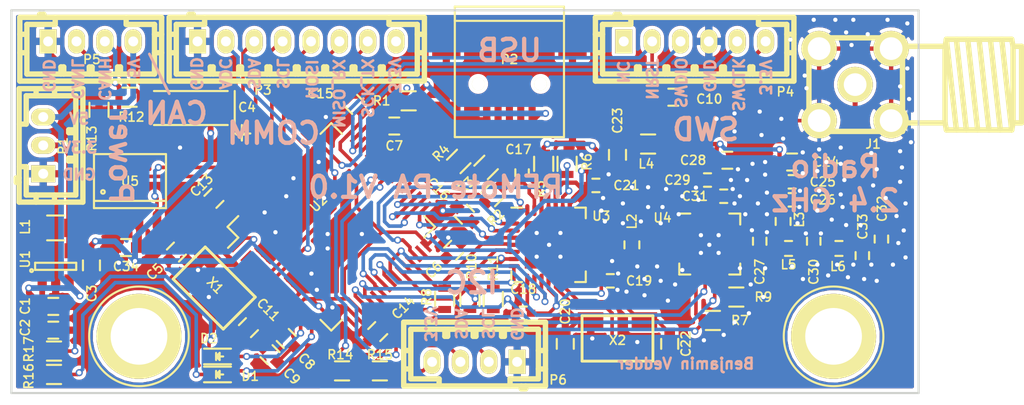
<source format=kicad_pcb>
(kicad_pcb (version 4) (host pcbnew "(2015-09-15 BZR 6201)-product")
  (layers (0 F.Cu signal) (1 In1.Cu signal) (2 In2.Cu signal) (31 B.Cu signal) (34 B.Paste user) (35 F.Paste user) (36 B.SilkS user) (37 F.SilkS user) (38 B.Mask user) (39 F.Mask user) (44 Edge.Cuts user))
  (net 0 "")
  (net 1 +5V)
  (net 2 GND)
  (net 3 VCC)
  (net 4 /MCU/NRST)
  (net 5 "Net-(C17-Pad2)")
  (net 6 "Net-(C20-Pad1)")
  (net 7 "Net-(C22-Pad1)")
  (net 8 /CC2520/VDD_CC2592)
  (net 9 "Net-(C27-Pad2)")
  (net 10 "Net-(C30-Pad2)")
  (net 11 "Net-(C32-Pad1)")
  (net 12 "Net-(C32-Pad2)")
  (net 13 "Net-(L1-Pad1)")
  (net 14 "Net-(L2-Pad1)")
  (net 15 "Net-(L2-Pad2)")
  (net 16 "Net-(P2-Pad1)")
  (net 17 "Net-(P2-Pad2)")
  (net 18 "Net-(P2-Pad3)")
  (net 19 /CAN/CANH)
  (net 20 /CAN/CANL)
  (net 21 "Net-(R5-Pad2)")
  (net 22 "Net-(R6-Pad1)")
  (net 23 /MCU/PA6)
  (net 24 /CC2520/CC_GPIO5)
  (net 25 "Net-(R9-Pad1)")
  (net 26 /CC2520/CC_GPIO4)
  (net 27 /CC2520/LNA_EN)
  (net 28 /CC2520/CC_GPIO3)
  (net 29 /CC2520/HGM)
  (net 30 "Net-(R13-Pad1)")
  (net 31 "Net-(C5-Pad2)")
  (net 32 "Net-(C6-Pad2)")
  (net 33 "Net-(C7-Pad2)")
  (net 34 "Net-(C11-Pad2)")
  (net 35 /MCU/PC10_SCK3_TX3)
  (net 36 /MCU/PC11_MISO3_RX3)
  (net 37 /MCU/PC12_MOSI3)
  (net 38 /MCU/PB7_SDA1)
  (net 39 /MCU/PC0_ADC10)
  (net 40 /MCU/PB6_SCL1)
  (net 41 /MCU/SWDIO)
  (net 42 /MCU/SWCLK)
  (net 43 /MCU/USB_VBUS)
  (net 44 /MCU/USB_DM)
  (net 45 /MCU/USB_DP)
  (net 46 /CC2520/CC_GPIO0)
  (net 47 /CC2520/CC_GPIO1)
  (net 48 /CC2520/CC_GPIO2)
  (net 49 /CC2520/CC_RESET)
  (net 50 /CC2520/CC_CS_N)
  (net 51 /CC2520/CC_SCLK)
  (net 52 /CC2520/CC_SI)
  (net 53 /CC2520/CC_SO)
  (net 54 /CAN/CAN_RX)
  (net 55 /CAN/CAN_TX)
  (net 56 /MCU/PC9_SDA3)
  (net 57 /MCU/PA8_SCL3)
  (net 58 "Net-(D1-Pad1)")
  (net 59 "Net-(D2-Pad1)")
  (net 60 /MCU/PA1)
  (net 61 /MCU/PA2)
  (module crf1:1pin_4mm (layer F.Cu) (at 230 112.5)
    (fp_text reference 1PIN hide)
    (fp_text value P*** hide)
    (pad 1 thru_hole circle (at 0 0) (size 6 6) (drill 4) (layers *.Cu *.Mask F.SilkS))
  )
  (module Capacitors_SMD:C_0603 (layer F.Cu) (at 174.9552 110.3884)
    (fp_text reference C1 (at -1.9812 -0.0254 90) (layer F.SilkS) (effects (font (size 0.635 0.635) (thickness 0.1143))))
    (fp_text value 2.2u)
    (pad 1 smd rect (at -0.75 0) (size 0.8 0.75) (layers F.Cu F.Paste F.Mask) (net 1 +5V))
    (pad 2 smd rect (at 0.75 0) (size 0.8 0.75) (layers F.Cu F.Paste F.Mask) (net 2 GND))
  )
  (module Capacitors_SMD:C_0603 (layer F.Cu) (at 174.9552 112.0648)
    (fp_text reference C2 (at -1.9812 -0.1778 90) (layer F.SilkS) (effects (font (size 0.635 0.635) (thickness 0.1143))))
    (fp_text value 2.2u)
    (pad 1 smd rect (at -0.75 0) (size 0.8 0.75) (layers F.Cu F.Paste F.Mask) (net 1 +5V))
    (pad 2 smd rect (at 0.75 0) (size 0.8 0.75) (layers F.Cu F.Paste F.Mask) (net 2 GND))
  )
  (module Capacitors_SMD:C_0603 (layer F.Cu) (at 177.6476 107.4928 270)
    (fp_text reference C3 (at 1.9812 -0.0254 270) (layer F.SilkS) (effects (font (size 0.635 0.635) (thickness 0.1143))))
    (fp_text value 2.2u)
    (pad 1 smd rect (at -0.75 0 270) (size 0.8 0.75) (layers F.Cu F.Paste F.Mask) (net 3 VCC))
    (pad 2 smd rect (at 0.75 0 270) (size 0.8 0.75) (layers F.Cu F.Paste F.Mask) (net 2 GND))
  )
  (module Capacitors_Tantalum_SMD:TantalC_SizeA_EIA-3216_Wave (layer F.Cu) (at 184.658 96.393 180)
    (fp_text reference C4 (at -3.9624 0.0508 180) (layer F.SilkS) (effects (font (size 0.635 0.635) (thickness 0.1143))))
    (fp_text value 100u)
    (fp_text user + (at -3.59918 -1.80086 180) (layer F.SilkS))
    (pad 2 smd rect (at 1.50114 0 180) (size 2.14884 1.50114) (layers F.Cu F.Paste F.Mask) (net 2 GND))
    (pad 1 smd rect (at -1.50114 0 180) (size 2.14884 1.50114) (layers F.Cu F.Paste F.Mask) (net 3 VCC))
  )
  (module Capacitors_SMD:C_0603 (layer F.Cu) (at 183.642 106.553 225)
    (fp_text reference C5 (at 2.065459 0.089803 225) (layer F.SilkS) (effects (font (size 0.635 0.635) (thickness 0.1143))))
    (fp_text value 15p)
    (pad 1 smd rect (at -0.75 0 225) (size 0.8 0.75) (layers F.Cu F.Paste F.Mask) (net 2 GND))
    (pad 2 smd rect (at 0.75 0 225) (size 0.8 0.75) (layers F.Cu F.Paste F.Mask) (net 31 "Net-(C5-Pad2)"))
  )
  (module Capacitors_SMD:C_0603 (layer F.Cu) (at 203.2 106.426 225)
    (fp_text reference C6 (at 1.975656 0 225) (layer F.SilkS) (effects (font (size 0.635 0.635) (thickness 0.1143))))
    (fp_text value 2.2u)
    (pad 1 smd rect (at -0.75 0 225) (size 0.8 0.75) (layers F.Cu F.Paste F.Mask) (net 2 GND))
    (pad 2 smd rect (at 0.75 0 225) (size 0.8 0.75) (layers F.Cu F.Paste F.Mask) (net 32 "Net-(C6-Pad2)"))
  )
  (module Capacitors_SMD:C_0603 (layer F.Cu) (at 199.009 97.663 180)
    (fp_text reference C7 (at 0 -1.397 180) (layer F.SilkS) (effects (font (size 0.635 0.635) (thickness 0.1143))))
    (fp_text value 2.2u)
    (pad 1 smd rect (at -0.75 0 180) (size 0.8 0.75) (layers F.Cu F.Paste F.Mask) (net 2 GND))
    (pad 2 smd rect (at 0.75 0 180) (size 0.8 0.75) (layers F.Cu F.Paste F.Mask) (net 33 "Net-(C7-Pad2)"))
  )
  (module Capacitors_SMD:C_0603 (layer F.Cu) (at 191.389 112.649 135)
    (fp_text reference C8 (at -2.159 -0.127 135) (layer F.SilkS) (effects (font (size 0.635 0.635) (thickness 0.1143))))
    (fp_text value 2.2u)
    (pad 1 smd rect (at -0.75 0 135) (size 0.8 0.75) (layers F.Cu F.Paste F.Mask) (net 3 VCC))
    (pad 2 smd rect (at 0.75 0 135) (size 0.8 0.75) (layers F.Cu F.Paste F.Mask) (net 2 GND))
  )
  (module Capacitors_SMD:C_0603 (layer F.Cu) (at 190.246 113.792 135)
    (fp_text reference C9 (at -2.155261 0 135) (layer F.SilkS) (effects (font (size 0.635 0.635) (thickness 0.1143))))
    (fp_text value 2.2u)
    (pad 1 smd rect (at -0.75 0 135) (size 0.8 0.75) (layers F.Cu F.Paste F.Mask) (net 3 VCC))
    (pad 2 smd rect (at 0.75 0 135) (size 0.8 0.75) (layers F.Cu F.Paste F.Mask) (net 2 GND))
  )
  (module Capacitors_SMD:C_0603 (layer F.Cu) (at 218.694 95.631)
    (fp_text reference C10 (at 2.54 0.127) (layer F.SilkS) (effects (font (size 0.635 0.635) (thickness 0.1143))))
    (fp_text value 100n)
    (pad 1 smd rect (at -0.75 0) (size 0.8 0.75) (layers F.Cu F.Paste F.Mask) (net 4 /MCU/NRST))
    (pad 2 smd rect (at 0.75 0) (size 0.8 0.75) (layers F.Cu F.Paste F.Mask) (net 2 GND))
  )
  (module Capacitors_SMD:C_0603 (layer F.Cu) (at 188.722 111.887 45)
    (fp_text reference C11 (at 1.885854 0.089803 315) (layer F.SilkS) (effects (font (size 0.635 0.635) (thickness 0.1143))))
    (fp_text value 15p)
    (pad 1 smd rect (at -0.75 0 45) (size 0.8 0.75) (layers F.Cu F.Paste F.Mask) (net 2 GND))
    (pad 2 smd rect (at 0.75 0 45) (size 0.8 0.75) (layers F.Cu F.Paste F.Mask) (net 34 "Net-(C11-Pad2)"))
  )
  (module Capacitors_SMD:C_0603 (layer F.Cu) (at 186.28667 102.76533 45)
    (fp_text reference C13 (at 0.031579 -1.257236 45) (layer F.SilkS) (effects (font (size 0.635 0.635) (thickness 0.1143))))
    (fp_text value 2.2u)
    (pad 1 smd rect (at -0.75 0 45) (size 0.8 0.75) (layers F.Cu F.Paste F.Mask) (net 3 VCC))
    (pad 2 smd rect (at 0.75 0 45) (size 0.8 0.75) (layers F.Cu F.Paste F.Mask) (net 2 GND))
  )
  (module Capacitors_SMD:C_0603 (layer F.Cu) (at 197.84367 112.16333 225)
    (fp_text reference C14 (at -2.456249 -0.089803 225) (layer F.SilkS) (effects (font (size 0.635 0.635) (thickness 0.1143))))
    (fp_text value 2.2u)
    (pad 1 smd rect (at -0.75 0 225) (size 0.8 0.75) (layers F.Cu F.Paste F.Mask) (net 3 VCC))
    (pad 2 smd rect (at 0.75 0 225) (size 0.8 0.75) (layers F.Cu F.Paste F.Mask) (net 2 GND))
  )
  (module Capacitors_SMD:C_0603 (layer F.Cu) (at 196.215 96.139 135)
    (fp_text reference C15 (at 2.245064 -1.167433 180) (layer F.SilkS) (effects (font (size 0.635 0.635) (thickness 0.1143))))
    (fp_text value 2.2u)
    (pad 1 smd rect (at -0.75 0 135) (size 0.8 0.75) (layers F.Cu F.Paste F.Mask) (net 3 VCC))
    (pad 2 smd rect (at 0.75 0 135) (size 0.8 0.75) (layers F.Cu F.Paste F.Mask) (net 2 GND))
  )
  (module Capacitors_SMD:C_0603 (layer F.Cu) (at 203.962 103.886 135)
    (fp_text reference C16 (at 2.559373 -0.044901 135) (layer F.SilkS) (effects (font (size 0.635 0.635) (thickness 0.1143))))
    (fp_text value 2.2u)
    (pad 1 smd rect (at -0.75 0 135) (size 0.8 0.75) (layers F.Cu F.Paste F.Mask) (net 3 VCC))
    (pad 2 smd rect (at 0.75 0 135) (size 0.8 0.75) (layers F.Cu F.Paste F.Mask) (net 2 GND))
  )
  (module Capacitors_SMD:C_0402 (layer F.Cu) (at 208.026 100.965 270)
    (fp_text reference C17 (at -1.651 0.254 360) (layer F.SilkS) (effects (font (size 0.635 0.635) (thickness 0.1143))))
    (fp_text value 100n)
    (pad 1 smd rect (at -0.55 0 270) (size 0.6 0.5) (layers F.Cu F.Paste F.Mask) (net 2 GND))
    (pad 2 smd rect (at 0.55 0 270) (size 0.6 0.5) (layers F.Cu F.Paste F.Mask) (net 5 "Net-(C17-Pad2)"))
  )
  (module Capacitors_SMD:C_0402 (layer F.Cu) (at 208.111 110.871)
    (fp_text reference C18 (at 0 -1.7) (layer F.SilkS) (effects (font (size 0.635 0.635) (thickness 0.1143))))
    (fp_text value 100n)
    (pad 1 smd rect (at -0.55 0) (size 0.6 0.5) (layers F.Cu F.Paste F.Mask) (net 2 GND))
    (pad 2 smd rect (at 0.55 0) (size 0.6 0.5) (layers F.Cu F.Paste F.Mask) (net 3 VCC))
  )
  (module Capacitors_SMD:C_0402 (layer F.Cu) (at 214.249 108.585 180)
    (fp_text reference C19 (at -2.032 0 180) (layer F.SilkS) (effects (font (size 0.635 0.635) (thickness 0.1143))))
    (fp_text value 100n)
    (pad 1 smd rect (at -0.55 0 180) (size 0.6 0.5) (layers F.Cu F.Paste F.Mask) (net 2 GND))
    (pad 2 smd rect (at 0.55 0 180) (size 0.6 0.5) (layers F.Cu F.Paste F.Mask) (net 3 VCC))
  )
  (module Capacitors_SMD:C_0603 (layer F.Cu) (at 211.074 113.03 90)
    (fp_text reference C20 (at 2.286 0 90) (layer F.SilkS) (effects (font (size 0.635 0.635) (thickness 0.1143))))
    (fp_text value 15p)
    (pad 1 smd rect (at -0.75 0 90) (size 0.8 0.75) (layers F.Cu F.Paste F.Mask) (net 6 "Net-(C20-Pad1)"))
    (pad 2 smd rect (at 0.75 0 90) (size 0.8 0.75) (layers F.Cu F.Paste F.Mask) (net 2 GND))
  )
  (module Capacitors_SMD:C_0402 (layer F.Cu) (at 213.233 101.854 180)
    (fp_text reference C21 (at -2.159 0 180) (layer F.SilkS) (effects (font (size 0.635 0.635) (thickness 0.1143))))
    (fp_text value 100n)
    (pad 1 smd rect (at -0.55 0 180) (size 0.6 0.5) (layers F.Cu F.Paste F.Mask) (net 2 GND))
    (pad 2 smd rect (at 0.55 0 180) (size 0.6 0.5) (layers F.Cu F.Paste F.Mask) (net 3 VCC))
  )
  (module Capacitors_SMD:C_0603 (layer F.Cu) (at 218.44 113.03 270)
    (fp_text reference C22 (at 0 -1.143 270) (layer F.SilkS) (effects (font (size 0.635 0.635) (thickness 0.1143))))
    (fp_text value 15p)
    (pad 1 smd rect (at -0.75 0 270) (size 0.8 0.75) (layers F.Cu F.Paste F.Mask) (net 7 "Net-(C22-Pad1)"))
    (pad 2 smd rect (at 0.75 0 270) (size 0.8 0.75) (layers F.Cu F.Paste F.Mask) (net 2 GND))
  )
  (module Capacitors_SMD:C_0603 (layer F.Cu) (at 214.757 99.695 90)
    (fp_text reference C23 (at 2.413 0 90) (layer F.SilkS) (effects (font (size 0.635 0.635) (thickness 0.1143))))
    (fp_text value 2.2u)
    (pad 1 smd rect (at -0.75 0 90) (size 0.8 0.75) (layers F.Cu F.Paste F.Mask) (net 2 GND))
    (pad 2 smd rect (at 0.75 0 90) (size 0.8 0.75) (layers F.Cu F.Paste F.Mask) (net 3 VCC))
  )
  (module Capacitors_SMD:C_0603 (layer F.Cu) (at 227.076 100.203 180)
    (fp_text reference C24 (at -2.413 0 180) (layer F.SilkS) (effects (font (size 0.635 0.635) (thickness 0.1143))))
    (fp_text value 2.2u)
    (pad 1 smd rect (at -0.75 0 180) (size 0.8 0.75) (layers F.Cu F.Paste F.Mask) (net 2 GND))
    (pad 2 smd rect (at 0.75 0 180) (size 0.8 0.75) (layers F.Cu F.Paste F.Mask) (net 8 /CC2520/VDD_CC2592))
  )
  (module Capacitors_SMD:C_0402 (layer F.Cu) (at 227.076 101.6 180)
    (fp_text reference C25 (at -2.159 0 180) (layer F.SilkS) (effects (font (size 0.635 0.635) (thickness 0.1143))))
    (fp_text value 1n)
    (pad 1 smd rect (at -0.55 0 180) (size 0.6 0.5) (layers F.Cu F.Paste F.Mask) (net 2 GND))
    (pad 2 smd rect (at 0.55 0 180) (size 0.6 0.5) (layers F.Cu F.Paste F.Mask) (net 8 /CC2520/VDD_CC2592))
  )
  (module Capacitors_SMD:C_0402 (layer F.Cu) (at 227.076 102.87 180)
    (fp_text reference C26 (at -2.159 0 180) (layer F.SilkS) (effects (font (size 0.635 0.635) (thickness 0.1143))))
    (fp_text value 12p)
    (pad 1 smd rect (at -0.55 0 180) (size 0.6 0.5) (layers F.Cu F.Paste F.Mask) (net 2 GND))
    (pad 2 smd rect (at 0.55 0 180) (size 0.6 0.5) (layers F.Cu F.Paste F.Mask) (net 8 /CC2520/VDD_CC2592))
  )
  (module Capacitors_SMD:C_0402 (layer F.Cu) (at 224.79 105.791 270)
    (fp_text reference C27 (at 2.159 0 270) (layer F.SilkS) (effects (font (size 0.635 0.635) (thickness 0.1143))))
    (fp_text value 2.2p)
    (pad 1 smd rect (at -0.55 0 270) (size 0.6 0.5) (layers F.Cu F.Paste F.Mask) (net 2 GND))
    (pad 2 smd rect (at 0.55 0 270) (size 0.6 0.5) (layers F.Cu F.Paste F.Mask) (net 9 "Net-(C27-Pad2)"))
  )
  (module Capacitors_SMD:C_0603 (layer F.Cu) (at 222.504 100.076 180)
    (fp_text reference C28 (at 2.413 0 180) (layer F.SilkS) (effects (font (size 0.635 0.635) (thickness 0.1143))))
    (fp_text value 2.2u)
    (pad 1 smd rect (at -0.75 0 180) (size 0.8 0.75) (layers F.Cu F.Paste F.Mask) (net 2 GND))
    (pad 2 smd rect (at 0.75 0 180) (size 0.8 0.75) (layers F.Cu F.Paste F.Mask) (net 8 /CC2520/VDD_CC2592))
  )
  (module Capacitors_SMD:C_0402 (layer F.Cu) (at 221.107 101.473)
    (fp_text reference C29 (at -2.117 0) (layer F.SilkS) (effects (font (size 0.635 0.635) (thickness 0.1143))))
    (fp_text value 1n)
    (pad 1 smd rect (at -0.55 0) (size 0.6 0.5) (layers F.Cu F.Paste F.Mask) (net 2 GND))
    (pad 2 smd rect (at 0.55 0) (size 0.6 0.5) (layers F.Cu F.Paste F.Mask) (net 8 /CC2520/VDD_CC2592))
  )
  (module Capacitors_SMD:C_0402 (layer F.Cu) (at 228.6 105.791 270)
    (fp_text reference C30 (at 2.159 0 270) (layer F.SilkS) (effects (font (size 0.635 0.635) (thickness 0.1143))))
    (fp_text value 2.2p)
    (pad 1 smd rect (at -0.55 0 270) (size 0.6 0.5) (layers F.Cu F.Paste F.Mask) (net 2 GND))
    (pad 2 smd rect (at 0.55 0 270) (size 0.6 0.5) (layers F.Cu F.Paste F.Mask) (net 10 "Net-(C30-Pad2)"))
  )
  (module Capacitors_SMD:C_0402 (layer F.Cu) (at 222.25 102.616 180)
    (fp_text reference C31 (at 2.032 0 180) (layer F.SilkS) (effects (font (size 0.635 0.635) (thickness 0.1143))))
    (fp_text value 12p)
    (pad 1 smd rect (at -0.55 0 180) (size 0.6 0.5) (layers F.Cu F.Paste F.Mask) (net 2 GND))
    (pad 2 smd rect (at 0.55 0 180) (size 0.6 0.5) (layers F.Cu F.Paste F.Mask) (net 8 /CC2520/VDD_CC2592))
  )
  (module Capacitors_SMD:C_0402 (layer F.Cu) (at 233.3752 105.6386 90)
    (fp_text reference C32 (at 2.1336 0.0508 90) (layer F.SilkS) (effects (font (size 0.635 0.635) (thickness 0.1143))))
    (fp_text value 18p)
    (pad 1 smd rect (at -0.55 0 90) (size 0.6 0.5) (layers F.Cu F.Paste F.Mask) (net 11 "Net-(C32-Pad1)"))
    (pad 2 smd rect (at 0.55 0 90) (size 0.6 0.5) (layers F.Cu F.Paste F.Mask) (net 12 "Net-(C32-Pad2)"))
  )
  (module Capacitors_SMD:C_0402 (layer F.Cu) (at 232.029 106.807 90)
    (fp_text reference C33 (at 2.0486 0.0254 90) (layer F.SilkS) (effects (font (size 0.635 0.635) (thickness 0.1143))))
    (fp_text value 0.2p)
    (pad 1 smd rect (at -0.55 0 90) (size 0.6 0.5) (layers F.Cu F.Paste F.Mask) (net 2 GND))
    (pad 2 smd rect (at 0.55 0 90) (size 0.6 0.5) (layers F.Cu F.Paste F.Mask) (net 11 "Net-(C32-Pad1)"))
  )
  (module Capacitors_SMD:C_0603 (layer F.Cu) (at 180.086 106.2355 180)
    (fp_text reference C34 (at 0 -1.3335 180) (layer F.SilkS) (effects (font (size 0.635 0.635) (thickness 0.1143))))
    (fp_text value 2.2u)
    (pad 1 smd rect (at -0.75 0 180) (size 0.8 0.75) (layers F.Cu F.Paste F.Mask) (net 3 VCC))
    (pad 2 smd rect (at 0.75 0 180) (size 0.8 0.75) (layers F.Cu F.Paste F.Mask) (net 2 GND))
  )
  (module crf1:sma_90_crf (layer F.Cu) (at 235.7628 94.742 90)
    (fp_text reference J1 (at -4.191 -2.9718 180) (layer F.SilkS) (effects (font (size 0.635 0.635) (thickness 0.1143))))
    (fp_text value SMA hide)
    (pad 1 thru_hole circle (at 0 -4.2418 90) (size 2.5 2.5) (drill 1.6) (layers *.Cu *.Mask F.SilkS) (net 12 "Net-(C32-Pad2)"))
    (pad 2 thru_hole circle (at 2.54 -6.7818 90) (size 2.5 2.5) (drill 1.6) (layers *.Cu *.Mask F.SilkS) (net 2 GND))
    (pad 2 thru_hole circle (at -2.54 -6.7818 90) (size 2.5 2.5) (drill 1.6) (layers *.Cu *.Mask F.SilkS) (net 2 GND))
    (pad 2 thru_hole circle (at -2.54 -1.7018 90) (size 2.5 2.5) (drill 1.6) (layers *.Cu *.Mask F.SilkS) (net 2 GND))
    (pad 2 thru_hole circle (at 2.54 -1.7018 90) (size 2.5 2.5) (drill 1.6) (layers *.Cu *.Mask F.SilkS) (net 2 GND))
  )
  (module Resistors_SMD:R_0805 (layer F.Cu) (at 175.1228 104.8512)
    (fp_text reference L1 (at -2.1488 -0.0762 90) (layer F.SilkS) (effects (font (size 0.635 0.635) (thickness 0.1143))))
    (fp_text value 2.2u)
    (pad 1 smd rect (at -0.95 0) (size 0.7 1.3) (layers F.Cu F.Paste F.Mask) (net 13 "Net-(L1-Pad1)"))
    (pad 2 smd rect (at 0.95 0) (size 0.7 1.3) (layers F.Cu F.Paste F.Mask) (net 3 VCC))
  )
  (module Resistors_SMD:R_0402 (layer F.Cu) (at 215.773 106.045 270)
    (fp_text reference L2 (at -1.651 0 270) (layer F.SilkS) (effects (font (size 0.635 0.635) (thickness 0.1143))))
    (fp_text value DNM)
    (pad 1 smd rect (at -0.45 0 270) (size 0.4 0.6) (layers F.Cu F.Paste F.Mask) (net 14 "Net-(L2-Pad1)"))
    (pad 2 smd rect (at 0.45 0 270) (size 0.4 0.6) (layers F.Cu F.Paste F.Mask) (net 15 "Net-(L2-Pad2)"))
  )
  (module Resistors_SMD:R_0402 (layer F.Cu) (at 226.441 104.394 90)
    (fp_text reference L3 (at 0.127 1.143 90) (layer F.SilkS) (effects (font (size 0.635 0.635) (thickness 0.1143))))
    (fp_text value 4.7n)
    (pad 1 smd rect (at -0.45 0 90) (size 0.4 0.6) (layers F.Cu F.Paste F.Mask) (net 9 "Net-(C27-Pad2)"))
    (pad 2 smd rect (at 0.45 0 90) (size 0.4 0.6) (layers F.Cu F.Paste F.Mask) (net 8 /CC2520/VDD_CC2592))
  )
  (module Resistors_SMD:R_0603 (layer F.Cu) (at 216.916 98.933)
    (fp_text reference L4 (at -0.127 1.397) (layer F.SilkS) (effects (font (size 0.635 0.635) (thickness 0.1143))))
    (fp_text value BEAD)
    (pad 1 smd rect (at -0.75 0) (size 0.5 0.9) (layers F.Cu F.Paste F.Mask) (net 3 VCC))
    (pad 2 smd rect (at 0.75 0) (size 0.5 0.9) (layers F.Cu F.Paste F.Mask) (net 8 /CC2520/VDD_CC2592))
  )
  (module Resistors_SMD:R_0402 (layer F.Cu) (at 226.822 106.299)
    (fp_text reference L5 (at 0 1.143) (layer F.SilkS) (effects (font (size 0.635 0.635) (thickness 0.1143))))
    (fp_text value 1n)
    (pad 1 smd rect (at -0.45 0) (size 0.4 0.6) (layers F.Cu F.Paste F.Mask) (net 9 "Net-(C27-Pad2)"))
    (pad 2 smd rect (at 0.45 0) (size 0.4 0.6) (layers F.Cu F.Paste F.Mask) (net 10 "Net-(C30-Pad2)"))
  )
  (module Resistors_SMD:R_0402 (layer F.Cu) (at 230.378 106.299)
    (fp_text reference L6 (at -0.069 1.27) (layer F.SilkS) (effects (font (size 0.635 0.635) (thickness 0.1143))))
    (fp_text value 2n)
    (pad 1 smd rect (at -0.45 0) (size 0.4 0.6) (layers F.Cu F.Paste F.Mask) (net 10 "Net-(C30-Pad2)"))
    (pad 2 smd rect (at 0.45 0) (size 0.4 0.6) (layers F.Cu F.Paste F.Mask) (net 11 "Net-(C32-Pad1)"))
  )
  (module w_conn_jst-ph:b3b-ph-kl (layer F.Cu) (at 174.244 99.02952 90)
    (fp_text reference P1 (at -0.03048 1.397 90) (layer F.SilkS) (effects (font (size 0.635 0.635) (thickness 0.1143))))
    (fp_text value V_IN hide)
    (pad 1 thru_hole rect (at -2.00152 0 90) (size 1.19888 1.69926) (drill 0.70104) (layers *.Cu *.Mask F.SilkS) (net 2 GND))
    (pad 3 thru_hole oval (at 2.00152 0 90) (size 1.19888 1.69926) (drill 0.70104) (layers *.Cu *.Mask F.SilkS) (net 1 +5V))
    (pad 2 thru_hole oval (at 0 0 90) (size 1.19888 1.69926) (drill 0.70104) (layers *.Cu *.Mask F.SilkS) (net 3 VCC))
  )
  (module Connect:USB_Mini-B (layer F.Cu) (at 207.13192 93.84284 270)
    (fp_text reference P2 (at -0.87884 -0.00508 360) (layer F.SilkS) (effects (font (size 0.635 0.635) (thickness 0.1143))))
    (fp_text value USB_OTG)
    (pad 1 smd rect (at 3.44932 -1.6002 270) (size 2.30124 0.50038) (layers F.Cu F.Paste F.Mask) (net 16 "Net-(P2-Pad1)"))
    (pad 2 smd rect (at 3.44932 -0.8001 270) (size 2.30124 0.50038) (layers F.Cu F.Paste F.Mask) (net 17 "Net-(P2-Pad2)"))
    (pad 3 smd rect (at 3.44932 0 270) (size 2.30124 0.50038) (layers F.Cu F.Paste F.Mask) (net 18 "Net-(P2-Pad3)"))
    (pad 4 smd rect (at 3.44932 0.8001 270) (size 2.30124 0.50038) (layers F.Cu F.Paste F.Mask))
    (pad 5 smd rect (at 3.44932 1.6002 270) (size 2.30124 0.50038) (layers F.Cu F.Paste F.Mask) (net 2 GND))
    (pad 6 smd rect (at 3.35026 -4.45008 270) (size 2.49936 1.99898) (layers F.Cu F.Paste F.Mask) (net 2 GND))
    (pad 6 smd rect (at -2.14884 -4.45008 270) (size 2.49936 1.99898) (layers F.Cu F.Paste F.Mask) (net 2 GND))
    (pad 6 smd rect (at 3.35026 4.45008 270) (size 2.49936 1.99898) (layers F.Cu F.Paste F.Mask) (net 2 GND))
    (pad 6 smd rect (at -2.14884 4.45008 270) (size 2.49936 1.99898) (layers F.Cu F.Paste F.Mask) (net 2 GND))
    (pad "" np_thru_hole circle (at 0.8509 -2.19964 270) (size 0.89916 0.89916) (drill 0.89916) (layers *.Cu *.Mask F.SilkS))
    (pad "" np_thru_hole circle (at 0.8509 2.19964 270) (size 0.89916 0.89916) (drill 0.89916) (layers *.Cu *.Mask F.SilkS))
  )
  (module w_conn_jst-ph:b8b-ph-kl (layer F.Cu) (at 192.13576 91.694)
    (fp_text reference P3 (at -2.39776 3.429) (layer F.SilkS) (effects (font (size 0.635 0.635) (thickness 0.1143))))
    (fp_text value COMM hide)
    (pad 7 thru_hole oval (at 5.00126 0) (size 1.19888 1.69926) (drill 0.70104) (layers *.Cu *.Mask F.SilkS) (net 35 /MCU/PC10_SCK3_TX3))
    (pad 6 thru_hole oval (at 3.00228 0) (size 1.19888 1.69926) (drill 0.70104) (layers *.Cu *.Mask F.SilkS) (net 36 /MCU/PC11_MISO3_RX3))
    (pad 5 thru_hole oval (at 1.00076 0) (size 1.19888 1.69926) (drill 0.70104) (layers *.Cu *.Mask F.SilkS) (net 37 /MCU/PC12_MOSI3))
    (pad 1 thru_hole rect (at -7.00532 0) (size 1.19888 1.69926) (drill 0.70104) (layers *.Cu *.Mask F.SilkS) (net 2 GND))
    (pad 3 thru_hole oval (at -3.00228 0) (size 1.19888 1.69926) (drill 0.70104) (layers *.Cu *.Mask F.SilkS) (net 38 /MCU/PB7_SDA1))
    (pad 2 thru_hole oval (at -5.0038 0) (size 1.19888 1.69926) (drill 0.70104) (layers *.Cu *.Mask F.SilkS) (net 39 /MCU/PC0_ADC10))
    (pad 4 thru_hole oval (at -1.0033 0) (size 1.19888 1.69926) (drill 0.70104) (layers *.Cu *.Mask F.SilkS) (net 40 /MCU/PB6_SCL1))
    (pad 8 thru_hole oval (at 7.00024 0) (size 1.19888 1.69926) (drill 0.70104) (layers *.Cu *.Mask F.SilkS) (net 3 VCC))
  )
  (module w_conn_jst-ph:b6b-ph-kl (layer F.Cu) (at 220.20276 91.694)
    (fp_text reference P4 (at 6.39826 3.556) (layer F.SilkS) (effects (font (size 0.635 0.635) (thickness 0.1143))))
    (fp_text value SWD hide)
    (pad 1 thru_hole rect (at -5.0038 0) (size 1.19888 1.69926) (drill 0.70104) (layers *.Cu *.Mask F.SilkS))
    (pad 3 thru_hole oval (at -1.00076 0) (size 1.19888 1.69926) (drill 0.70104) (layers *.Cu *.Mask F.SilkS) (net 41 /MCU/SWDIO))
    (pad 2 thru_hole oval (at -3.00228 0) (size 1.19888 1.69926) (drill 0.70104) (layers *.Cu *.Mask F.SilkS) (net 4 /MCU/NRST))
    (pad 4 thru_hole oval (at 0.99822 0) (size 1.19888 1.69926) (drill 0.70104) (layers *.Cu *.Mask F.SilkS) (net 2 GND))
    (pad 5 thru_hole oval (at 2.99974 0) (size 1.19888 1.69926) (drill 0.70104) (layers *.Cu *.Mask F.SilkS) (net 42 /MCU/SWCLK))
    (pad 6 thru_hole oval (at 5.00126 0) (size 1.19888 1.69926) (drill 0.70104) (layers *.Cu *.Mask F.SilkS) (net 3 VCC))
  )
  (module w_conn_jst-ph:b4b-ph-kl (layer F.Cu) (at 177.59426 91.694)
    (fp_text reference P5 (at 0.07874 1.27) (layer F.SilkS) (effects (font (size 0.635 0.635) (thickness 0.1143))))
    (fp_text value CAN hide)
    (pad 1 thru_hole rect (at -3.00228 0) (size 1.19888 1.69926) (drill 0.70104) (layers *.Cu *.Mask F.SilkS) (net 2 GND))
    (pad 3 thru_hole oval (at 1.00076 0) (size 1.19888 1.69926) (drill 0.70104) (layers *.Cu *.Mask F.SilkS) (net 19 /CAN/CANH))
    (pad 2 thru_hole oval (at -1.00076 0) (size 1.19888 1.69926) (drill 0.70104) (layers *.Cu *.Mask F.SilkS) (net 20 /CAN/CANL))
    (pad 4 thru_hole oval (at 2.99974 0) (size 1.19888 1.69926) (drill 0.70104) (layers *.Cu *.Mask F.SilkS) (net 1 +5V))
  )
  (module Resistors_SMD:R_0603 (layer F.Cu) (at 200.025 95.885 180)
    (fp_text reference R1 (at 1.905 0 180) (layer F.SilkS) (effects (font (size 0.635 0.635) (thickness 0.1143))))
    (fp_text value 0R)
    (pad 1 smd rect (at -0.75 0 180) (size 0.5 0.9) (layers F.Cu F.Paste F.Mask) (net 16 "Net-(P2-Pad1)"))
    (pad 2 smd rect (at 0.75 0 180) (size 0.5 0.9) (layers F.Cu F.Paste F.Mask) (net 1 +5V))
  )
  (module Resistors_SMD:R_0603 (layer F.Cu) (at 205.994 102.489 45)
    (fp_text reference R2 (at -1.032729 1.302137 45) (layer F.SilkS) (effects (font (size 0.635 0.635) (thickness 0.1143))))
    (fp_text value 22R)
    (pad 1 smd rect (at -0.75 0 45) (size 0.5 0.9) (layers F.Cu F.Paste F.Mask) (net 43 /MCU/USB_VBUS))
    (pad 2 smd rect (at 0.75 0 45) (size 0.5 0.9) (layers F.Cu F.Paste F.Mask) (net 16 "Net-(P2-Pad1)"))
  )
  (module Resistors_SMD:R_0603 (layer F.Cu) (at 205.486 100.584 45)
    (fp_text reference R3 (at -1.885854 -0.089803 45) (layer F.SilkS) (effects (font (size 0.635 0.635) (thickness 0.1143))))
    (fp_text value 22R)
    (pad 1 smd rect (at -0.75 0 45) (size 0.5 0.9) (layers F.Cu F.Paste F.Mask) (net 44 /MCU/USB_DM))
    (pad 2 smd rect (at 0.75 0 45) (size 0.5 0.9) (layers F.Cu F.Paste F.Mask) (net 17 "Net-(P2-Pad2)"))
  )
  (module Resistors_SMD:R_0603 (layer F.Cu) (at 203.55867 100.16183 45)
    (fp_text reference R4 (at -0.462335 -1.302137 45) (layer F.SilkS) (effects (font (size 0.635 0.635) (thickness 0.1143))))
    (fp_text value 22R)
    (pad 1 smd rect (at -0.75 0 45) (size 0.5 0.9) (layers F.Cu F.Paste F.Mask) (net 45 /MCU/USB_DP))
    (pad 2 smd rect (at 0.75 0 45) (size 0.5 0.9) (layers F.Cu F.Paste F.Mask) (net 18 "Net-(P2-Pad3)"))
  )
  (module Resistors_SMD:R_0603 (layer F.Cu) (at 209.55 100.33 270)
    (fp_text reference R5 (at 1.778 0.254 270) (layer F.SilkS) (effects (font (size 0.635 0.635) (thickness 0.1143))))
    (fp_text value 10k)
    (pad 1 smd rect (at -0.75 0 270) (size 0.5 0.9) (layers F.Cu F.Paste F.Mask) (net 3 VCC))
    (pad 2 smd rect (at 0.75 0 270) (size 0.5 0.9) (layers F.Cu F.Paste F.Mask) (net 21 "Net-(R5-Pad2)"))
  )
  (module Resistors_SMD:R_0603 (layer F.Cu) (at 211.201 100.33 90)
    (fp_text reference R6 (at 0.127 1.397 90) (layer F.SilkS) (effects (font (size 0.635 0.635) (thickness 0.1143))))
    (fp_text value 56k)
    (pad 1 smd rect (at -0.75 0 90) (size 0.5 0.9) (layers F.Cu F.Paste F.Mask) (net 22 "Net-(R6-Pad1)"))
    (pad 2 smd rect (at 0.75 0 90) (size 0.5 0.9) (layers F.Cu F.Paste F.Mask) (net 2 GND))
  )
  (module Resistors_SMD:R_0603 (layer F.Cu) (at 221.488 111.379)
    (fp_text reference R7 (at 1.905 0) (layer F.SilkS) (effects (font (size 0.635 0.635) (thickness 0.1143))))
    (fp_text value 56k)
    (pad 1 smd rect (at -0.75 0) (size 0.5 0.9) (layers F.Cu F.Paste F.Mask) (net 23 /MCU/PA6))
    (pad 2 smd rect (at 0.75 0) (size 0.5 0.9) (layers F.Cu F.Paste F.Mask) (net 2 GND))
  )
  (module Resistors_SMD:R_0603 (layer F.Cu) (at 202.565 109.855 270)
    (fp_text reference R8 (at -0.127 1.27 270) (layer F.SilkS) (effects (font (size 0.635 0.635) (thickness 0.1143))))
    (fp_text value 10k)
    (pad 1 smd rect (at -0.75 0 270) (size 0.5 0.9) (layers F.Cu F.Paste F.Mask) (net 24 /CC2520/CC_GPIO5))
    (pad 2 smd rect (at 0.75 0 270) (size 0.5 0.9) (layers F.Cu F.Paste F.Mask) (net 23 /MCU/PA6))
  )
  (module Resistors_SMD:R_0603 (layer F.Cu) (at 223.139 109.728)
    (fp_text reference R9 (at 1.905 0) (layer F.SilkS) (effects (font (size 0.635 0.635) (thickness 0.1143))))
    (fp_text value 3.9k)
    (pad 1 smd rect (at -0.75 0) (size 0.5 0.9) (layers F.Cu F.Paste F.Mask) (net 25 "Net-(R9-Pad1)"))
    (pad 2 smd rect (at 0.75 0) (size 0.5 0.9) (layers F.Cu F.Paste F.Mask) (net 2 GND))
  )
  (module Resistors_SMD:R_0603 (layer F.Cu) (at 204.343 109.855 270)
    (fp_text reference R10 (at -2.286 -0.127 270) (layer F.SilkS) (effects (font (size 0.635 0.635) (thickness 0.1143))))
    (fp_text value 10k)
    (pad 1 smd rect (at -0.75 0 270) (size 0.5 0.9) (layers F.Cu F.Paste F.Mask) (net 26 /CC2520/CC_GPIO4))
    (pad 2 smd rect (at 0.75 0 270) (size 0.5 0.9) (layers F.Cu F.Paste F.Mask) (net 27 /CC2520/LNA_EN))
  )
  (module Resistors_SMD:R_0603 (layer F.Cu) (at 205.994 109.867 270)
    (fp_text reference R11 (at -2.171 0 270) (layer F.SilkS) (effects (font (size 0.635 0.635) (thickness 0.1143))))
    (fp_text value 10k)
    (pad 1 smd rect (at -0.75 0 270) (size 0.5 0.9) (layers F.Cu F.Paste F.Mask) (net 28 /CC2520/CC_GPIO3))
    (pad 2 smd rect (at 0.75 0 270) (size 0.5 0.9) (layers F.Cu F.Paste F.Mask) (net 29 /CC2520/HGM))
  )
  (module Resistors_SMD:R_0603 (layer F.Cu) (at 180.34 95.631)
    (fp_text reference R12 (at 0.127 1.397) (layer F.SilkS) (effects (font (size 0.635 0.635) (thickness 0.1143))))
    (fp_text value 220R)
    (pad 1 smd rect (at -0.75 0) (size 0.5 0.9) (layers F.Cu F.Paste F.Mask) (net 19 /CAN/CANH))
    (pad 2 smd rect (at 0.75 0) (size 0.5 0.9) (layers F.Cu F.Paste F.Mask) (net 20 /CAN/CANL))
  )
  (module Resistors_SMD:R_0603 (layer F.Cu) (at 178.181 96.52 90)
    (fp_text reference R13 (at -2.032 -0.508 90) (layer F.SilkS) (effects (font (size 0.635 0.635) (thickness 0.1143))))
    (fp_text value 10k)
    (pad 1 smd rect (at -0.75 0 90) (size 0.5 0.9) (layers F.Cu F.Paste F.Mask) (net 30 "Net-(R13-Pad1)"))
    (pad 2 smd rect (at 0.75 0 90) (size 0.5 0.9) (layers F.Cu F.Paste F.Mask) (net 2 GND))
  )
  (module TO_SOT_Packages_SMD:SOT-23-5 (layer F.Cu) (at 175.1228 107.5612 90)
    (fp_text reference U1 (at 0.5002 -2.1488 270) (layer F.SilkS) (effects (font (size 0.635 0.635) (thickness 0.1143))))
    (fp_text value LM3671)
    (pad 1 smd rect (at -1.1 -0.95 90) (size 1.06 0.65) (layers F.Cu F.Paste F.Mask) (net 1 +5V))
    (pad 2 smd rect (at -1.1 0 90) (size 1.06 0.65) (layers F.Cu F.Paste F.Mask) (net 2 GND))
    (pad 3 smd rect (at -1.1 0.95 90) (size 1.06 0.65) (layers F.Cu F.Paste F.Mask) (net 1 +5V))
    (pad 4 smd rect (at 1.1 0.95 90) (size 1.06 0.65) (layers F.Cu F.Paste F.Mask) (net 3 VCC))
    (pad 5 smd rect (at 1.1 -0.95 90) (size 1.06 0.65) (layers F.Cu F.Paste F.Mask) (net 13 "Net-(L1-Pad1)"))
  )
  (module Housings_DFN_QFN:QFN-28-1EP_5x5mm_Pitch0.5mm (layer F.Cu) (at 209.894 106.045)
    (fp_text reference U3 (at 3.72 -2.032) (layer F.SilkS) (effects (font (size 0.635 0.635) (thickness 0.1143))))
    (fp_text value CC2520)
    (pad 1 smd oval (at -2.45 -1.5) (size 0.85 0.3) (layers F.Cu F.Paste F.Mask) (net 53 /CC2520/CC_SO))
    (pad 2 smd oval (at -2.45 -1) (size 0.85 0.3) (layers F.Cu F.Paste F.Mask) (net 52 /CC2520/CC_SI))
    (pad 3 smd oval (at -2.45 -0.5) (size 0.85 0.3) (layers F.Cu F.Paste F.Mask) (net 50 /CC2520/CC_CS_N))
    (pad 4 smd oval (at -2.45 0) (size 0.85 0.3) (layers F.Cu F.Paste F.Mask) (net 24 /CC2520/CC_GPIO5))
    (pad 5 smd oval (at -2.45 0.5) (size 0.85 0.3) (layers F.Cu F.Paste F.Mask) (net 26 /CC2520/CC_GPIO4))
    (pad 6 smd oval (at -2.45 1) (size 0.85 0.3) (layers F.Cu F.Paste F.Mask) (net 28 /CC2520/CC_GPIO3))
    (pad 7 smd oval (at -2.45 1.5) (size 0.85 0.3) (layers F.Cu F.Paste F.Mask) (net 48 /CC2520/CC_GPIO2))
    (pad 8 smd oval (at -1.5 2.45 90) (size 0.85 0.3) (layers F.Cu F.Paste F.Mask) (net 3 VCC))
    (pad 9 smd oval (at -1 2.45 90) (size 0.85 0.3) (layers F.Cu F.Paste F.Mask) (net 47 /CC2520/CC_GPIO1))
    (pad 10 smd oval (at -0.5 2.45 90) (size 0.85 0.3) (layers F.Cu F.Paste F.Mask) (net 46 /CC2520/CC_GPIO0))
    (pad 11 smd oval (at 0 2.45 90) (size 0.85 0.3) (layers F.Cu F.Paste F.Mask) (net 3 VCC))
    (pad 12 smd oval (at 0.5 2.45 90) (size 0.85 0.3) (layers F.Cu F.Paste F.Mask) (net 6 "Net-(C20-Pad1)"))
    (pad 13 smd oval (at 1 2.45 90) (size 0.85 0.3) (layers F.Cu F.Paste F.Mask) (net 7 "Net-(C22-Pad1)"))
    (pad 14 smd oval (at 1.5 2.45 90) (size 0.85 0.3) (layers F.Cu F.Paste F.Mask) (net 3 VCC))
    (pad 15 smd oval (at 2.45 1.5) (size 0.85 0.3) (layers F.Cu F.Paste F.Mask) (net 3 VCC))
    (pad 16 smd oval (at 2.45 1) (size 0.85 0.3) (layers F.Cu F.Paste F.Mask) (net 3 VCC))
    (pad 17 smd oval (at 2.45 0.5) (size 0.85 0.3) (layers F.Cu F.Paste F.Mask) (net 15 "Net-(L2-Pad2)"))
    (pad 18 smd oval (at 2.45 0) (size 0.85 0.3) (layers F.Cu F.Paste F.Mask))
    (pad 19 smd oval (at 2.45 -0.5) (size 0.85 0.3) (layers F.Cu F.Paste F.Mask) (net 14 "Net-(L2-Pad1)"))
    (pad 20 smd oval (at 2.45 -1) (size 0.85 0.3) (layers F.Cu F.Paste F.Mask) (net 3 VCC))
    (pad 21 smd oval (at 2.45 -1.5) (size 0.85 0.3) (layers F.Cu F.Paste F.Mask) (net 3 VCC))
    (pad 22 smd oval (at 1.5 -2.45 90) (size 0.85 0.3) (layers F.Cu F.Paste F.Mask) (net 3 VCC))
    (pad 23 smd oval (at 1 -2.45 90) (size 0.85 0.3) (layers F.Cu F.Paste F.Mask) (net 22 "Net-(R6-Pad1)"))
    (pad 24 smd oval (at 0.5 -2.45 90) (size 0.85 0.3) (layers F.Cu F.Paste F.Mask) (net 3 VCC))
    (pad 25 smd oval (at 0 -2.45 90) (size 0.85 0.3) (layers F.Cu F.Paste F.Mask) (net 49 /CC2520/CC_RESET))
    (pad 26 smd oval (at -0.5 -2.45 90) (size 0.85 0.3) (layers F.Cu F.Paste F.Mask) (net 21 "Net-(R5-Pad2)"))
    (pad 27 smd oval (at -1 -2.45 90) (size 0.85 0.3) (layers F.Cu F.Paste F.Mask) (net 5 "Net-(C17-Pad2)"))
    (pad 28 smd oval (at -1.5 -2.45 90) (size 0.85 0.3) (layers F.Cu F.Paste F.Mask) (net 51 /CC2520/CC_SCLK))
    (pad 29 smd rect (at 0.8375 0.8375) (size 1.675 1.675) (layers F.Cu F.Paste F.Mask) (net 2 GND))
    (pad 29 smd rect (at 0.8375 -0.8375) (size 1.675 1.675) (layers F.Cu F.Paste F.Mask) (net 2 GND))
    (pad 29 smd rect (at -0.8375 0.8375) (size 1.675 1.675) (layers F.Cu F.Paste F.Mask) (net 2 GND))
    (pad 29 smd rect (at -0.8375 -0.8375) (size 1.675 1.675) (layers F.Cu F.Paste F.Mask) (net 2 GND))
  )
  (module Housings_DFN_QFN:QFN-16-1EP_4x4mm_Pitch0.65mm (layer F.Cu) (at 221.266 105.989)
    (fp_text reference U4 (at -3.334 -1.849) (layer F.SilkS) (effects (font (size 0.635 0.635) (thickness 0.1143))))
    (fp_text value CC2592)
    (pad 1 smd rect (at -2 -0.975) (size 0.8 0.35) (layers F.Cu F.Paste F.Mask) (net 2 GND))
    (pad 2 smd rect (at -2 -0.325) (size 0.8 0.35) (layers F.Cu F.Paste F.Mask) (net 14 "Net-(L2-Pad1)"))
    (pad 3 smd rect (at -2 0.325) (size 0.8 0.35) (layers F.Cu F.Paste F.Mask) (net 15 "Net-(L2-Pad2)"))
    (pad 4 smd rect (at -2 0.975) (size 0.8 0.35) (layers F.Cu F.Paste F.Mask) (net 2 GND))
    (pad 5 smd rect (at -0.975 2 90) (size 0.8 0.35) (layers F.Cu F.Paste F.Mask) (net 23 /MCU/PA6))
    (pad 6 smd rect (at -0.325 2 90) (size 0.8 0.35) (layers F.Cu F.Paste F.Mask) (net 27 /CC2520/LNA_EN))
    (pad 7 smd rect (at 0.325 2 90) (size 0.8 0.35) (layers F.Cu F.Paste F.Mask) (net 29 /CC2520/HGM))
    (pad 8 smd rect (at 0.975 2 90) (size 0.8 0.35) (layers F.Cu F.Paste F.Mask) (net 25 "Net-(R9-Pad1)"))
    (pad 9 smd rect (at 2 0.975) (size 0.8 0.35) (layers F.Cu F.Paste F.Mask) (net 2 GND))
    (pad 10 smd rect (at 2 0.325) (size 0.8 0.35) (layers F.Cu F.Paste F.Mask) (net 9 "Net-(C27-Pad2)"))
    (pad 11 smd rect (at 2 -0.325) (size 0.8 0.35) (layers F.Cu F.Paste F.Mask) (net 2 GND))
    (pad 12 smd rect (at 2 -0.975) (size 0.8 0.35) (layers F.Cu F.Paste F.Mask) (net 2 GND))
    (pad 13 smd rect (at 0.975 -2 90) (size 0.8 0.35) (layers F.Cu F.Paste F.Mask) (net 8 /CC2520/VDD_CC2592))
    (pad 14 smd rect (at 0.325 -2 90) (size 0.8 0.35) (layers F.Cu F.Paste F.Mask) (net 8 /CC2520/VDD_CC2592))
    (pad 15 smd rect (at -0.325 -2 90) (size 0.8 0.35) (layers F.Cu F.Paste F.Mask) (net 8 /CC2520/VDD_CC2592))
    (pad 16 smd rect (at -0.975 -2 90) (size 0.8 0.35) (layers F.Cu F.Paste F.Mask) (net 2 GND))
    (pad 17 smd rect (at 0.625 0.625) (size 1.25 1.25) (layers F.Cu F.Paste F.Mask) (net 2 GND))
    (pad 17 smd rect (at 0.625 -0.625) (size 1.25 1.25) (layers F.Cu F.Paste F.Mask) (net 2 GND))
    (pad 17 smd rect (at -0.625 0.625) (size 1.25 1.25) (layers F.Cu F.Paste F.Mask) (net 2 GND))
    (pad 17 smd rect (at -0.625 -0.625) (size 1.25 1.25) (layers F.Cu F.Paste F.Mask) (net 2 GND))
  )
  (module Power_Integrations:SO-8 (layer F.Cu) (at 180.3654 101.5492)
    (fp_text reference U5 (at 0 0) (layer F.SilkS) (effects (font (size 0.635 0.635) (thickness 0.1143))))
    (fp_text value MCP2551-I/SN)
    (pad 1 smd oval (at -1.905 2.794) (size 0.6096 1.4732) (layers F.Cu F.Paste F.Mask) (net 55 /CAN/CAN_TX))
    (pad 2 smd oval (at -0.635 2.794) (size 0.6096 1.4732) (layers F.Cu F.Paste F.Mask) (net 2 GND))
    (pad 3 smd oval (at 0.635 2.794) (size 0.6096 1.4732) (layers F.Cu F.Paste F.Mask) (net 3 VCC))
    (pad 4 smd oval (at 1.905 2.794) (size 0.6096 1.4732) (layers F.Cu F.Paste F.Mask) (net 54 /CAN/CAN_RX))
    (pad 5 smd oval (at 1.905 -2.794) (size 0.6096 1.4732) (layers F.Cu F.Paste F.Mask))
    (pad 6 smd oval (at 0.635 -2.794) (size 0.6096 1.4732) (layers F.Cu F.Paste F.Mask) (net 20 /CAN/CANL))
    (pad 7 smd oval (at -0.635 -2.794) (size 0.6096 1.4732) (layers F.Cu F.Paste F.Mask) (net 19 /CAN/CANH))
    (pad 8 smd oval (at -1.905 -2.794) (size 0.6096 1.4732) (layers F.Cu F.Paste F.Mask) (net 30 "Net-(R13-Pad1)"))
  )
  (module crf1:Crystal_5x3mm_3pin (layer F.Cu) (at 214.757 112.649)
    (fp_text reference X2 (at 0 0.127) (layer F.SilkS) (effects (font (size 0.635 0.635) (thickness 0.1143))))
    (fp_text value 32M hide)
    (pad 3 smd rect (at -1.89992 -1.24968) (size 1.80086 1.19888) (layers F.Cu F.Paste F.Mask) (net 2 GND))
    (pad 1 smd rect (at -1.89992 1.24968) (size 1.80086 1.19888) (layers F.Cu F.Paste F.Mask) (net 6 "Net-(C20-Pad1)"))
    (pad 3 smd rect (at 1.89992 1.24968) (size 1.80086 1.19888) (layers F.Cu F.Paste F.Mask) (net 2 GND))
    (pad 2 smd rect (at 1.89992 -1.24968) (size 1.80086 1.19888) (layers F.Cu F.Paste F.Mask) (net 7 "Net-(C22-Pad1)"))
  )
  (module Housings_QFP:LQFP-64_10x10mm_Pitch0.5mm (layer F.Cu) (at 194.564 104.775 45)
    (fp_text reference U2 (at 0.538815 -1.796051 45) (layer F.SilkS) (effects (font (size 0.635 0.635) (thickness 0.1143))))
    (fp_text value STM32F40X_LQFP64)
    (pad 1 smd rect (at -5.7 -3.75 45) (size 1 0.25) (layers F.Cu F.Paste F.Mask) (net 3 VCC))
    (pad 2 smd rect (at -5.7 -3.25 45) (size 1 0.25) (layers F.Cu F.Paste F.Mask))
    (pad 3 smd rect (at -5.7 -2.75 45) (size 1 0.25) (layers F.Cu F.Paste F.Mask))
    (pad 4 smd rect (at -5.7 -2.25 45) (size 1 0.25) (layers F.Cu F.Paste F.Mask))
    (pad 5 smd rect (at -5.7 -1.75 45) (size 1 0.25) (layers F.Cu F.Paste F.Mask) (net 31 "Net-(C5-Pad2)"))
    (pad 6 smd rect (at -5.7 -1.25 45) (size 1 0.25) (layers F.Cu F.Paste F.Mask) (net 34 "Net-(C11-Pad2)"))
    (pad 7 smd rect (at -5.7 -0.75 45) (size 1 0.25) (layers F.Cu F.Paste F.Mask) (net 4 /MCU/NRST))
    (pad 8 smd rect (at -5.7 -0.25 45) (size 1 0.25) (layers F.Cu F.Paste F.Mask) (net 39 /MCU/PC0_ADC10))
    (pad 9 smd rect (at -5.7 0.25 45) (size 1 0.25) (layers F.Cu F.Paste F.Mask))
    (pad 10 smd rect (at -5.7 0.75 45) (size 1 0.25) (layers F.Cu F.Paste F.Mask))
    (pad 11 smd rect (at -5.7 1.25 45) (size 1 0.25) (layers F.Cu F.Paste F.Mask))
    (pad 12 smd rect (at -5.7 1.75 45) (size 1 0.25) (layers F.Cu F.Paste F.Mask) (net 2 GND))
    (pad 13 smd rect (at -5.7 2.25 45) (size 1 0.25) (layers F.Cu F.Paste F.Mask) (net 3 VCC))
    (pad 14 smd rect (at -5.7 2.75 45) (size 1 0.25) (layers F.Cu F.Paste F.Mask))
    (pad 15 smd rect (at -5.7 3.25 45) (size 1 0.25) (layers F.Cu F.Paste F.Mask) (net 60 /MCU/PA1))
    (pad 16 smd rect (at -5.7 3.75 45) (size 1 0.25) (layers F.Cu F.Paste F.Mask) (net 61 /MCU/PA2))
    (pad 17 smd rect (at -3.75 5.7 135) (size 1 0.25) (layers F.Cu F.Paste F.Mask))
    (pad 18 smd rect (at -3.25 5.7 135) (size 1 0.25) (layers F.Cu F.Paste F.Mask) (net 2 GND))
    (pad 19 smd rect (at -2.75 5.7 135) (size 1 0.25) (layers F.Cu F.Paste F.Mask) (net 3 VCC))
    (pad 20 smd rect (at -2.25 5.7 135) (size 1 0.25) (layers F.Cu F.Paste F.Mask) (net 29 /CC2520/HGM))
    (pad 21 smd rect (at -1.75 5.7 135) (size 1 0.25) (layers F.Cu F.Paste F.Mask) (net 27 /CC2520/LNA_EN))
    (pad 22 smd rect (at -1.25 5.7 135) (size 1 0.25) (layers F.Cu F.Paste F.Mask) (net 23 /MCU/PA6))
    (pad 23 smd rect (at -0.75 5.7 135) (size 1 0.25) (layers F.Cu F.Paste F.Mask) (net 46 /CC2520/CC_GPIO0))
    (pad 24 smd rect (at -0.25 5.7 135) (size 1 0.25) (layers F.Cu F.Paste F.Mask) (net 47 /CC2520/CC_GPIO1))
    (pad 25 smd rect (at 0.25 5.7 135) (size 1 0.25) (layers F.Cu F.Paste F.Mask) (net 48 /CC2520/CC_GPIO2))
    (pad 26 smd rect (at 0.75 5.7 135) (size 1 0.25) (layers F.Cu F.Paste F.Mask) (net 28 /CC2520/CC_GPIO3))
    (pad 27 smd rect (at 1.25 5.7 135) (size 1 0.25) (layers F.Cu F.Paste F.Mask) (net 26 /CC2520/CC_GPIO4))
    (pad 28 smd rect (at 1.75 5.7 135) (size 1 0.25) (layers F.Cu F.Paste F.Mask))
    (pad 29 smd rect (at 2.25 5.7 135) (size 1 0.25) (layers F.Cu F.Paste F.Mask) (net 24 /CC2520/CC_GPIO5))
    (pad 30 smd rect (at 2.75 5.7 135) (size 1 0.25) (layers F.Cu F.Paste F.Mask) (net 49 /CC2520/CC_RESET))
    (pad 31 smd rect (at 3.25 5.7 135) (size 1 0.25) (layers F.Cu F.Paste F.Mask) (net 32 "Net-(C6-Pad2)"))
    (pad 32 smd rect (at 3.75 5.7 135) (size 1 0.25) (layers F.Cu F.Paste F.Mask) (net 3 VCC))
    (pad 33 smd rect (at 5.7 3.75 45) (size 1 0.25) (layers F.Cu F.Paste F.Mask) (net 50 /CC2520/CC_CS_N))
    (pad 34 smd rect (at 5.7 3.25 45) (size 1 0.25) (layers F.Cu F.Paste F.Mask) (net 51 /CC2520/CC_SCLK))
    (pad 35 smd rect (at 5.7 2.75 45) (size 1 0.25) (layers F.Cu F.Paste F.Mask) (net 52 /CC2520/CC_SI))
    (pad 36 smd rect (at 5.7 2.25 45) (size 1 0.25) (layers F.Cu F.Paste F.Mask) (net 53 /CC2520/CC_SO))
    (pad 37 smd rect (at 5.7 1.75 45) (size 1 0.25) (layers F.Cu F.Paste F.Mask))
    (pad 38 smd rect (at 5.7 1.25 45) (size 1 0.25) (layers F.Cu F.Paste F.Mask))
    (pad 39 smd rect (at 5.7 0.75 45) (size 1 0.25) (layers F.Cu F.Paste F.Mask))
    (pad 40 smd rect (at 5.7 0.25 45) (size 1 0.25) (layers F.Cu F.Paste F.Mask) (net 56 /MCU/PC9_SDA3))
    (pad 41 smd rect (at 5.7 -0.25 45) (size 1 0.25) (layers F.Cu F.Paste F.Mask) (net 57 /MCU/PA8_SCL3))
    (pad 42 smd rect (at 5.7 -0.75 45) (size 1 0.25) (layers F.Cu F.Paste F.Mask) (net 43 /MCU/USB_VBUS))
    (pad 43 smd rect (at 5.7 -1.25 45) (size 1 0.25) (layers F.Cu F.Paste F.Mask))
    (pad 44 smd rect (at 5.7 -1.75 45) (size 1 0.25) (layers F.Cu F.Paste F.Mask) (net 44 /MCU/USB_DM))
    (pad 45 smd rect (at 5.7 -2.25 45) (size 1 0.25) (layers F.Cu F.Paste F.Mask) (net 45 /MCU/USB_DP))
    (pad 46 smd rect (at 5.7 -2.75 45) (size 1 0.25) (layers F.Cu F.Paste F.Mask) (net 41 /MCU/SWDIO))
    (pad 47 smd rect (at 5.7 -3.25 45) (size 1 0.25) (layers F.Cu F.Paste F.Mask) (net 33 "Net-(C7-Pad2)"))
    (pad 48 smd rect (at 5.7 -3.75 45) (size 1 0.25) (layers F.Cu F.Paste F.Mask) (net 3 VCC))
    (pad 49 smd rect (at 3.75 -5.7 135) (size 1 0.25) (layers F.Cu F.Paste F.Mask) (net 42 /MCU/SWCLK))
    (pad 50 smd rect (at 3.25 -5.7 135) (size 1 0.25) (layers F.Cu F.Paste F.Mask))
    (pad 51 smd rect (at 2.75 -5.7 135) (size 1 0.25) (layers F.Cu F.Paste F.Mask) (net 35 /MCU/PC10_SCK3_TX3))
    (pad 52 smd rect (at 2.25 -5.7 135) (size 1 0.25) (layers F.Cu F.Paste F.Mask) (net 36 /MCU/PC11_MISO3_RX3))
    (pad 53 smd rect (at 1.75 -5.7 135) (size 1 0.25) (layers F.Cu F.Paste F.Mask) (net 37 /MCU/PC12_MOSI3))
    (pad 54 smd rect (at 1.25 -5.7 135) (size 1 0.25) (layers F.Cu F.Paste F.Mask))
    (pad 55 smd rect (at 0.75 -5.7 135) (size 1 0.25) (layers F.Cu F.Paste F.Mask))
    (pad 56 smd rect (at 0.25 -5.7 135) (size 1 0.25) (layers F.Cu F.Paste F.Mask))
    (pad 57 smd rect (at -0.25 -5.7 135) (size 1 0.25) (layers F.Cu F.Paste F.Mask))
    (pad 58 smd rect (at -0.75 -5.7 135) (size 1 0.25) (layers F.Cu F.Paste F.Mask) (net 40 /MCU/PB6_SCL1))
    (pad 59 smd rect (at -1.25 -5.7 135) (size 1 0.25) (layers F.Cu F.Paste F.Mask) (net 38 /MCU/PB7_SDA1))
    (pad 60 smd rect (at -1.75 -5.7 135) (size 1 0.25) (layers F.Cu F.Paste F.Mask) (net 2 GND))
    (pad 61 smd rect (at -2.25 -5.7 135) (size 1 0.25) (layers F.Cu F.Paste F.Mask) (net 54 /CAN/CAN_RX))
    (pad 62 smd rect (at -2.75 -5.7 135) (size 1 0.25) (layers F.Cu F.Paste F.Mask) (net 55 /CAN/CAN_TX))
    (pad 63 smd rect (at -3.25 -5.7 135) (size 1 0.25) (layers F.Cu F.Paste F.Mask) (net 2 GND))
    (pad 64 smd rect (at -3.75 -5.7 135) (size 1 0.25) (layers F.Cu F.Paste F.Mask) (net 3 VCC))
  )
  (module crf1:Crystal_5x3mm_3pin (layer F.Cu) (at 186.309 109.093 315)
    (fp_text reference X1 (at -0.075736 -0.17205 315) (layer F.SilkS) (effects (font (size 0.635 0.635) (thickness 0.1143))))
    (fp_text value 8m hide)
    (pad 3 smd rect (at -1.89992 -1.24968 315) (size 1.80086 1.19888) (layers F.Cu F.Paste F.Mask) (net 2 GND))
    (pad 1 smd rect (at -1.89992 1.24968 315) (size 1.80086 1.19888) (layers F.Cu F.Paste F.Mask) (net 31 "Net-(C5-Pad2)"))
    (pad 3 smd rect (at 1.89992 1.24968 315) (size 1.80086 1.19888) (layers F.Cu F.Paste F.Mask) (net 2 GND))
    (pad 2 smd rect (at 1.89992 -1.24968 315) (size 1.80086 1.19888) (layers F.Cu F.Paste F.Mask) (net 34 "Net-(C11-Pad2)"))
  )
  (module crf1:1pin_4mm (layer F.Cu) (at 181 112.5)
    (fp_text reference 1PIN hide)
    (fp_text value P*** hide)
    (pad 1 thru_hole circle (at 0 0) (size 6 6) (drill 4) (layers *.Cu *.Mask F.SilkS))
  )
  (module w_conn_jst-ph:b4b-ph-kl (layer F.Cu) (at 204.675739 114.3 180)
    (fp_text reference P6 (at -5.890261 -1.27 180) (layer F.SilkS) (effects (font (size 0.635 0.635) (thickness 0.1143))))
    (fp_text value I2C hide)
    (pad 1 thru_hole rect (at -3.00228 0 180) (size 1.19888 1.69926) (drill 0.70104) (layers *.Cu *.Mask F.SilkS) (net 2 GND))
    (pad 3 thru_hole oval (at 1.00076 0 180) (size 1.19888 1.69926) (drill 0.70104) (layers *.Cu *.Mask F.SilkS) (net 56 /MCU/PC9_SDA3))
    (pad 2 thru_hole oval (at -1.00076 0 180) (size 1.19888 1.69926) (drill 0.70104) (layers *.Cu *.Mask F.SilkS) (net 57 /MCU/PA8_SCL3))
    (pad 4 thru_hole oval (at 2.99974 0 180) (size 1.19888 1.69926) (drill 0.70104) (layers *.Cu *.Mask F.SilkS) (net 3 VCC))
  )
  (module Resistors_SMD:R_0603 (layer F.Cu) (at 195.326 114.935)
    (fp_text reference R14 (at -0.127 -1.143) (layer F.SilkS) (effects (font (size 0.635 0.635) (thickness 0.1143))))
    (fp_text value 1k)
    (pad 1 smd rect (at -0.75 0) (size 0.5 0.9) (layers F.Cu F.Paste F.Mask) (net 57 /MCU/PA8_SCL3))
    (pad 2 smd rect (at 0.75 0) (size 0.5 0.9) (layers F.Cu F.Paste F.Mask) (net 3 VCC))
  )
  (module Resistors_SMD:R_0603 (layer F.Cu) (at 197.993 114.935)
    (fp_text reference R15 (at 0 -1.143) (layer F.SilkS) (effects (font (size 0.635 0.635) (thickness 0.1143))))
    (fp_text value 1k)
    (pad 1 smd rect (at -0.75 0) (size 0.5 0.9) (layers F.Cu F.Paste F.Mask) (net 56 /MCU/PC9_SDA3))
    (pad 2 smd rect (at 0.75 0) (size 0.5 0.9) (layers F.Cu F.Paste F.Mask) (net 3 VCC))
  )
  (module Resistors_SMD:R_0603 (layer F.Cu) (at 175.006 115.189 180)
    (fp_text reference R16 (at 1.778 -0.127 270) (layer F.SilkS) (effects (font (size 0.635 0.635) (thickness 0.1143))))
    (fp_text value 1k)
    (pad 1 smd rect (at -0.75 0 180) (size 0.5 0.9) (layers F.Cu F.Paste F.Mask) (net 58 "Net-(D1-Pad1)"))
    (pad 2 smd rect (at 0.75 0 180) (size 0.5 0.9) (layers F.Cu F.Paste F.Mask) (net 2 GND))
  )
  (module Resistors_SMD:R_0603 (layer F.Cu) (at 175.006 113.538 180)
    (fp_text reference R17 (at 1.778 0.127 270) (layer F.SilkS) (effects (font (size 0.635 0.635) (thickness 0.1143))))
    (fp_text value 1k)
    (pad 1 smd rect (at -0.75 0 180) (size 0.5 0.9) (layers F.Cu F.Paste F.Mask) (net 59 "Net-(D2-Pad1)"))
    (pad 2 smd rect (at 0.75 0 180) (size 0.5 0.9) (layers F.Cu F.Paste F.Mask) (net 2 GND))
  )
  (module LEDs:LED-0603 (layer F.Cu) (at 186.69 115.189)
    (fp_text reference D1 (at 2.159 0.127) (layer F.SilkS) (effects (font (size 0.635 0.635) (thickness 0.1143))))
    (fp_text value RED)
    (pad 2 smd rect (at 0.7493 0 180) (size 0.79756 0.79756) (layers F.Cu F.Paste F.Mask) (net 61 /MCU/PA2))
    (pad 1 smd rect (at -0.7493 0 180) (size 0.79756 0.79756) (layers F.Cu F.Paste F.Mask) (net 58 "Net-(D1-Pad1)"))
  )
  (module LEDs:LED-0603 (layer F.Cu) (at 186.69 113.919)
    (fp_text reference D2 (at -0.762 -1.27) (layer F.SilkS) (effects (font (size 0.635 0.635) (thickness 0.1143))))
    (fp_text value GREEN)
    (pad 2 smd rect (at 0.7493 0 180) (size 0.79756 0.79756) (layers F.Cu F.Paste F.Mask) (net 60 /MCU/PA1))
    (pad 1 smd rect (at -0.7493 0 180) (size 0.79756 0.79756) (layers F.Cu F.Paste F.Mask) (net 59 "Net-(D2-Pad1)"))
  )
  (gr_text USB (at 207.137 92.329) (layer B.SilkS) (effects (font (size 1.5 1.5) (thickness 0.3)) (justify mirror)))
  (gr_text "RFMote PA V1.0" (at 201.93 101.981) (layer B.SilkS) (effects (font (size 1.5 1.5) (thickness 0.3)) (justify mirror)))
  (gr_text "Benjamin Vedder" (at 219.583 114.427) (layer B.SilkS) (effects (font (size 0.762 0.762) (thickness 0.1778)) (justify mirror)))
  (gr_text "Radio\n2.4 GHz" (at 230.124 101.727) (layer B.SilkS) (effects (font (size 1.5 1.5) (thickness 0.3)) (justify mirror)))
  (gr_text SWCLK (at 223.266 94.742 270) (layer B.SilkS) (effects (font (size 0.762 0.762) (thickness 0.1778)) (justify mirror)))
  (gr_text SWDIO (at 219.202 94.615 270) (layer B.SilkS) (effects (font (size 0.762 0.762) (thickness 0.1778)) (justify mirror)))
  (gr_text NRST (at 217.17 94.361 270) (layer B.SilkS) (effects (font (size 0.762 0.762) (thickness 0.1778)) (justify mirror)))
  (gr_text NC (at 215.138 93.853 270) (layer B.SilkS) (effects (font (size 0.762 0.762) (thickness 0.1778)) (justify mirror)))
  (gr_text GND (at 221.234 94.107 270) (layer B.SilkS) (effects (font (size 0.762 0.762) (thickness 0.1778)) (justify mirror)))
  (gr_text 3.3V (at 225.171 94.234 270) (layer B.SilkS) (effects (font (size 0.762 0.762) (thickness 0.1778)) (justify mirror)))
  (gr_text SWD (at 220.98 97.917) (layer B.SilkS) (effects (font (size 1.5 1.5) (thickness 0.3)) (justify mirror)))
  (gr_text SCK_TX (at 197.104 94.996 270) (layer B.SilkS) (effects (font (size 0.762 0.762) (thickness 0.1778)) (justify mirror)))
  (gr_text MISO_RX (at 195.072 95.377 270) (layer B.SilkS) (effects (font (size 0.762 0.762) (thickness 0.1778)) (justify mirror)))
  (gr_text MOSI (at 193.167 94.361 270) (layer B.SilkS) (effects (font (size 0.762 0.762) (thickness 0.1778)) (justify mirror)))
  (gr_text SCL (at 191.135 93.98 270) (layer B.SilkS) (effects (font (size 0.762 0.762) (thickness 0.1778)) (justify mirror)))
  (gr_text SDA (at 189.103 93.98 270) (layer B.SilkS) (effects (font (size 0.762 0.762) (thickness 0.1778)) (justify mirror)))
  (gr_text ADC (at 187.071 93.98 270) (layer B.SilkS) (effects (font (size 0.762 0.762) (thickness 0.1778)) (justify mirror)))
  (gr_text 3.3V (at 199.009 94.107 270) (layer B.SilkS) (effects (font (size 0.762 0.762) (thickness 0.1778)) (justify mirror)))
  (gr_text GND (at 185.039 93.98 270) (layer B.SilkS) (effects (font (size 0.762 0.762) (thickness 0.1778)) (justify mirror)))
  (gr_text COMM (at 190.5 98.171) (layer B.SilkS) (effects (font (size 1.5 1.5) (thickness 0.3)) (justify mirror)))
  (gr_line (start 183.134 95.377) (end 181.737 92.583) (layer B.SilkS) (width 0.2))
  (gr_text GND (at 174.625 94.107 270) (layer B.SilkS) (effects (font (size 0.762 0.762) (thickness 0.1778)) (justify mirror)))
  (gr_text 5V (at 180.594 93.599 270) (layer B.SilkS) (effects (font (size 0.762 0.762) (thickness 0.1778)) (justify mirror)))
  (gr_text CANH (at 178.562 94.361 270) (layer B.SilkS) (effects (font (size 0.762 0.762) (thickness 0.1778)) (justify mirror)))
  (gr_text CANL (at 176.657 94.361 270) (layer B.SilkS) (effects (font (size 0.762 0.762) (thickness 0.1778)) (justify mirror)))
  (gr_text CAN (at 183.642 96.774) (layer B.SilkS) (effects (font (size 1.5 1.5) (thickness 0.3)) (justify mirror)))
  (gr_text GND (at 176.784 101.092) (layer B.SilkS) (effects (font (size 0.762 0.762) (thickness 0.1778)) (justify mirror)))
  (gr_text 5V (at 176.784 97.155) (layer B.SilkS) (effects (font (size 0.762 0.762) (thickness 0.1778)) (justify mirror)))
  (gr_text 3.3V (at 176.784 99.187) (layer B.SilkS) (effects (font (size 0.762 0.762) (thickness 0.1778)) (justify mirror)))
  (gr_text Power (at 179.705 99.822 270) (layer B.SilkS) (effects (font (size 1.5 1.5) (thickness 0.3)) (justify mirror)))
  (gr_text I2C (at 204.47 108.712) (layer B.SilkS) (effects (font (size 1.5 1.5) (thickness 0.3)) (justify mirror)))
  (gr_text 3.3V (at 201.549 111.633 270) (layer B.SilkS) (effects (font (size 0.762 0.762) (thickness 0.1778)) (justify mirror)))
  (gr_text SDA (at 203.708 111.633 270) (layer B.SilkS) (effects (font (size 0.762 0.762) (thickness 0.1778)) (justify mirror)))
  (gr_text SCL (at 205.613 111.633 270) (layer B.SilkS) (effects (font (size 0.762 0.762) (thickness 0.1778)) (justify mirror)))
  (gr_text GND (at 207.645 111.633 270) (layer B.SilkS) (effects (font (size 0.762 0.762) (thickness 0.1778)) (justify mirror)))
  (gr_line (start 236 116.5) (end 172 116.5) (layer Edge.Cuts) (width 0.15))
  (gr_line (start 236 89.5) (end 236 116.5) (layer Edge.Cuts) (width 0.15))
  (gr_line (start 172 116.5) (end 172 89.5) (layer Edge.Cuts) (width 0.15))
  (gr_line (start 172 89.5) (end 236 89.5) (layer Edge.Cuts) (width 0.15))
  (segment (start 176.0728 108.8662) (end 176.836183 109.629583) (width 0.4064) (layer F.Cu) (net 1))
  (segment (start 176.0728 108.6612) (end 176.0728 108.8662) (width 0.4064) (layer F.Cu) (net 1))
  (segment (start 176.776684 109.593684) (end 176.836183 109.653183) (width 0.4064) (layer B.Cu) (net 1))
  (via (at 176.836183 109.653183) (size 0.5) (drill 0.3) (layers F.Cu B.Cu) (net 1))
  (segment (start 175.50003 108.31703) (end 176.776684 109.593684) (width 0.4064) (layer B.Cu) (net 1))
  (segment (start 174.49419 97.028) (end 175.50003 98.03384) (width 0.4064) (layer B.Cu) (net 1))
  (segment (start 175.50003 98.03384) (end 175.50003 108.31703) (width 0.4064) (layer B.Cu) (net 1))
  (segment (start 174.244 97.028) (end 174.49419 97.028) (width 0.4064) (layer B.Cu) (net 1))
  (segment (start 176.276 109.093) (end 176.776684 109.593684) (width 0.4064) (layer B.Cu) (net 1))
  (segment (start 176.836183 109.629583) (end 176.836183 109.653183) (width 0.4064) (layer F.Cu) (net 1))
  (segment (start 173.228 109.093) (end 176.276 109.093) (width 0.4064) (layer B.Cu) (net 1))
  (segment (start 173.228 109.4362) (end 173.228 109.093) (width 0.4064) (layer F.Cu) (net 1))
  (segment (start 174.2052 110.3884) (end 174.1802 110.3884) (width 0.4064) (layer F.Cu) (net 1))
  (segment (start 174.1802 110.3884) (end 173.228 109.4362) (width 0.4064) (layer F.Cu) (net 1))
  (via (at 173.228 109.093) (size 0.5) (drill 0.3) (layers F.Cu B.Cu) (net 1))
  (segment (start 199.898 94.996) (end 199.898 95.262) (width 0.4064) (layer F.Cu) (net 1))
  (segment (start 199.898 95.262) (end 199.275 95.885) (width 0.4064) (layer F.Cu) (net 1))
  (via (at 199.898 94.996) (size 0.5) (drill 0.3) (layers F.Cu B.Cu) (net 1))
  (segment (start 180.213 96.012) (end 180.594 95.631) (width 0.4064) (layer B.Cu) (net 1))
  (segment (start 180.594 95.631) (end 180.594 91.694) (width 0.4064) (layer B.Cu) (net 1))
  (segment (start 176.51603 96.012) (end 180.213 96.012) (width 0.4064) (layer B.Cu) (net 1))
  (segment (start 174.244 97.028) (end 175.50003 97.028) (width 0.4064) (layer B.Cu) (net 1))
  (segment (start 175.50003 97.028) (end 176.51603 96.012) (width 0.4064) (layer B.Cu) (net 1))
  (segment (start 174.2052 112.0648) (end 174.2052 110.3884) (width 0.4064) (layer F.Cu) (net 1))
  (segment (start 174.1728 108.6612) (end 174.1728 110.356) (width 0.4064) (layer F.Cu) (net 1))
  (segment (start 174.1728 110.356) (end 174.2052 110.3884) (width 0.4064) (layer F.Cu) (net 1))
  (segment (start 174.256 113.538) (end 174.256 113.514) (width 0.254) (layer F.Cu) (net 2))
  (segment (start 174.256 113.514) (end 175.7052 112.0648) (width 0.254) (layer F.Cu) (net 2))
  (segment (start 174.256 115.189) (end 174.256 113.538) (width 0.254) (layer F.Cu) (net 2))
  (segment (start 225.044 109.728) (end 224.155 108.839) (width 0.35052) (layer B.Cu) (net 2))
  (segment (start 224.028 110.871) (end 224.028 110.744) (width 0.35052) (layer F.Cu) (net 2))
  (segment (start 224.028 110.744) (end 225.044 109.728) (width 0.35052) (layer F.Cu) (net 2))
  (via (at 225.044 109.728) (size 0.5) (drill 0.3) (layers F.Cu B.Cu) (net 2))
  (segment (start 223.012 111.506) (end 222.365 111.506) (width 0.35052) (layer F.Cu) (net 2))
  (segment (start 222.365 111.506) (end 222.238 111.379) (width 0.35052) (layer F.Cu) (net 2))
  (segment (start 224.028 110.871) (end 224.028 109.867) (width 0.35052) (layer F.Cu) (net 2))
  (segment (start 224.028 109.867) (end 223.889 109.728) (width 0.35052) (layer F.Cu) (net 2))
  (segment (start 223.012 111.506) (end 223.393 111.506) (width 0.35052) (layer B.Cu) (net 2))
  (segment (start 223.393 111.506) (end 224.028 110.871) (width 0.35052) (layer B.Cu) (net 2))
  (via (at 224.028 110.871) (size 0.5) (drill 0.3) (layers F.Cu B.Cu) (net 2))
  (segment (start 222.25 112.395) (end 222.25 112.268) (width 0.35052) (layer F.Cu) (net 2))
  (segment (start 222.25 112.268) (end 223.012 111.506) (width 0.35052) (layer F.Cu) (net 2))
  (via (at 223.012 111.506) (size 0.5) (drill 0.3) (layers F.Cu B.Cu) (net 2))
  (segment (start 220.853 112.776) (end 221.869 112.776) (width 0.35052) (layer B.Cu) (net 2))
  (segment (start 221.869 112.776) (end 222.25 112.395) (width 0.35052) (layer B.Cu) (net 2))
  (via (at 222.25 112.395) (size 0.5) (drill 0.3) (layers F.Cu B.Cu) (net 2))
  (segment (start 218.44 113.78) (end 219.849 113.78) (width 0.35052) (layer F.Cu) (net 2))
  (segment (start 219.849 113.78) (end 220.853 112.776) (width 0.35052) (layer F.Cu) (net 2))
  (via (at 220.853 112.776) (size 0.5) (drill 0.3) (layers F.Cu B.Cu) (net 2))
  (segment (start 221.483999 105.795001) (end 221.234 106.045) (width 0.3048) (layer F.Cu) (net 2))
  (segment (start 221.891 105.388) (end 221.483999 105.795001) (width 0.3048) (layer F.Cu) (net 2))
  (segment (start 221.891 105.364) (end 221.891 105.388) (width 0.3048) (layer F.Cu) (net 2))
  (via (at 221.234 106.045) (size 0.5) (drill 0.3) (layers F.Cu B.Cu) (net 2))
  (segment (start 217.805 107.823) (end 218.975447 107.823) (width 0.254) (layer F.Cu) (net 2))
  (segment (start 218.975447 107.823) (end 219.329 107.823) (width 0.254) (layer F.Cu) (net 2))
  (segment (start 219.079001 108.072999) (end 219.329 107.823) (width 0.254) (layer B.Cu) (net 2))
  (segment (start 218.821 108.331) (end 219.079001 108.072999) (width 0.254) (layer B.Cu) (net 2))
  (segment (start 217.551 107.569) (end 217.805 107.823) (width 0.254) (layer F.Cu) (net 2))
  (segment (start 218.821 108.839) (end 218.821 108.331) (width 0.254) (layer B.Cu) (net 2))
  (via (at 219.329 107.823) (size 0.5) (drill 0.3) (layers F.Cu B.Cu) (net 2))
  (segment (start 225.298 107.569) (end 225.171 107.696) (width 0.254) (layer B.Cu) (net 2))
  (segment (start 227.076 107.569) (end 225.298 107.569) (width 0.254) (layer B.Cu) (net 2))
  (via (at 225.171 107.696) (size 0.5) (drill 0.3) (layers F.Cu B.Cu) (net 2))
  (segment (start 223.393 107.696) (end 225.171 107.696) (width 0.254) (layer F.Cu) (net 2))
  (segment (start 224.155 108.458) (end 223.642999 107.945999) (width 0.254) (layer B.Cu) (net 2))
  (segment (start 224.155 108.839) (end 224.155 108.458) (width 0.254) (layer B.Cu) (net 2))
  (segment (start 223.642999 107.945999) (end 223.393 107.696) (width 0.254) (layer B.Cu) (net 2))
  (via (at 223.393 107.696) (size 0.5) (drill 0.3) (layers F.Cu B.Cu) (net 2))
  (via (at 224.155 108.839) (size 0.5) (drill 0.3) (layers F.Cu B.Cu) (net 2))
  (segment (start 214.757 109.22) (end 214.757 108.627) (width 0.2032) (layer F.Cu) (net 2))
  (segment (start 214.757 108.627) (end 214.799 108.585) (width 0.2032) (layer F.Cu) (net 2))
  (segment (start 215.392 109.347) (end 214.884 109.347) (width 0.2032) (layer B.Cu) (net 2))
  (segment (start 214.884 109.347) (end 214.757 109.22) (width 0.2032) (layer B.Cu) (net 2))
  (via (at 214.757 109.22) (size 0.5) (drill 0.3) (layers F.Cu B.Cu) (net 2))
  (segment (start 214.799 108.067148) (end 214.376004 107.644152) (width 0.2032) (layer B.Cu) (net 2))
  (segment (start 214.376004 107.541553) (end 214.376004 107.188) (width 0.2032) (layer B.Cu) (net 2))
  (segment (start 214.376004 107.188004) (end 214.376004 107.188) (width 0.254) (layer F.Cu) (net 2))
  (segment (start 214.757 107.569) (end 214.376004 107.188004) (width 0.254) (layer F.Cu) (net 2))
  (segment (start 216.154 107.569) (end 214.757 107.569) (width 0.254) (layer F.Cu) (net 2))
  (segment (start 214.376004 107.644152) (end 214.376004 107.541553) (width 0.2032) (layer B.Cu) (net 2))
  (via (at 214.376004 107.188) (size 0.5) (drill 0.3) (layers F.Cu B.Cu) (net 2))
  (segment (start 214.799 108.585) (end 214.799 108.067148) (width 0.254) (layer F.Cu) (net 2))
  (via (at 214.799 108.067148) (size 0.5) (drill 0.3) (layers F.Cu B.Cu) (net 2))
  (segment (start 213.783 101.419) (end 214.131303 101.070697) (width 0.3048) (layer F.Cu) (net 2))
  (segment (start 214.131303 101.070697) (end 214.757 100.445) (width 0.3048) (layer F.Cu) (net 2))
  (segment (start 215.773 101.981) (end 215.041606 101.981) (width 0.2032) (layer B.Cu) (net 2))
  (segment (start 215.041606 101.981) (end 214.131303 101.070697) (width 0.2032) (layer B.Cu) (net 2))
  (via (at 214.131303 101.070697) (size 0.5) (drill 0.3) (layers F.Cu B.Cu) (net 2))
  (segment (start 220.291 102.007816) (end 220.291 102.689) (width 0.2032) (layer B.Cu) (net 2))
  (segment (start 220.472 102.489) (end 220.472 102.87) (width 0.3048) (layer F.Cu) (net 2))
  (segment (start 220.291 102.689) (end 220.472 102.87) (width 0.2032) (layer B.Cu) (net 2))
  (via (at 220.472 102.87) (size 0.5) (drill 0.3) (layers F.Cu B.Cu) (net 2))
  (segment (start 220.291 102.432363) (end 220.291 102.007816) (width 0.3048) (layer F.Cu) (net 2))
  (segment (start 220.291 102.007816) (end 220.291 101.739) (width 0.3048) (layer F.Cu) (net 2))
  (via (at 220.291 102.007816) (size 0.5) (drill 0.3) (layers F.Cu B.Cu) (net 2))
  (segment (start 223.901 101.473) (end 223.901 101.362124) (width 0.2032) (layer B.Cu) (net 2))
  (segment (start 223.901 101.362124) (end 223.254 100.715124) (width 0.2032) (layer B.Cu) (net 2))
  (via (at 223.254 100.715124) (size 0.5) (drill 0.3) (layers F.Cu B.Cu) (net 2))
  (segment (start 223.393 102.616) (end 223.003998 102.616) (width 0.2032) (layer B.Cu) (net 2))
  (segment (start 222.885 102.616) (end 223.003998 102.616) (width 0.2032) (layer B.Cu) (net 2))
  (segment (start 222.885 102.108) (end 223.393 102.616) (width 0.2032) (layer F.Cu) (net 2))
  (via (at 223.393 102.616) (size 0.5) (drill 0.3) (layers F.Cu B.Cu) (net 2))
  (segment (start 222.885 102.461553) (end 222.885 102.108) (width 0.3048) (layer F.Cu) (net 2))
  (segment (start 222.885 102.531) (end 222.885 102.461553) (width 0.3048) (layer F.Cu) (net 2))
  (segment (start 222.8 102.616) (end 222.885 102.531) (width 0.3048) (layer F.Cu) (net 2))
  (via (at 222.885 102.108) (size 0.5) (drill 0.3) (layers F.Cu B.Cu) (net 2))
  (segment (start 222.803997 103.123997) (end 223.012003 103.123997) (width 0.254) (layer F.Cu) (net 2))
  (segment (start 222.8 103.12) (end 222.803997 103.123997) (width 0.254) (layer F.Cu) (net 2))
  (segment (start 222.8 102.616) (end 222.8 103.12) (width 0.254) (layer F.Cu) (net 2))
  (segment (start 223.138997 103.123997) (end 223.012003 103.123997) (width 0.254) (layer B.Cu) (net 2))
  (segment (start 223.393 103.378) (end 223.138997 103.123997) (width 0.254) (layer B.Cu) (net 2))
  (via (at 223.012003 103.123997) (size 0.5) (drill 0.3) (layers F.Cu B.Cu) (net 2))
  (segment (start 224.275037 103.886) (end 223.774 103.886) (width 0.254) (layer F.Cu) (net 2))
  (segment (start 225.298 103.886) (end 224.275037 103.886) (width 0.254) (layer F.Cu) (net 2))
  (segment (start 223.266 105.014) (end 224.238196 105.014) (width 0.254) (layer F.Cu) (net 2))
  (segment (start 224.238196 105.014) (end 224.563 105.014) (width 0.254) (layer F.Cu) (net 2))
  (segment (start 224.275037 103.886) (end 224.275037 104.977159) (width 0.2032) (layer F.Cu) (net 2))
  (segment (start 224.275037 104.977159) (end 224.238196 105.014) (width 0.2032) (layer F.Cu) (net 2))
  (via (at 224.238196 105.014) (size 0.5) (drill 0.3) (layers F.Cu B.Cu) (net 2))
  (segment (start 225.298 105.156) (end 224.875 105.156) (width 0.2032) (layer F.Cu) (net 2))
  (segment (start 224.875 105.156) (end 224.79 105.241) (width 0.2032) (layer F.Cu) (net 2))
  (segment (start 225.298 103.886) (end 225.298 105.156) (width 0.2032) (layer B.Cu) (net 2))
  (via (at 225.298 105.156) (size 0.5) (drill 0.3) (layers F.Cu B.Cu) (net 2))
  (segment (start 228.981 99.314) (end 228.0352 99.314) (width 0.2032) (layer B.Cu) (net 2))
  (segment (start 228.0352 99.314) (end 227.826 99.5232) (width 0.2032) (layer B.Cu) (net 2))
  (via (at 227.826 99.5232) (size 0.5) (drill 0.3) (layers F.Cu B.Cu) (net 2))
  (segment (start 228.854 100.838) (end 227.979375 100.838) (width 0.2032) (layer B.Cu) (net 2))
  (segment (start 227.979375 100.838) (end 227.826 100.991375) (width 0.2032) (layer B.Cu) (net 2))
  (via (at 227.826 100.991375) (size 0.5) (drill 0.3) (layers F.Cu B.Cu) (net 2))
  (segment (start 227.842001 104.271001) (end 227.965 104.394) (width 0.2032) (layer B.Cu) (net 2))
  (segment (start 227.457 104.521) (end 227.706999 104.271001) (width 0.2032) (layer B.Cu) (net 2))
  (segment (start 227.706999 104.271001) (end 227.842001 104.271001) (width 0.2032) (layer B.Cu) (net 2))
  (segment (start 227.584 103.378) (end 227.584 104.394) (width 0.2032) (layer F.Cu) (net 2))
  (segment (start 227.584 104.394) (end 227.457 104.521) (width 0.2032) (layer F.Cu) (net 2))
  (via (at 227.457 104.521) (size 0.5) (drill 0.3) (layers F.Cu B.Cu) (net 2))
  (segment (start 228.981 103.378) (end 227.937553 103.378) (width 0.254) (layer F.Cu) (net 2))
  (segment (start 229.87 104.267) (end 228.981 103.378) (width 0.254) (layer F.Cu) (net 2))
  (segment (start 227.833999 103.627999) (end 227.584 103.378) (width 0.3048) (layer F.Cu) (net 2))
  (segment (start 227.937553 103.378) (end 227.584 103.378) (width 0.254) (layer F.Cu) (net 2))
  (segment (start 228.0452 103.8392) (end 227.833999 103.627999) (width 0.3048) (layer F.Cu) (net 2))
  (segment (start 228.0452 105.241) (end 228.0452 103.8392) (width 0.3048) (layer F.Cu) (net 2))
  (segment (start 227.626 102.87) (end 227.584 102.912) (width 0.3048) (layer F.Cu) (net 2))
  (segment (start 227.584 102.912) (end 227.584 103.024447) (width 0.3048) (layer F.Cu) (net 2))
  (segment (start 227.584 103.024447) (end 227.584 103.378) (width 0.3048) (layer F.Cu) (net 2))
  (via (at 227.584 103.378) (size 0.5) (drill 0.3) (layers F.Cu B.Cu) (net 2))
  (segment (start 227.626 101.6) (end 227.626 102.232475) (width 0.3048) (layer F.Cu) (net 2))
  (segment (start 227.626 102.232475) (end 227.626 102.87) (width 0.3048) (layer F.Cu) (net 2))
  (segment (start 228.981 102.235) (end 227.628525 102.235) (width 0.2032) (layer F.Cu) (net 2))
  (segment (start 227.628525 102.235) (end 227.626 102.232475) (width 0.2032) (layer F.Cu) (net 2))
  (via (at 227.626 102.232475) (size 0.5) (drill 0.3) (layers F.Cu B.Cu) (net 2))
  (segment (start 228.854 103.632) (end 228.854 104.4322) (width 0.2032) (layer F.Cu) (net 2))
  (segment (start 228.854 104.4322) (end 228.0452 105.241) (width 0.2032) (layer F.Cu) (net 2))
  (via (at 228.0452 105.241) (size 0.5) (drill 0.3) (layers F.Cu B.Cu) (net 2))
  (segment (start 228.6 105.241) (end 229.105543 105.241) (width 0.3048) (layer F.Cu) (net 2))
  (segment (start 229.105543 105.241) (end 230.293 105.241) (width 0.3048) (layer F.Cu) (net 2))
  (segment (start 229.87 104.267) (end 229.87 104.476543) (width 0.2032) (layer B.Cu) (net 2))
  (segment (start 229.87 104.476543) (end 229.105543 105.241) (width 0.2032) (layer B.Cu) (net 2))
  (via (at 229.105543 105.241) (size 0.5) (drill 0.3) (layers F.Cu B.Cu) (net 2))
  (segment (start 229.87 104.14) (end 229.87 104.267) (width 0.254) (layer B.Cu) (net 2))
  (segment (start 230.632 103.378) (end 229.87 104.14) (width 0.254) (layer B.Cu) (net 2))
  (via (at 229.87 104.267) (size 0.5) (drill 0.3) (layers F.Cu B.Cu) (net 2))
  (segment (start 230.636001 104.897999) (end 230.886 104.648) (width 0.3048) (layer F.Cu) (net 2))
  (segment (start 230.293 105.241) (end 230.636001 104.897999) (width 0.3048) (layer F.Cu) (net 2))
  (via (at 230.886 104.648) (size 0.5) (drill 0.3) (layers F.Cu B.Cu) (net 2))
  (segment (start 231.394 107.442) (end 231.643999 107.192001) (width 0.2032) (layer B.Cu) (net 2))
  (segment (start 231.643999 107.192001) (end 231.779001 107.192001) (width 0.2032) (layer B.Cu) (net 2))
  (segment (start 230.251 107.442) (end 231.394 107.442) (width 0.2032) (layer F.Cu) (net 2))
  (via (at 231.394 107.442) (size 0.5) (drill 0.3) (layers F.Cu B.Cu) (net 2))
  (segment (start 232.663996 107.795549) (end 232.663996 107.441996) (width 0.254) (layer B.Cu) (net 2))
  (segment (start 232.156 108.458) (end 232.663996 107.950004) (width 0.254) (layer B.Cu) (net 2))
  (segment (start 232.913995 107.691995) (end 232.663996 107.441996) (width 0.254) (layer F.Cu) (net 2))
  (segment (start 232.663996 107.950004) (end 232.663996 107.795549) (width 0.254) (layer B.Cu) (net 2))
  (segment (start 233.045 107.823) (end 232.913995 107.691995) (width 0.254) (layer F.Cu) (net 2))
  (segment (start 233.045 108.585) (end 233.045 107.823) (width 0.254) (layer F.Cu) (net 2))
  (via (at 232.663996 107.441996) (size 0.5) (drill 0.3) (layers F.Cu B.Cu) (net 2))
  (segment (start 223.012 98.044) (end 222.631 98.044) (width 0.254) (layer F.Cu) (net 2))
  (segment (start 222.631 98.044) (end 221.742 97.155) (width 0.254) (layer F.Cu) (net 2))
  (via (at 221.742 97.155) (size 0.5) (drill 0.3) (layers F.Cu B.Cu) (net 2))
  (segment (start 223.012 96.774) (end 223.012 98.044) (width 0.254) (layer B.Cu) (net 2))
  (via (at 223.012 98.044) (size 0.5) (drill 0.3) (layers F.Cu B.Cu) (net 2))
  (segment (start 224.79 96.647) (end 223.139 96.647) (width 0.254) (layer F.Cu) (net 2))
  (segment (start 223.139 96.647) (end 223.012 96.774) (width 0.254) (layer F.Cu) (net 2))
  (via (at 223.012 96.774) (size 0.5) (drill 0.3) (layers F.Cu B.Cu) (net 2))
  (segment (start 224.917 98.298) (end 224.917 96.774) (width 0.254) (layer B.Cu) (net 2))
  (segment (start 224.917 96.774) (end 224.79 96.647) (width 0.254) (layer B.Cu) (net 2))
  (via (at 224.79 96.647) (size 0.5) (drill 0.3) (layers F.Cu B.Cu) (net 2))
  (segment (start 226.441 98.552) (end 225.171 98.552) (width 0.254) (layer F.Cu) (net 2))
  (segment (start 225.171 98.552) (end 224.917 98.298) (width 0.254) (layer F.Cu) (net 2))
  (via (at 224.917 98.298) (size 0.5) (drill 0.3) (layers F.Cu B.Cu) (net 2))
  (segment (start 226.314 97.155) (end 226.314 98.425) (width 0.254) (layer B.Cu) (net 2))
  (segment (start 226.314 98.425) (end 226.441 98.552) (width 0.254) (layer B.Cu) (net 2))
  (via (at 226.441 98.552) (size 0.5) (drill 0.3) (layers F.Cu B.Cu) (net 2))
  (segment (start 228.981 97.282) (end 226.441 97.282) (width 0.254) (layer F.Cu) (net 2))
  (segment (start 226.441 97.282) (end 226.314 97.155) (width 0.254) (layer F.Cu) (net 2))
  (via (at 226.314 97.155) (size 0.5) (drill 0.3) (layers F.Cu B.Cu) (net 2))
  (segment (start 235.458 98.806) (end 235.458 98.679) (width 0.254) (layer F.Cu) (net 2))
  (segment (start 235.458 98.679) (end 234.061 97.282) (width 0.254) (layer F.Cu) (net 2))
  (segment (start 235.331 95.758) (end 235.331 98.679) (width 0.254) (layer B.Cu) (net 2))
  (segment (start 235.331 98.679) (end 235.458 98.806) (width 0.254) (layer B.Cu) (net 2))
  (via (at 235.458 98.806) (size 0.5) (drill 0.3) (layers F.Cu B.Cu) (net 2))
  (segment (start 234.696 94.869) (end 234.696 95.123) (width 0.254) (layer F.Cu) (net 2))
  (segment (start 234.696 95.123) (end 235.331 95.758) (width 0.254) (layer F.Cu) (net 2))
  (via (at 235.331 95.758) (size 0.5) (drill 0.3) (layers F.Cu B.Cu) (net 2))
  (segment (start 235.204 93.599) (end 235.204 94.361) (width 0.254) (layer B.Cu) (net 2))
  (segment (start 235.204 94.361) (end 234.696 94.869) (width 0.254) (layer B.Cu) (net 2))
  (via (at 234.696 94.869) (size 0.5) (drill 0.3) (layers F.Cu B.Cu) (net 2))
  (segment (start 234.061 92.202) (end 234.061 92.456) (width 0.254) (layer F.Cu) (net 2))
  (segment (start 234.061 92.456) (end 235.204 93.599) (width 0.254) (layer F.Cu) (net 2))
  (via (at 235.204 93.599) (size 0.5) (drill 0.3) (layers F.Cu B.Cu) (net 2))
  (segment (start 235.204 90.424) (end 235.204 91.059) (width 0.254) (layer F.Cu) (net 2))
  (segment (start 235.204 91.059) (end 234.061 92.202) (width 0.254) (layer F.Cu) (net 2))
  (segment (start 233.807 90.17) (end 234.95 90.17) (width 0.254) (layer B.Cu) (net 2))
  (segment (start 234.95 90.17) (end 235.204 90.424) (width 0.254) (layer B.Cu) (net 2))
  (via (at 235.204 90.424) (size 0.5) (drill 0.3) (layers F.Cu B.Cu) (net 2))
  (segment (start 231.394 90.17) (end 233.807 90.17) (width 0.254) (layer F.Cu) (net 2))
  (via (at 233.807 90.17) (size 0.5) (drill 0.3) (layers F.Cu B.Cu) (net 2))
  (segment (start 232.41 91.186) (end 231.394 90.17) (width 0.254) (layer B.Cu) (net 2))
  (via (at 231.394 90.17) (size 0.5) (drill 0.3) (layers F.Cu B.Cu) (net 2))
  (segment (start 231.267 91.948) (end 231.648 91.948) (width 0.254) (layer F.Cu) (net 2))
  (via (at 232.41 91.186) (size 0.5) (drill 0.3) (layers F.Cu B.Cu) (net 2))
  (segment (start 231.648 91.948) (end 232.41 91.186) (width 0.254) (layer F.Cu) (net 2))
  (segment (start 230.886 91.059) (end 230.886 91.567) (width 0.254) (layer B.Cu) (net 2))
  (segment (start 230.886 91.567) (end 231.267 91.948) (width 0.254) (layer B.Cu) (net 2))
  (via (at 231.267 91.948) (size 0.5) (drill 0.3) (layers F.Cu B.Cu) (net 2))
  (segment (start 230.124 90.17) (end 230.124 90.297) (width 0.254) (layer F.Cu) (net 2))
  (segment (start 230.124 90.297) (end 230.886 91.059) (width 0.254) (layer F.Cu) (net 2))
  (via (at 230.886 91.059) (size 0.5) (drill 0.3) (layers F.Cu B.Cu) (net 2))
  (segment (start 228.6 90.17) (end 230.124 90.17) (width 0.254) (layer B.Cu) (net 2))
  (via (at 230.124 90.17) (size 0.5) (drill 0.3) (layers F.Cu B.Cu) (net 2))
  (segment (start 226.949 91.567) (end 227.203 91.567) (width 0.254) (layer F.Cu) (net 2))
  (segment (start 227.203 91.567) (end 228.6 90.17) (width 0.254) (layer F.Cu) (net 2))
  (via (at 228.6 90.17) (size 0.5) (drill 0.3) (layers F.Cu B.Cu) (net 2))
  (segment (start 228.981 92.202) (end 227.731001 90.952001) (width 0.254) (layer B.Cu) (net 2))
  (segment (start 227.731001 90.952001) (end 227.563999 90.952001) (width 0.254) (layer B.Cu) (net 2))
  (segment (start 227.563999 90.952001) (end 226.949 91.567) (width 0.254) (layer B.Cu) (net 2))
  (via (at 226.949 91.567) (size 0.5) (drill 0.3) (layers F.Cu B.Cu) (net 2))
  (segment (start 227.965 94.107) (end 227.965 93.218) (width 0.254) (layer B.Cu) (net 2))
  (segment (start 227.965 93.218) (end 228.981 92.202) (width 0.254) (layer B.Cu) (net 2))
  (segment (start 228.092 94.996) (end 228.092 94.234) (width 0.254) (layer F.Cu) (net 2))
  (segment (start 228.092 94.234) (end 227.965 94.107) (width 0.254) (layer F.Cu) (net 2))
  (via (at 227.965 94.107) (size 0.5) (drill 0.3) (layers F.Cu B.Cu) (net 2))
  (segment (start 228.981 97.282) (end 228.981 95.514234) (width 0.254) (layer B.Cu) (net 2))
  (segment (start 228.981 95.514234) (end 228.462766 94.996) (width 0.254) (layer B.Cu) (net 2))
  (segment (start 228.462766 94.996) (end 228.092 94.996) (width 0.254) (layer B.Cu) (net 2))
  (via (at 228.092 94.996) (size 0.5) (drill 0.3) (layers F.Cu B.Cu) (net 2))
  (segment (start 196.723 105.283) (end 196.723 105.156) (width 0.254) (layer B.Cu) (net 2))
  (segment (start 196.723 105.156) (end 196.85 105.029) (width 0.254) (layer B.Cu) (net 2))
  (segment (start 194.31 105.283) (end 196.723 105.283) (width 0.254) (layer F.Cu) (net 2))
  (via (at 196.723 105.283) (size 0.5) (drill 0.3) (layers F.Cu B.Cu) (net 2))
  (segment (start 194.31 106.299) (end 194.31 105.283) (width 0.254) (layer B.Cu) (net 2))
  (via (at 194.31 105.283) (size 0.5) (drill 0.3) (layers F.Cu B.Cu) (net 2))
  (segment (start 193.167 108.077) (end 193.167 107.442) (width 0.254) (layer F.Cu) (net 2))
  (segment (start 193.167 107.442) (end 194.31 106.299) (width 0.254) (layer F.Cu) (net 2))
  (via (at 194.31 106.299) (size 0.5) (drill 0.3) (layers F.Cu B.Cu) (net 2))
  (segment (start 190.627 105.156) (end 190.627 105.537) (width 0.254) (layer B.Cu) (net 2))
  (segment (start 190.627 105.537) (end 193.167 108.077) (width 0.254) (layer B.Cu) (net 2))
  (via (at 193.167 108.077) (size 0.5) (drill 0.3) (layers F.Cu B.Cu) (net 2))
  (segment (start 191.897 101.346) (end 191.897 102.108) (width 0.254) (layer B.Cu) (net 2))
  (segment (start 191.897 102.108) (end 191.389 102.616) (width 0.254) (layer B.Cu) (net 2))
  (segment (start 193.675 100.203) (end 193.04 100.203) (width 0.254) (layer F.Cu) (net 2))
  (segment (start 193.04 100.203) (end 191.897 101.346) (width 0.254) (layer F.Cu) (net 2))
  (via (at 191.897 101.346) (size 0.5) (drill 0.3) (layers F.Cu B.Cu) (net 2))
  (segment (start 194.056 102.743) (end 194.056 100.584) (width 0.254) (layer B.Cu) (net 2))
  (segment (start 194.056 100.584) (end 193.675 100.203) (width 0.254) (layer B.Cu) (net 2))
  (via (at 193.675 100.203) (size 0.5) (drill 0.3) (layers F.Cu B.Cu) (net 2))
  (segment (start 190.627 105.156) (end 191.643 105.156) (width 0.254) (layer F.Cu) (net 2))
  (segment (start 191.643 105.156) (end 194.056 102.743) (width 0.254) (layer F.Cu) (net 2))
  (via (at 194.056 102.743) (size 0.5) (drill 0.3) (layers F.Cu B.Cu) (net 2))
  (segment (start 191.389 102.616) (end 191.389 104.394) (width 0.254) (layer B.Cu) (net 2))
  (segment (start 191.389 104.394) (end 190.627 105.156) (width 0.254) (layer B.Cu) (net 2))
  (via (at 190.627 105.156) (size 0.5) (drill 0.3) (layers F.Cu B.Cu) (net 2))
  (segment (start 189.865 103.759) (end 190.246 103.759) (width 0.254) (layer F.Cu) (net 2))
  (segment (start 190.246 103.759) (end 191.389 102.616) (width 0.254) (layer F.Cu) (net 2))
  (via (at 191.389 102.616) (size 0.5) (drill 0.3) (layers F.Cu B.Cu) (net 2))
  (segment (start 215.138 103.124) (end 214.122 103.124) (width 0.254) (layer B.Cu) (net 2))
  (segment (start 214.122 103.124) (end 213.741 102.743) (width 0.254) (layer B.Cu) (net 2))
  (segment (start 215.773 101.981) (end 215.773 102.489) (width 0.254) (layer F.Cu) (net 2))
  (segment (start 215.773 102.489) (end 215.138 103.124) (width 0.254) (layer F.Cu) (net 2))
  (via (at 215.138 103.124) (size 0.5) (drill 0.3) (layers F.Cu B.Cu) (net 2))
  (segment (start 216.916 101.981) (end 215.773 101.981) (width 0.254) (layer B.Cu) (net 2))
  (via (at 215.773 101.981) (size 0.5) (drill 0.3) (layers F.Cu B.Cu) (net 2))
  (segment (start 216.916 103.378) (end 216.916 101.981) (width 0.254) (layer F.Cu) (net 2))
  (via (at 216.916 101.981) (size 0.5) (drill 0.3) (layers F.Cu B.Cu) (net 2))
  (segment (start 217.932 103.378) (end 216.916 103.378) (width 0.254) (layer B.Cu) (net 2))
  (via (at 216.916 103.378) (size 0.5) (drill 0.3) (layers F.Cu B.Cu) (net 2))
  (segment (start 218.186 102.108) (end 218.186 103.124) (width 0.254) (layer F.Cu) (net 2))
  (segment (start 218.186 103.124) (end 217.932 103.378) (width 0.254) (layer F.Cu) (net 2))
  (via (at 217.932 103.378) (size 0.5) (drill 0.3) (layers F.Cu B.Cu) (net 2))
  (segment (start 219.329 102.616) (end 218.694 102.616) (width 0.254) (layer B.Cu) (net 2))
  (segment (start 218.694 102.616) (end 218.186 102.108) (width 0.254) (layer B.Cu) (net 2))
  (via (at 218.186 102.108) (size 0.5) (drill 0.3) (layers F.Cu B.Cu) (net 2))
  (segment (start 219.075 103.886) (end 219.075 102.87) (width 0.254) (layer F.Cu) (net 2))
  (segment (start 219.075 102.87) (end 219.329 102.616) (width 0.254) (layer F.Cu) (net 2))
  (via (at 219.329 102.616) (size 0.5) (drill 0.3) (layers F.Cu B.Cu) (net 2))
  (segment (start 217.805 104.521) (end 218.44 104.521) (width 0.254) (layer B.Cu) (net 2))
  (segment (start 218.44 104.521) (end 219.075 103.886) (width 0.254) (layer B.Cu) (net 2))
  (via (at 219.075 103.886) (size 0.5) (drill 0.3) (layers F.Cu B.Cu) (net 2))
  (segment (start 216.408 104.394) (end 217.678 104.394) (width 0.254) (layer F.Cu) (net 2))
  (segment (start 217.678 104.394) (end 217.805 104.521) (width 0.254) (layer F.Cu) (net 2))
  (via (at 217.805 104.521) (size 0.5) (drill 0.3) (layers F.Cu B.Cu) (net 2))
  (segment (start 215.138 104.521) (end 216.281 104.521) (width 0.254) (layer B.Cu) (net 2))
  (segment (start 216.281 104.521) (end 216.408 104.394) (width 0.254) (layer B.Cu) (net 2))
  (via (at 216.408 104.394) (size 0.5) (drill 0.3) (layers F.Cu B.Cu) (net 2))
  (segment (start 213.868 104.394) (end 215.011 104.394) (width 0.254) (layer F.Cu) (net 2))
  (segment (start 215.011 104.394) (end 215.138 104.521) (width 0.254) (layer F.Cu) (net 2))
  (via (at 215.138 104.521) (size 0.5) (drill 0.3) (layers F.Cu B.Cu) (net 2))
  (segment (start 213.614 103.632) (end 213.614 104.14) (width 0.254) (layer B.Cu) (net 2))
  (segment (start 213.614 104.14) (end 213.868 104.394) (width 0.254) (layer B.Cu) (net 2))
  (via (at 213.868 104.394) (size 0.5) (drill 0.3) (layers F.Cu B.Cu) (net 2))
  (segment (start 213.741 102.743) (end 213.741 103.505) (width 0.254) (layer F.Cu) (net 2))
  (segment (start 213.741 103.505) (end 213.614 103.632) (width 0.254) (layer F.Cu) (net 2))
  (via (at 213.614 103.632) (size 0.5) (drill 0.3) (layers F.Cu B.Cu) (net 2))
  (segment (start 218.313 109.982) (end 218.313 109.347) (width 0.254) (layer B.Cu) (net 2))
  (segment (start 218.313 109.347) (end 218.821 108.839) (width 0.254) (layer B.Cu) (net 2))
  (segment (start 216.662 109.601) (end 217.932 109.601) (width 0.254) (layer F.Cu) (net 2))
  (via (at 218.313 109.982) (size 0.5) (drill 0.3) (layers F.Cu B.Cu) (net 2))
  (segment (start 217.932 109.601) (end 218.313 109.982) (width 0.254) (layer F.Cu) (net 2))
  (segment (start 215.392 109.347) (end 216.408 109.347) (width 0.254) (layer B.Cu) (net 2))
  (segment (start 216.408 109.347) (end 216.662 109.601) (width 0.254) (layer B.Cu) (net 2))
  (via (at 216.662 109.601) (size 0.5) (drill 0.3) (layers F.Cu B.Cu) (net 2))
  (segment (start 216.662 108.458) (end 216.281 108.458) (width 0.254) (layer F.Cu) (net 2))
  (segment (start 216.281 108.458) (end 215.392 109.347) (width 0.254) (layer F.Cu) (net 2))
  (via (at 215.392 109.347) (size 0.5) (drill 0.3) (layers F.Cu B.Cu) (net 2))
  (segment (start 217.805 108.585) (end 216.789 108.585) (width 0.254) (layer B.Cu) (net 2))
  (segment (start 216.789 108.585) (end 216.662 108.458) (width 0.254) (layer B.Cu) (net 2))
  (via (at 216.662 108.458) (size 0.5) (drill 0.3) (layers F.Cu B.Cu) (net 2))
  (segment (start 218.821 108.839) (end 218.059 108.839) (width 0.254) (layer F.Cu) (net 2))
  (segment (start 218.059 108.839) (end 217.805 108.585) (width 0.254) (layer F.Cu) (net 2))
  (via (at 217.805 108.585) (size 0.5) (drill 0.3) (layers F.Cu B.Cu) (net 2))
  (via (at 218.821 108.839) (size 0.5) (drill 0.3) (layers F.Cu B.Cu) (net 2))
  (segment (start 217.551 107.569) (end 219.1408 107.569) (width 0.3048) (layer F.Cu) (net 2))
  (segment (start 216.154 107.569) (end 217.551 107.569) (width 0.254) (layer F.Cu) (net 2))
  (via (at 217.551 107.569) (size 0.5) (drill 0.3) (layers F.Cu B.Cu) (net 2))
  (via (at 216.154 107.569) (size 0.5) (drill 0.3) (layers F.Cu B.Cu) (net 2))
  (via (at 223.774 103.886) (size 0.5) (drill 0.3) (layers F.Cu B.Cu) (net 2))
  (segment (start 224.663 103.124) (end 224.663 103.251) (width 0.254) (layer B.Cu) (net 2))
  (segment (start 224.663 103.251) (end 225.298 103.886) (width 0.254) (layer B.Cu) (net 2))
  (via (at 225.298 103.886) (size 0.5) (drill 0.3) (layers F.Cu B.Cu) (net 2))
  (segment (start 225.298 102.362) (end 225.298 102.489) (width 0.254) (layer F.Cu) (net 2))
  (segment (start 225.298 102.489) (end 224.663 103.124) (width 0.254) (layer F.Cu) (net 2))
  (via (at 224.663 103.124) (size 0.5) (drill 0.3) (layers F.Cu B.Cu) (net 2))
  (segment (start 225.171 101.092) (end 225.171 102.235) (width 0.254) (layer B.Cu) (net 2))
  (segment (start 225.171 102.235) (end 225.298 102.362) (width 0.254) (layer B.Cu) (net 2))
  (via (at 225.298 102.362) (size 0.5) (drill 0.3) (layers F.Cu B.Cu) (net 2))
  (segment (start 222.758 101.473) (end 224.79 101.473) (width 0.254) (layer F.Cu) (net 2))
  (segment (start 224.79 101.473) (end 225.171 101.092) (width 0.254) (layer F.Cu) (net 2))
  (via (at 225.171 101.092) (size 0.5) (drill 0.3) (layers F.Cu B.Cu) (net 2))
  (segment (start 223.901 101.473) (end 222.758 101.473) (width 0.254) (layer B.Cu) (net 2))
  (via (at 222.758 101.473) (size 0.5) (drill 0.3) (layers F.Cu B.Cu) (net 2))
  (segment (start 224.282 100.33) (end 224.282 101.092) (width 0.254) (layer F.Cu) (net 2))
  (segment (start 224.282 101.092) (end 223.901 101.473) (width 0.254) (layer F.Cu) (net 2))
  (via (at 223.901 101.473) (size 0.5) (drill 0.3) (layers F.Cu B.Cu) (net 2))
  (segment (start 225.171 100.203) (end 224.409 100.203) (width 0.254) (layer B.Cu) (net 2))
  (segment (start 224.409 100.203) (end 224.282 100.33) (width 0.254) (layer B.Cu) (net 2))
  (via (at 224.282 100.33) (size 0.5) (drill 0.3) (layers F.Cu B.Cu) (net 2))
  (segment (start 225.171 98.733799) (end 224.621201 98.733799) (width 0.3048) (layer F.Cu) (net 2))
  (segment (start 227.036599 98.733799) (end 225.171 98.733799) (width 0.3048) (layer F.Cu) (net 2))
  (segment (start 225.171 98.733799) (end 225.171 100.203) (width 0.254) (layer F.Cu) (net 2))
  (via (at 225.171 100.203) (size 0.5) (drill 0.3) (layers F.Cu B.Cu) (net 2))
  (segment (start 223.279 100.076) (end 223.254 100.076) (width 0.3048) (layer F.Cu) (net 2))
  (segment (start 224.621201 98.733799) (end 223.279 100.076) (width 0.3048) (layer F.Cu) (net 2))
  (segment (start 227.33 99.0272) (end 227.036599 98.733799) (width 0.3048) (layer F.Cu) (net 2))
  (segment (start 230.632 103.378) (end 231.902 104.648) (width 0.254) (layer F.Cu) (net 2))
  (via (at 231.902 104.648) (size 0.5) (drill 0.3) (layers F.Cu B.Cu) (net 2))
  (segment (start 228.854 103.632) (end 230.378 103.632) (width 0.254) (layer F.Cu) (net 2))
  (segment (start 230.378 103.632) (end 230.632 103.378) (width 0.254) (layer F.Cu) (net 2))
  (via (at 230.632 103.378) (size 0.5) (drill 0.3) (layers F.Cu B.Cu) (net 2))
  (segment (start 228.981 102.235) (end 228.981 103.505) (width 0.254) (layer B.Cu) (net 2))
  (segment (start 228.981 103.505) (end 228.854 103.632) (width 0.254) (layer B.Cu) (net 2))
  (via (at 228.854 103.632) (size 0.5) (drill 0.3) (layers F.Cu B.Cu) (net 2))
  (segment (start 230.505 102.489) (end 229.235 102.489) (width 0.254) (layer F.Cu) (net 2))
  (segment (start 229.235 102.489) (end 228.981 102.235) (width 0.254) (layer F.Cu) (net 2))
  (via (at 228.981 102.235) (size 0.5) (drill 0.3) (layers F.Cu B.Cu) (net 2))
  (segment (start 230.759 101.473) (end 230.759 102.235) (width 0.254) (layer B.Cu) (net 2))
  (segment (start 230.759 102.235) (end 230.505 102.489) (width 0.254) (layer B.Cu) (net 2))
  (via (at 230.505 102.489) (size 0.5) (drill 0.3) (layers F.Cu B.Cu) (net 2))
  (segment (start 228.854 100.838) (end 230.124 100.838) (width 0.254) (layer F.Cu) (net 2))
  (segment (start 230.124 100.838) (end 230.759 101.473) (width 0.254) (layer F.Cu) (net 2))
  (via (at 230.759 101.473) (size 0.5) (drill 0.3) (layers F.Cu B.Cu) (net 2))
  (segment (start 228.981 99.314) (end 228.981 100.711) (width 0.254) (layer B.Cu) (net 2))
  (segment (start 228.981 100.711) (end 228.854 100.838) (width 0.254) (layer B.Cu) (net 2))
  (via (at 228.854 100.838) (size 0.5) (drill 0.3) (layers F.Cu B.Cu) (net 2))
  (segment (start 229.489 100.203) (end 229.489 99.822) (width 0.254) (layer F.Cu) (net 2))
  (segment (start 229.489 99.822) (end 228.981 99.314) (width 0.254) (layer F.Cu) (net 2))
  (via (at 228.981 99.314) (size 0.5) (drill 0.3) (layers F.Cu B.Cu) (net 2))
  (segment (start 230.505 100.33) (end 229.616 100.33) (width 0.254) (layer B.Cu) (net 2))
  (segment (start 229.616 100.33) (end 229.489 100.203) (width 0.254) (layer B.Cu) (net 2))
  (via (at 229.489 100.203) (size 0.5) (drill 0.3) (layers F.Cu B.Cu) (net 2))
  (segment (start 230.505 99.187) (end 230.505 100.33) (width 0.254) (layer F.Cu) (net 2))
  (via (at 230.505 100.33) (size 0.5) (drill 0.3) (layers F.Cu B.Cu) (net 2))
  (segment (start 228.981 97.282) (end 228.981 99.049766) (width 0.254) (layer B.Cu) (net 2))
  (segment (start 228.981 99.049766) (end 229.118234 99.187) (width 0.254) (layer B.Cu) (net 2))
  (segment (start 229.118234 99.187) (end 230.505 99.187) (width 0.254) (layer B.Cu) (net 2))
  (via (at 230.505 99.187) (size 0.5) (drill 0.3) (layers F.Cu B.Cu) (net 2))
  (segment (start 227.838 108.458) (end 227.838 108.331) (width 0.254) (layer F.Cu) (net 2))
  (segment (start 227.838 108.331) (end 227.076 107.569) (width 0.254) (layer F.Cu) (net 2))
  (via (at 227.076 107.569) (size 0.5) (drill 0.3) (layers F.Cu B.Cu) (net 2))
  (segment (start 228.854 107.442) (end 227.838 108.458) (width 0.254) (layer B.Cu) (net 2))
  (via (at 227.838 108.458) (size 0.5) (drill 0.3) (layers F.Cu B.Cu) (net 2))
  (segment (start 229.616 108.204) (end 228.854 107.442) (width 0.254) (layer F.Cu) (net 2))
  (via (at 228.854 107.442) (size 0.5) (drill 0.3) (layers F.Cu B.Cu) (net 2))
  (segment (start 230.251 107.442) (end 230.251 107.569) (width 0.254) (layer B.Cu) (net 2))
  (segment (start 230.251 107.569) (end 229.616 108.204) (width 0.254) (layer B.Cu) (net 2))
  (via (at 229.616 108.204) (size 0.5) (drill 0.3) (layers F.Cu B.Cu) (net 2))
  (segment (start 232.156 108.458) (end 231.267 108.458) (width 0.254) (layer F.Cu) (net 2))
  (segment (start 231.267 108.458) (end 230.251 107.442) (width 0.254) (layer F.Cu) (net 2))
  (via (at 230.251 107.442) (size 0.5) (drill 0.3) (layers F.Cu B.Cu) (net 2))
  (via (at 232.156 108.458) (size 0.5) (drill 0.3) (layers F.Cu B.Cu) (net 2))
  (segment (start 234.188 107.442) (end 233.045 108.585) (width 0.254) (layer B.Cu) (net 2))
  (via (at 233.045 108.585) (size 0.5) (drill 0.3) (layers F.Cu B.Cu) (net 2))
  (segment (start 235.077 106.934) (end 234.696 106.934) (width 0.254) (layer F.Cu) (net 2))
  (via (at 234.188 107.442) (size 0.5) (drill 0.3) (layers F.Cu B.Cu) (net 2))
  (segment (start 234.696 106.934) (end 234.188 107.442) (width 0.254) (layer F.Cu) (net 2))
  (segment (start 234.569 105.918) (end 234.569 106.426) (width 0.254) (layer B.Cu) (net 2))
  (segment (start 234.569 106.426) (end 235.077 106.934) (width 0.254) (layer B.Cu) (net 2))
  (via (at 235.077 106.934) (size 0.5) (drill 0.3) (layers F.Cu B.Cu) (net 2))
  (segment (start 234.95 105.029) (end 234.95 105.537) (width 0.254) (layer F.Cu) (net 2))
  (segment (start 234.95 105.537) (end 234.569 105.918) (width 0.254) (layer F.Cu) (net 2))
  (via (at 234.569 105.918) (size 0.5) (drill 0.3) (layers F.Cu B.Cu) (net 2))
  (segment (start 234.442 104.013) (end 234.442 104.521) (width 0.254) (layer B.Cu) (net 2))
  (segment (start 234.442 104.521) (end 234.95 105.029) (width 0.254) (layer B.Cu) (net 2))
  (via (at 234.95 105.029) (size 0.5) (drill 0.3) (layers F.Cu B.Cu) (net 2))
  (segment (start 235.077 103.124) (end 235.077 103.378) (width 0.254) (layer F.Cu) (net 2))
  (segment (start 235.077 103.378) (end 234.442 104.013) (width 0.254) (layer F.Cu) (net 2))
  (via (at 234.442 104.013) (size 0.5) (drill 0.3) (layers F.Cu B.Cu) (net 2))
  (segment (start 234.696 101.6) (end 234.696 102.743) (width 0.254) (layer B.Cu) (net 2))
  (segment (start 234.696 102.743) (end 235.077 103.124) (width 0.254) (layer B.Cu) (net 2))
  (via (at 235.077 103.124) (size 0.5) (drill 0.3) (layers F.Cu B.Cu) (net 2))
  (segment (start 233.68 102.743) (end 233.68 102.616) (width 0.254) (layer F.Cu) (net 2))
  (segment (start 233.68 102.616) (end 234.696 101.6) (width 0.254) (layer F.Cu) (net 2))
  (via (at 234.696 101.6) (size 0.5) (drill 0.3) (layers F.Cu B.Cu) (net 2))
  (segment (start 232.791 101.854) (end 233.68 102.743) (width 0.254) (layer B.Cu) (net 2))
  (via (at 233.68 102.743) (size 0.5) (drill 0.3) (layers F.Cu B.Cu) (net 2))
  (segment (start 233.045 100.711) (end 233.045 101.6) (width 0.254) (layer F.Cu) (net 2))
  (segment (start 233.045 101.6) (end 232.791 101.854) (width 0.254) (layer F.Cu) (net 2))
  (via (at 232.791 101.854) (size 0.5) (drill 0.3) (layers F.Cu B.Cu) (net 2))
  (segment (start 234.823 100.584) (end 233.172 100.584) (width 0.254) (layer B.Cu) (net 2))
  (segment (start 233.172 100.584) (end 233.045 100.711) (width 0.254) (layer B.Cu) (net 2))
  (via (at 233.045 100.711) (size 0.5) (drill 0.3) (layers F.Cu B.Cu) (net 2))
  (segment (start 234.696 99.441) (end 234.696 100.457) (width 0.254) (layer F.Cu) (net 2))
  (segment (start 234.696 100.457) (end 234.823 100.584) (width 0.254) (layer F.Cu) (net 2))
  (via (at 234.823 100.584) (size 0.5) (drill 0.3) (layers F.Cu B.Cu) (net 2))
  (segment (start 232.664 99.568) (end 234.569 99.568) (width 0.254) (layer B.Cu) (net 2))
  (segment (start 234.569 99.568) (end 234.696 99.441) (width 0.254) (layer B.Cu) (net 2))
  (via (at 234.696 99.441) (size 0.5) (drill 0.3) (layers F.Cu B.Cu) (net 2))
  (segment (start 234.061 97.282) (end 232.811001 98.531999) (width 0.254) (layer F.Cu) (net 2))
  (segment (start 232.811001 98.531999) (end 232.811001 99.420999) (width 0.254) (layer F.Cu) (net 2))
  (segment (start 232.811001 99.420999) (end 232.664 99.568) (width 0.254) (layer F.Cu) (net 2))
  (via (at 232.664 99.568) (size 0.5) (drill 0.3) (layers F.Cu B.Cu) (net 2))
  (segment (start 231.105 108.331) (end 231.013 108.331) (width 0.3048) (layer F.Cu) (net 2))
  (segment (start 232.029 107.407) (end 231.105 108.331) (width 0.3048) (layer F.Cu) (net 2))
  (segment (start 232.029 107.357) (end 232.029 107.407) (width 0.3048) (layer F.Cu) (net 2))
  (via (at 231.013 108.331) (size 0.5) (drill 0.3) (layers F.Cu B.Cu) (net 2))
  (segment (start 212.85708 111.39932) (end 211.95468 111.39932) (width 0.3048) (layer F.Cu) (net 2))
  (segment (start 211.95468 111.39932) (end 211.074 112.28) (width 0.3048) (layer F.Cu) (net 2))
  (segment (start 212.979 112.649) (end 212.979 111.52124) (width 0.3048) (layer F.Cu) (net 2))
  (segment (start 212.979 111.52124) (end 212.85708 111.39932) (width 0.3048) (layer F.Cu) (net 2))
  (segment (start 211.201 99.58) (end 212.102 99.58) (width 0.3048) (layer F.Cu) (net 2))
  (segment (start 212.102 99.58) (end 212.217 99.695) (width 0.3048) (layer F.Cu) (net 2))
  (via (at 212.217 99.695) (size 0.5) (drill 0.3) (layers F.Cu B.Cu) (net 2))
  (segment (start 211.582 97.1931) (end 211.582 99.199) (width 0.3048) (layer F.Cu) (net 2))
  (segment (start 211.582 99.199) (end 211.201 99.58) (width 0.3048) (layer F.Cu) (net 2))
  (segment (start 213.783 101.854) (end 213.783 101.419) (width 0.3048) (layer F.Cu) (net 2))
  (segment (start 195.68467 95.60867) (end 195.60233 95.60867) (width 0.254) (layer F.Cu) (net 2))
  (segment (start 195.60233 95.60867) (end 194.183 97.028) (width 0.254) (layer F.Cu) (net 2))
  (via (at 194.183 97.028) (size 0.5) (drill 0.3) (layers F.Cu B.Cu) (net 2))
  (segment (start 199.759 97.663) (end 202.21194 97.663) (width 0.254) (layer F.Cu) (net 2))
  (segment (start 202.21194 97.663) (end 202.68184 97.1931) (width 0.254) (layer F.Cu) (net 2))
  (segment (start 194.997733 110.460758) (end 194.64418 110.460758) (width 0.254) (layer F.Cu) (net 2))
  (segment (start 195.653564 110.460758) (end 194.997733 110.460758) (width 0.254) (layer F.Cu) (net 2))
  (segment (start 196.296412 111.103606) (end 195.653564 110.460758) (width 0.254) (layer F.Cu) (net 2))
  (via (at 194.64418 110.460758) (size 0.5) (drill 0.3) (layers F.Cu B.Cu) (net 2))
  (segment (start 179.336 106.5544) (end 179.059605 106.830795) (width 0.4064) (layer F.Cu) (net 2))
  (segment (start 179.059605 106.830795) (end 177.6476 108.2428) (width 0.4064) (layer F.Cu) (net 2))
  (segment (start 179.093795 106.830795) (end 179.059605 106.830795) (width 0.4064) (layer F.Cu) (net 2))
  (segment (start 179.578 107.315) (end 179.093795 106.830795) (width 0.4064) (layer F.Cu) (net 2))
  (via (at 179.578 107.315) (size 0.5) (drill 0.3) (layers F.Cu B.Cu) (net 2))
  (segment (start 183.15686 96.393) (end 183.15686 98.44786) (width 0.4064) (layer F.Cu) (net 2))
  (segment (start 183.15686 98.44786) (end 183.896 99.187) (width 0.4064) (layer F.Cu) (net 2))
  (via (at 183.896 99.187) (size 0.5) (drill 0.3) (layers F.Cu B.Cu) (net 2))
  (segment (start 182.499 101.854) (end 184.17233 103.52733) (width 0.4064) (layer F.Cu) (net 2))
  (segment (start 184.17233 103.52733) (end 184.17233 106.02267) (width 0.4064) (layer F.Cu) (net 2))
  (segment (start 181.0766 101.854) (end 182.499 101.854) (width 0.4064) (layer F.Cu) (net 2))
  (segment (start 179.7304 104.3432) (end 179.7304 103.2002) (width 0.4064) (layer F.Cu) (net 2))
  (segment (start 179.7304 103.2002) (end 181.0766 101.854) (width 0.4064) (layer F.Cu) (net 2))
  (segment (start 189.865 103.759) (end 189.865 103.405447) (width 0.254) (layer F.Cu) (net 2))
  (segment (start 189.865 103.405447) (end 189.720317 103.260764) (width 0.254) (layer F.Cu) (net 2))
  (segment (start 189.720317 103.260764) (end 189.720317 103.141683) (width 0.254) (layer F.Cu) (net 2))
  (via (at 189.865 103.759) (size 0.5) (drill 0.3) (layers F.Cu B.Cu) (net 2))
  (segment (start 185.166 107.823) (end 185.166 107.549107) (width 0.254) (layer F.Cu) (net 2))
  (segment (start 185.166 107.549107) (end 185.849211 106.865896) (width 0.254) (layer F.Cu) (net 2))
  (via (at 185.166 107.823) (size 0.5) (drill 0.3) (layers F.Cu B.Cu) (net 2))
  (segment (start 186.768789 111.320104) (end 186.768789 110.568789) (width 0.254) (layer F.Cu) (net 2))
  (segment (start 186.768789 110.568789) (end 185.928 109.728) (width 0.254) (layer F.Cu) (net 2))
  (via (at 185.928 109.728) (size 0.5) (drill 0.3) (layers F.Cu B.Cu) (net 2))
  (segment (start 188.19167 112.41733) (end 188.87133 112.41733) (width 0.254) (layer F.Cu) (net 2))
  (segment (start 188.87133 112.41733) (end 189.71567 113.26167) (width 0.254) (layer F.Cu) (net 2))
  (segment (start 193.194447 109.22) (end 193.548 109.22) (width 0.254) (layer F.Cu) (net 2))
  (segment (start 192.593874 109.22) (end 193.194447 109.22) (width 0.254) (layer F.Cu) (net 2))
  (segment (start 191.770928 110.042946) (end 192.593874 109.22) (width 0.254) (layer F.Cu) (net 2))
  (via (at 193.548 109.22) (size 0.5) (drill 0.3) (layers F.Cu B.Cu) (net 2))
  (segment (start 189.395149 103.466851) (end 189.720317 103.141683) (width 0.254) (layer F.Cu) (net 2))
  (segment (start 189.720317 102.406191) (end 189.296054 101.981928) (width 0.254) (layer F.Cu) (net 2))
  (segment (start 189.720317 103.141683) (end 189.720317 102.406191) (width 0.254) (layer F.Cu) (net 2))
  (segment (start 188.235394 103.042588) (end 188.659657 103.466851) (width 0.254) (layer F.Cu) (net 2))
  (segment (start 188.659657 103.466851) (end 189.395149 103.466851) (width 0.254) (layer F.Cu) (net 2))
  (segment (start 188.235394 103.042588) (end 187.427806 102.235) (width 0.254) (layer F.Cu) (net 2))
  (segment (start 187.427806 102.235) (end 186.817 102.235) (width 0.254) (layer F.Cu) (net 2))
  (segment (start 221.20098 91.694) (end 221.20098 93.89902) (width 0.254) (layer F.Cu) (net 2))
  (segment (start 221.20098 93.89902) (end 219.469 95.631) (width 0.254) (layer F.Cu) (net 2))
  (segment (start 219.469 95.631) (end 219.444 95.631) (width 0.254) (layer F.Cu) (net 2))
  (segment (start 184.17233 106.02267) (end 185.005985 106.02267) (width 0.254) (layer F.Cu) (net 2))
  (segment (start 185.005985 106.02267) (end 185.849211 106.865896) (width 0.254) (layer F.Cu) (net 2))
  (segment (start 186.768789 111.320104) (end 187.094444 111.320104) (width 0.254) (layer F.Cu) (net 2))
  (segment (start 187.094444 111.320104) (end 188.19167 112.41733) (width 0.254) (layer F.Cu) (net 2))
  (segment (start 189.71567 113.26167) (end 190.85867 112.11867) (width 0.254) (layer F.Cu) (net 2))
  (segment (start 191.770928 110.042946) (end 190.85867 110.955204) (width 0.254) (layer F.Cu) (net 2))
  (segment (start 190.85867 110.955204) (end 190.85867 112.11867) (width 0.254) (layer F.Cu) (net 2))
  (segment (start 196.296412 111.103606) (end 197.31334 112.120534) (width 0.254) (layer F.Cu) (net 2))
  (segment (start 197.31334 112.120534) (end 197.31334 112.69366) (width 0.254) (layer F.Cu) (net 2))
  (segment (start 207.678019 114.3) (end 207.678019 113.04397) (width 0.4064) (layer F.Cu) (net 2))
  (segment (start 207.678019 113.04397) (end 208.3136 112.408389) (width 0.4064) (layer F.Cu) (net 2))
  (segment (start 208.3136 112.408389) (end 208.3136 112.28) (width 0.4064) (layer F.Cu) (net 2))
  (segment (start 207.561 110.871) (end 207.561 111.5274) (width 0.4064) (layer F.Cu) (net 2))
  (segment (start 207.561 111.5274) (end 208.3136 112.28) (width 0.4064) (layer F.Cu) (net 2))
  (segment (start 208.3136 112.28) (end 210.2926 112.28) (width 0.4064) (layer F.Cu) (net 2))
  (segment (start 210.2926 112.28) (end 211.074 112.28) (width 0.4064) (layer F.Cu) (net 2))
  (segment (start 175.1228 108.6612) (end 175.1228 107.936981) (width 0.4064) (layer F.Cu) (net 2))
  (segment (start 175.1228 107.936981) (end 175.1228 107.7248) (width 0.4064) (layer F.Cu) (net 2))
  (segment (start 174.244 101.03104) (end 174.244 102.03688) (width 0.4064) (layer F.Cu) (net 2))
  (segment (start 174.244 102.03688) (end 175.1228 102.91568) (width 0.4064) (layer F.Cu) (net 2))
  (segment (start 175.1228 102.91568) (end 175.1228 107.936981) (width 0.4064) (layer F.Cu) (net 2))
  (segment (start 179.336 106.2355) (end 179.336 106.5544) (width 0.4064) (layer F.Cu) (net 2))
  (segment (start 179.7304 104.3432) (end 179.7304 105.8411) (width 0.4064) (layer F.Cu) (net 2))
  (segment (start 179.7304 105.8411) (end 179.336 106.2355) (width 0.4064) (layer F.Cu) (net 2))
  (segment (start 175.1228 108.6612) (end 175.1228 109.806) (width 0.4064) (layer F.Cu) (net 2))
  (segment (start 175.1228 109.806) (end 175.7052 110.3884) (width 0.4064) (layer F.Cu) (net 2))
  (segment (start 175.7052 112.0648) (end 175.7052 110.3884) (width 0.4064) (layer F.Cu) (net 2))
  (segment (start 175.2786 107.569) (end 175.4112 107.4364) (width 0.4064) (layer F.Cu) (net 2))
  (segment (start 175.4112 107.4364) (end 176.8662 107.4364) (width 0.4064) (layer F.Cu) (net 2))
  (segment (start 176.8662 107.4364) (end 177.6476 108.2178) (width 0.4064) (layer F.Cu) (net 2))
  (segment (start 177.6476 108.2178) (end 177.6476 108.2428) (width 0.4064) (layer F.Cu) (net 2))
  (segment (start 175.1228 107.7248) (end 175.2786 107.569) (width 0.4064) (layer F.Cu) (net 2))
  (segment (start 174.59198 91.694) (end 174.59198 92.38098) (width 0.3048) (layer F.Cu) (net 2))
  (segment (start 174.59198 92.38098) (end 177.981 95.77) (width 0.3048) (layer F.Cu) (net 2))
  (segment (start 177.981 95.77) (end 178.181 95.77) (width 0.3048) (layer F.Cu) (net 2))
  (segment (start 199.759 97.663) (end 199.734 97.663) (width 0.254) (layer F.Cu) (net 2))
  (segment (start 199.734 97.663) (end 197.67967 95.60867) (width 0.254) (layer F.Cu) (net 2))
  (segment (start 197.67967 95.60867) (end 196.315 95.60867) (width 0.254) (layer F.Cu) (net 2))
  (segment (start 196.315 95.60867) (end 195.68467 95.60867) (width 0.254) (layer F.Cu) (net 2))
  (segment (start 205.53172 97.29216) (end 202.7809 97.29216) (width 0.3048) (layer F.Cu) (net 2))
  (segment (start 202.7809 97.29216) (end 202.68184 97.1931) (width 0.3048) (layer F.Cu) (net 2))
  (segment (start 211.582 97.1931) (end 211.582 95.63862) (width 0.3048) (layer F.Cu) (net 2))
  (segment (start 211.582 95.63862) (end 211.582 91.694) (width 0.3048) (layer F.Cu) (net 2))
  (segment (start 202.68184 91.694) (end 203.98613 91.694) (width 0.3048) (layer F.Cu) (net 2))
  (segment (start 203.98613 91.694) (end 211.582 91.694) (width 0.3048) (layer F.Cu) (net 2))
  (segment (start 202.68184 97.1931) (end 202.68184 91.694) (width 0.3048) (layer F.Cu) (net 2))
  (segment (start 228.0452 105.241) (end 228.6 105.241) (width 0.3048) (layer F.Cu) (net 2))
  (segment (start 227.826 100.203) (end 227.826 101.4) (width 0.3048) (layer F.Cu) (net 2))
  (segment (start 227.826 101.4) (end 227.626 101.6) (width 0.3048) (layer F.Cu) (net 2))
  (via (at 212.979 112.649) (size 0.5) (drill 0.3) (layers F.Cu B.Cu) (net 2))
  (segment (start 216.65692 113.89868) (end 216.65692 113.40592) (width 0.3048) (layer F.Cu) (net 2))
  (segment (start 216.65692 113.40592) (end 216.154 112.903) (width 0.3048) (layer F.Cu) (net 2))
  (via (at 216.154 112.903) (size 0.5) (drill 0.3) (layers F.Cu B.Cu) (net 2))
  (segment (start 219.1408 107.569) (end 219.266 107.4438) (width 0.3048) (layer F.Cu) (net 2))
  (segment (start 219.266 107.4438) (end 219.266 106.964) (width 0.3048) (layer F.Cu) (net 2))
  (segment (start 234.061 92.202) (end 234.061 97.282) (width 0.3048) (layer F.Cu) (net 2))
  (segment (start 228.981 92.202) (end 230.748766 92.202) (width 0.3048) (layer F.Cu) (net 2))
  (segment (start 230.748766 92.202) (end 234.061 92.202) (width 0.3048) (layer F.Cu) (net 2))
  (segment (start 228.981 97.282) (end 228.981 92.202) (width 0.3048) (layer F.Cu) (net 2))
  (segment (start 227.33 99.0272) (end 227.33 98.933) (width 0.3048) (layer F.Cu) (net 2))
  (segment (start 227.33 98.933) (end 228.981 97.282) (width 0.3048) (layer F.Cu) (net 2))
  (segment (start 227.826 100.203) (end 227.826 99.5232) (width 0.3048) (layer F.Cu) (net 2))
  (segment (start 227.826 99.5232) (end 227.33 99.0272) (width 0.3048) (layer F.Cu) (net 2))
  (segment (start 223.254 100.076) (end 223.254 102.162) (width 0.3048) (layer F.Cu) (net 2))
  (segment (start 223.254 102.162) (end 222.8 102.616) (width 0.3048) (layer F.Cu) (net 2))
  (segment (start 222.238 111.379) (end 222.238 111.179) (width 0.3048) (layer F.Cu) (net 2))
  (segment (start 222.238 111.179) (end 223.266 110.151) (width 0.3048) (layer F.Cu) (net 2))
  (segment (start 223.266 110.151) (end 223.266 109.6598) (width 0.3048) (layer F.Cu) (net 2))
  (segment (start 223.266 106.964) (end 223.266 109.6598) (width 0.3048) (layer F.Cu) (net 2))
  (segment (start 223.266 109.6598) (end 223.3342 109.728) (width 0.3048) (layer F.Cu) (net 2))
  (segment (start 223.3342 109.728) (end 223.889 109.728) (width 0.3048) (layer F.Cu) (net 2))
  (segment (start 220.291 103.989) (end 220.291 102.432363) (width 0.3048) (layer F.Cu) (net 2))
  (segment (start 220.291 101.739) (end 220.557 101.473) (width 0.3048) (layer F.Cu) (net 2))
  (segment (start 219.266 106.964) (end 220.291 106.964) (width 0.254) (layer F.Cu) (net 2))
  (segment (start 220.291 106.964) (end 220.641 106.614) (width 0.254) (layer F.Cu) (net 2))
  (segment (start 224.563 105.014) (end 224.79 105.241) (width 0.254) (layer F.Cu) (net 2))
  (segment (start 223.266 106.964) (end 222.241 106.964) (width 0.254) (layer F.Cu) (net 2))
  (segment (start 222.241 106.964) (end 221.891 106.614) (width 0.254) (layer F.Cu) (net 2))
  (segment (start 223.266 105.664) (end 222.191 105.664) (width 0.254) (layer F.Cu) (net 2))
  (segment (start 222.191 105.664) (end 221.891 105.364) (width 0.254) (layer F.Cu) (net 2))
  (segment (start 223.266 105.014) (end 222.241 105.014) (width 0.254) (layer F.Cu) (net 2))
  (segment (start 222.241 105.014) (end 221.891 105.364) (width 0.254) (layer F.Cu) (net 2))
  (segment (start 219.266 105.014) (end 220.291 105.014) (width 0.254) (layer F.Cu) (net 2))
  (segment (start 220.291 105.014) (end 220.641 105.364) (width 0.254) (layer F.Cu) (net 2))
  (segment (start 220.291 103.989) (end 220.291 105.014) (width 0.254) (layer F.Cu) (net 2))
  (segment (start 220.641 106.614) (end 220.641 105.364) (width 0.254) (layer F.Cu) (net 2))
  (segment (start 221.891 106.614) (end 220.641 106.614) (width 0.254) (layer F.Cu) (net 2))
  (via (at 220.641 106.614) (size 0.5) (drill 0.3) (layers F.Cu B.Cu) (net 2))
  (segment (start 221.891 105.364) (end 221.891 106.614) (width 0.254) (layer F.Cu) (net 2))
  (via (at 221.891 106.614) (size 0.5) (drill 0.3) (layers F.Cu B.Cu) (net 2))
  (segment (start 220.641 105.364) (end 221.891 105.364) (width 0.254) (layer F.Cu) (net 2))
  (via (at 221.891 105.364) (size 0.5) (drill 0.3) (layers F.Cu B.Cu) (net 2))
  (via (at 220.641 105.364) (size 0.5) (drill 0.3) (layers F.Cu B.Cu) (net 2))
  (segment (start 209.931 106.045) (end 209.894 106.045) (width 0.254) (layer F.Cu) (net 2))
  (segment (start 209.894 106.045) (end 209.0565 105.2075) (width 0.254) (layer F.Cu) (net 2))
  (via (at 209.931 106.045) (size 0.5) (drill 0.3) (layers F.Cu B.Cu) (net 2))
  (segment (start 202.438 103.632) (end 203.15534 103.632) (width 0.254) (layer F.Cu) (net 2))
  (segment (start 203.15534 103.632) (end 203.43167 103.35567) (width 0.254) (layer F.Cu) (net 2))
  (via (at 202.438 103.632) (size 0.5) (drill 0.3) (layers F.Cu B.Cu) (net 2))
  (segment (start 203.73033 105.89567) (end 203.17767 105.89567) (width 0.254) (layer F.Cu) (net 2))
  (segment (start 203.17767 105.89567) (end 202.819 105.537) (width 0.254) (layer F.Cu) (net 2))
  (via (at 202.819 105.537) (size 0.5) (drill 0.3) (layers F.Cu B.Cu) (net 2))
  (segment (start 208.026 100.415) (end 208.068 100.457) (width 0.254) (layer F.Cu) (net 2))
  (segment (start 208.068 100.457) (end 210.124 100.457) (width 0.254) (layer F.Cu) (net 2))
  (segment (start 210.124 100.457) (end 211.001 99.58) (width 0.254) (layer F.Cu) (net 2))
  (segment (start 211.001 99.58) (end 211.201 99.58) (width 0.254) (layer F.Cu) (net 2))
  (segment (start 218.44 113.78) (end 216.7756 113.78) (width 0.254) (layer F.Cu) (net 2))
  (segment (start 216.7756 113.78) (end 216.65692 113.89868) (width 0.254) (layer F.Cu) (net 2))
  (segment (start 213.741 102.743) (end 213.741 101.896) (width 0.254) (layer F.Cu) (net 2))
  (segment (start 213.741 101.896) (end 213.783 101.854) (width 0.254) (layer F.Cu) (net 2))
  (via (at 213.741 102.743) (size 0.5) (drill 0.3) (layers F.Cu B.Cu) (net 2))
  (segment (start 210.7315 106.8825) (end 210.7315 105.2075) (width 0.254) (layer F.Cu) (net 2))
  (segment (start 209.0565 106.8825) (end 210.7315 106.8825) (width 0.254) (layer F.Cu) (net 2))
  (via (at 210.7315 106.8825) (size 0.5) (drill 0.3) (layers F.Cu B.Cu) (net 2))
  (segment (start 209.0565 105.2075) (end 209.0565 106.8825) (width 0.254) (layer F.Cu) (net 2))
  (via (at 209.0565 106.8825) (size 0.5) (drill 0.3) (layers F.Cu B.Cu) (net 2))
  (segment (start 210.7315 105.2075) (end 209.0565 105.2075) (width 0.254) (layer F.Cu) (net 2))
  (via (at 209.0565 105.2075) (size 0.5) (drill 0.3) (layers F.Cu B.Cu) (net 2))
  (via (at 210.7315 105.2075) (size 0.5) (drill 0.3) (layers F.Cu B.Cu) (net 2))
  (segment (start 191.91933 112.549) (end 191.91933 113.17933) (width 0.254) (layer F.Cu) (net 3))
  (segment (start 191.850199 112.479869) (end 191.91933 112.549) (width 0.254) (layer F.Cu) (net 3))
  (segment (start 191.850199 112.001695) (end 191.850199 112.479869) (width 0.254) (layer F.Cu) (net 3))
  (segment (start 191.700219 110.820762) (end 191.700219 111.851715) (width 0.254) (layer F.Cu) (net 3))
  (segment (start 192.124482 110.396499) (end 191.700219 110.820762) (width 0.254) (layer F.Cu) (net 3))
  (segment (start 191.700219 111.851715) (end 191.850199 112.001695) (width 0.254) (layer F.Cu) (net 3))
  (segment (start 213.445 108.035) (end 212.725 107.315) (width 0.508) (layer F.Cu) (net 3))
  (segment (start 212.725 107.315) (end 212.379 107.315) (width 0.508) (layer F.Cu) (net 3))
  (segment (start 213.445 108.331) (end 213.699 108.585) (width 0.254) (layer F.Cu) (net 3))
  (segment (start 213.106 107.992) (end 213.445 108.331) (width 0.254) (layer F.Cu) (net 3))
  (segment (start 213.445 108.331) (end 213.445 108.035) (width 0.508) (layer F.Cu) (net 3))
  (segment (start 212.659 107.545) (end 213.106 107.992) (width 0.254) (layer F.Cu) (net 3))
  (segment (start 213.106 107.992) (end 213.106 108.19) (width 0.508) (layer F.Cu) (net 3))
  (segment (start 213.106 108.19) (end 212.801 108.495) (width 0.508) (layer F.Cu) (net 3))
  (segment (start 211.394 108.495) (end 211.836 108.495) (width 0.254) (layer F.Cu) (net 3))
  (segment (start 213.699 108.585) (end 212.891 108.585) (width 0.508) (layer F.Cu) (net 3))
  (segment (start 212.891 108.585) (end 212.801 108.495) (width 0.508) (layer F.Cu) (net 3))
  (segment (start 212.801 108.495) (end 211.836 108.495) (width 0.508) (layer F.Cu) (net 3))
  (segment (start 212.344 107.315) (end 212.344 107.545) (width 0.254) (layer F.Cu) (net 3))
  (segment (start 212.344 107.045) (end 212.344 107.315) (width 0.254) (layer F.Cu) (net 3))
  (segment (start 212.344 107.315) (end 212.379 107.315) (width 0.508) (layer F.Cu) (net 3))
  (segment (start 212.379 107.315) (end 213.649 108.585) (width 0.508) (layer F.Cu) (net 3))
  (segment (start 213.649 108.585) (end 213.699 108.585) (width 0.508) (layer F.Cu) (net 3))
  (segment (start 212.598 103.251) (end 212.182933 102.835933) (width 0.508) (layer F.Cu) (net 3))
  (segment (start 212.683 104.436) (end 212.683 102.743) (width 0.508) (layer F.Cu) (net 3))
  (segment (start 212.683 102.743) (end 212.683 101.854) (width 0.508) (layer F.Cu) (net 3))
  (segment (start 211.963 102.574) (end 212.514 102.574) (width 0.508) (layer F.Cu) (net 3))
  (segment (start 212.514 102.574) (end 212.683 102.743) (width 0.508) (layer F.Cu) (net 3))
  (segment (start 211.963 102.574) (end 211.701067 102.835933) (width 0.508) (layer F.Cu) (net 3))
  (segment (start 211.963 102.574) (end 212.348575 102.188425) (width 0.3048) (layer F.Cu) (net 3))
  (segment (start 212.683 101.854) (end 211.963 102.574) (width 0.508) (layer F.Cu) (net 3))
  (segment (start 212.344 104.775) (end 212.683 104.436) (width 0.508) (layer F.Cu) (net 3))
  (segment (start 212.344 104.775) (end 212.344 105.045) (width 0.3048) (layer F.Cu) (net 3))
  (segment (start 212.344 104.545) (end 212.344 104.775) (width 0.3048) (layer F.Cu) (net 3))
  (segment (start 207.136528 106.426) (end 207.136528 105.410472) (width 0.3048) (layer B.Cu) (net 3))
  (segment (start 211.636798 102.942202) (end 212.217 102.362) (width 0.3048) (layer B.Cu) (net 3))
  (segment (start 207.136528 105.410472) (end 209.604798 102.942202) (width 0.3048) (layer B.Cu) (net 3))
  (segment (start 209.604798 102.942202) (end 211.636798 102.942202) (width 0.3048) (layer B.Cu) (net 3))
  (segment (start 212.217 102.362) (end 212.217 101.191553) (width 0.3048) (layer B.Cu) (net 3))
  (segment (start 212.217 101.191553) (end 212.217 100.838) (width 0.3048) (layer B.Cu) (net 3))
  (segment (start 210.922501 101.660201) (end 211.820351 101.660201) (width 0.3048) (layer F.Cu) (net 3))
  (segment (start 210.394 102.188702) (end 210.922501 101.660201) (width 0.3048) (layer F.Cu) (net 3))
  (segment (start 210.394 103.595) (end 210.394 102.188702) (width 0.3048) (layer F.Cu) (net 3))
  (segment (start 211.820351 101.660201) (end 212.348575 102.188425) (width 0.3048) (layer F.Cu) (net 3))
  (segment (start 212.683 101.854) (end 212.683 100.908047) (width 0.3048) (layer F.Cu) (net 3))
  (segment (start 212.683 100.908047) (end 212.683 100.3392) (width 0.3048) (layer F.Cu) (net 3))
  (segment (start 212.217 100.838) (end 212.612953 100.838) (width 0.3048) (layer F.Cu) (net 3))
  (segment (start 212.612953 100.838) (end 212.683 100.908047) (width 0.3048) (layer F.Cu) (net 3))
  (via (at 212.217 100.838) (size 0.5) (drill 0.3) (layers F.Cu B.Cu) (net 3))
  (segment (start 207.136528 106.426) (end 202.438 106.426) (width 0.254) (layer B.Cu) (net 3))
  (segment (start 207.264 106.426) (end 207.136528 106.426) (width 0.254) (layer B.Cu) (net 3))
  (segment (start 212.683 100.3392) (end 213.557749 99.464451) (width 0.3048) (layer F.Cu) (net 3))
  (segment (start 213.557749 99.464451) (end 214.0772 98.945) (width 0.3048) (layer F.Cu) (net 3))
  (segment (start 212.979 99.06) (end 213.383451 99.464451) (width 0.3048) (layer F.Cu) (net 3))
  (segment (start 213.383451 99.464451) (end 213.557749 99.464451) (width 0.3048) (layer F.Cu) (net 3))
  (segment (start 209.804 98.933) (end 212.852 98.933) (width 0.3048) (layer B.Cu) (net 3))
  (segment (start 212.852 98.933) (end 212.979 99.06) (width 0.3048) (layer B.Cu) (net 3))
  (via (at 212.979 99.06) (size 0.5) (drill 0.3) (layers F.Cu B.Cu) (net 3))
  (segment (start 209.55 99.58) (end 209.55 99.187) (width 0.3048) (layer F.Cu) (net 3))
  (segment (start 209.55 99.187) (end 209.804 98.933) (width 0.3048) (layer F.Cu) (net 3))
  (via (at 209.804 98.933) (size 0.5) (drill 0.3) (layers F.Cu B.Cu) (net 3))
  (segment (start 217.4432 96.901) (end 220.24721 96.901) (width 0.3048) (layer F.Cu) (net 3))
  (segment (start 220.24721 96.901) (end 225.20402 91.94419) (width 0.3048) (layer F.Cu) (net 3))
  (segment (start 225.20402 91.94419) (end 225.20402 91.694) (width 0.3048) (layer F.Cu) (net 3))
  (segment (start 216.166 98.933) (end 216.166 98.1782) (width 0.3048) (layer F.Cu) (net 3))
  (segment (start 216.166 98.1782) (end 217.4432 96.901) (width 0.3048) (layer F.Cu) (net 3))
  (segment (start 214.757 98.945) (end 216.154 98.945) (width 0.3048) (layer F.Cu) (net 3))
  (segment (start 216.154 98.945) (end 216.166 98.933) (width 0.3048) (layer F.Cu) (net 3))
  (segment (start 214.0772 98.945) (end 214.757 98.945) (width 0.3048) (layer F.Cu) (net 3))
  (segment (start 196.342 100.457) (end 196.342 103.378) (width 0.254) (layer F.Cu) (net 3))
  (segment (start 196.342 103.378) (end 198.12 105.156) (width 0.254) (layer F.Cu) (net 3))
  (segment (start 195.199 99.314) (end 196.342 100.457) (width 0.254) (layer F.Cu) (net 3))
  (segment (start 195.199 98.836699) (end 195.199 99.314) (width 0.254) (layer F.Cu) (net 3))
  (segment (start 195.942858 98.092841) (end 195.199 98.836699) (width 0.254) (layer F.Cu) (net 3))
  (segment (start 193.342148 109.855) (end 195.482202 109.855) (width 0.254) (layer F.Cu) (net 3))
  (segment (start 195.482202 109.855) (end 195.754913 109.855) (width 0.254) (layer F.Cu) (net 3))
  (segment (start 198.12 105.156) (end 195.482202 107.793798) (width 0.254) (layer F.Cu) (net 3))
  (segment (start 195.482202 107.793798) (end 195.482202 109.855) (width 0.254) (layer F.Cu) (net 3))
  (segment (start 200.525078 105.156) (end 198.12 105.156) (width 0.254) (layer F.Cu) (net 3))
  (segment (start 201.246159 106.153858) (end 201.246159 105.877081) (width 0.254) (layer F.Cu) (net 3))
  (segment (start 201.246159 105.877081) (end 200.525078 105.156) (width 0.254) (layer F.Cu) (net 3))
  (segment (start 201.246159 106.153858) (end 201.546864 105.853153) (width 0.254) (layer F.Cu) (net 3))
  (segment (start 201.546864 105.853153) (end 202.983687 104.41633) (width 0.254) (layer F.Cu) (net 3))
  (segment (start 201.422 105.41) (end 201.671999 105.659999) (width 0.254) (layer F.Cu) (net 3))
  (segment (start 201.671999 105.659999) (end 201.671999 105.728018) (width 0.254) (layer F.Cu) (net 3))
  (segment (start 201.671999 105.728018) (end 201.546864 105.853153) (width 0.254) (layer F.Cu) (net 3))
  (segment (start 202.438 106.426) (end 201.422 105.41) (width 0.254) (layer B.Cu) (net 3))
  (via (at 201.422 105.41) (size 0.5) (drill 0.3) (layers F.Cu B.Cu) (net 3))
  (segment (start 210.439 109.601) (end 207.264 106.426) (width 0.254) (layer B.Cu) (net 3))
  (segment (start 210.439 110.363) (end 210.439 109.601) (width 0.254) (layer B.Cu) (net 3))
  (segment (start 198.743 114.935) (end 201.040999 114.935) (width 0.254) (layer F.Cu) (net 3))
  (segment (start 201.040999 114.935) (end 201.675999 114.3) (width 0.254) (layer F.Cu) (net 3))
  (segment (start 196.596 115.697) (end 194.183 115.697) (width 0.254) (layer F.Cu) (net 3))
  (segment (start 194.183 115.697) (end 194.190199 115.689801) (width 0.254) (layer F.Cu) (net 3))
  (segment (start 194.190199 115.689801) (end 194.082159 115.689801) (width 0.254) (layer F.Cu) (net 3))
  (segment (start 194.082159 115.689801) (end 193.675 115.282642) (width 0.254) (layer F.Cu) (net 3))
  (segment (start 194.564 113.03) (end 194.564 111.252) (width 0.254) (layer F.Cu) (net 3))
  (segment (start 193.675 115.282642) (end 193.675 113.919) (width 0.254) (layer F.Cu) (net 3))
  (segment (start 193.675 113.919) (end 194.564 113.03) (width 0.254) (layer F.Cu) (net 3))
  (segment (start 194.564 111.252) (end 193.924999 110.612999) (width 0.254) (layer F.Cu) (net 3))
  (segment (start 193.924999 110.612999) (end 193.675 110.363) (width 0.254) (layer F.Cu) (net 3))
  (segment (start 196.076 114.935) (end 196.076 115.177) (width 0.254) (layer F.Cu) (net 3))
  (segment (start 196.076 115.177) (end 196.596 115.697) (width 0.254) (layer F.Cu) (net 3))
  (segment (start 196.596 115.697) (end 198.181 115.697) (width 0.254) (layer F.Cu) (net 3))
  (segment (start 198.181 115.697) (end 198.743 115.135) (width 0.254) (layer F.Cu) (net 3))
  (segment (start 198.743 115.135) (end 198.743 114.935) (width 0.254) (layer F.Cu) (net 3))
  (segment (start 186.055 98.171) (end 186.055 96.49714) (width 0.4064) (layer F.Cu) (net 3))
  (segment (start 186.055 96.49714) (end 186.15914 96.393) (width 0.4064) (layer F.Cu) (net 3))
  (segment (start 180.721 105.537) (end 186.055 100.203) (width 0.4064) (layer B.Cu) (net 3))
  (segment (start 186.055 100.203) (end 186.055 98.171) (width 0.4064) (layer B.Cu) (net 3))
  (via (at 186.055 98.171) (size 0.5) (drill 0.3) (layers F.Cu B.Cu) (net 3))
  (segment (start 180.721 107.188) (end 180.721 105.537) (width 0.4064) (layer B.Cu) (net 3))
  (segment (start 180.721 107.188) (end 187.579 107.188) (width 0.4064) (layer B.Cu) (net 3))
  (segment (start 187.579 107.188) (end 189.103 105.664) (width 0.4064) (layer B.Cu) (net 3))
  (segment (start 189.103 105.664) (end 189.103 106.017553) (width 0.254) (layer B.Cu) (net 3))
  (segment (start 193.615892 110.363) (end 193.675 110.363) (width 0.254) (layer B.Cu) (net 3))
  (segment (start 189.103 106.017553) (end 193.448447 110.363) (width 0.254) (layer B.Cu) (net 3))
  (segment (start 193.448447 110.363) (end 193.615892 110.363) (width 0.254) (layer B.Cu) (net 3))
  (segment (start 192.665981 109.855) (end 193.342148 109.855) (width 0.254) (layer F.Cu) (net 3))
  (segment (start 193.675 110.363) (end 193.342148 110.030148) (width 0.254) (layer F.Cu) (net 3))
  (segment (start 193.342148 110.030148) (end 193.342148 109.855) (width 0.254) (layer F.Cu) (net 3))
  (via (at 193.675 110.363) (size 0.5) (drill 0.3) (layers F.Cu B.Cu) (net 3))
  (segment (start 188.468 105.567699) (end 189.006699 105.567699) (width 0.254) (layer F.Cu) (net 3))
  (segment (start 189.006699 105.567699) (end 189.103 105.664) (width 0.254) (layer F.Cu) (net 3))
  (via (at 189.103 105.664) (size 0.5) (drill 0.3) (layers F.Cu B.Cu) (net 3))
  (segment (start 187.881841 106.153858) (end 188.468 105.567699) (width 0.254) (layer F.Cu) (net 3))
  (segment (start 188.468 105.567699) (end 188.468 103.982301) (width 0.254) (layer F.Cu) (net 3))
  (segment (start 188.468 103.982301) (end 187.881841 103.396142) (width 0.254) (layer F.Cu) (net 3))
  (segment (start 187.881841 103.396142) (end 185.856822 103.396142) (width 0.254) (layer F.Cu) (net 3))
  (segment (start 185.856822 103.396142) (end 185.75634 103.29566) (width 0.254) (layer F.Cu) (net 3))
  (segment (start 191.91933 113.17933) (end 190.77633 114.32233) (width 0.254) (layer F.Cu) (net 3))
  (segment (start 192.124482 110.396499) (end 192.665981 109.855) (width 0.254) (layer F.Cu) (net 3))
  (segment (start 195.754913 109.855) (end 196.225702 110.325789) (width 0.254) (layer F.Cu) (net 3))
  (segment (start 196.225702 110.325789) (end 196.649965 110.750052) (width 0.254) (layer F.Cu) (net 3))
  (segment (start 196.649965 110.750052) (end 197.532913 111.633) (width 0.254) (layer F.Cu) (net 3))
  (segment (start 197.532913 111.633) (end 198.374 111.633) (width 0.254) (layer F.Cu) (net 3))
  (segment (start 176.022 99.55149) (end 176.0728 99.60229) (width 0.4064) (layer F.Cu) (net 3))
  (segment (start 176.0728 99.60229) (end 176.0728 104.8512) (width 0.4064) (layer F.Cu) (net 3))
  (segment (start 174.244 99.02952) (end 175.50003 99.02952) (width 0.4064) (layer F.Cu) (net 3))
  (segment (start 175.50003 99.02952) (end 176.022 99.55149) (width 0.4064) (layer F.Cu) (net 3))
  (segment (start 180.721 107.188) (end 180.721 106.3505) (width 0.4064) (layer F.Cu) (net 3))
  (segment (start 180.721 106.3505) (end 180.836 106.2355) (width 0.4064) (layer F.Cu) (net 3))
  (segment (start 177.927 105.791) (end 179.324 105.791) (width 0.4064) (layer B.Cu) (net 3))
  (segment (start 179.324 105.791) (end 180.721 107.188) (width 0.4064) (layer B.Cu) (net 3))
  (via (at 180.721 107.188) (size 0.5) (drill 0.3) (layers F.Cu B.Cu) (net 3))
  (segment (start 177.6476 106.7428) (end 177.6476 106.0704) (width 0.4064) (layer F.Cu) (net 3))
  (segment (start 177.6476 106.0704) (end 177.927 105.791) (width 0.4064) (layer F.Cu) (net 3))
  (via (at 177.927 105.791) (size 0.5) (drill 0.3) (layers F.Cu B.Cu) (net 3))
  (segment (start 181.0004 104.3432) (end 181.0004 106.0711) (width 0.4064) (layer F.Cu) (net 3))
  (segment (start 181.0004 106.0711) (end 180.836 106.2355) (width 0.4064) (layer F.Cu) (net 3))
  (segment (start 176.0728 104.8512) (end 176.0728 106.4612) (width 0.4064) (layer F.Cu) (net 3))
  (segment (start 176.0728 106.4612) (end 177.366 106.4612) (width 0.4064) (layer F.Cu) (net 3))
  (segment (start 177.366 106.4612) (end 177.6476 106.7428) (width 0.4064) (layer F.Cu) (net 3))
  (segment (start 195.942858 98.092841) (end 196.596 97.439699) (width 0.254) (layer F.Cu) (net 3))
  (segment (start 196.596 97.439699) (end 196.596 96.81866) (width 0.254) (layer F.Cu) (net 3))
  (segment (start 196.596 96.81866) (end 196.74533 96.66933) (width 0.254) (layer F.Cu) (net 3))
  (segment (start 210.439 109.69322) (end 210.439 110.009447) (width 0.254) (layer F.Cu) (net 3))
  (segment (start 209.894 108.495) (end 209.894 109.14822) (width 0.254) (layer F.Cu) (net 3))
  (segment (start 209.894 109.14822) (end 210.439 109.69322) (width 0.254) (layer F.Cu) (net 3))
  (segment (start 210.439 110.009447) (end 210.439 110.363) (width 0.254) (layer F.Cu) (net 3))
  (segment (start 208.661 110.871) (end 209.931 110.871) (width 0.254) (layer F.Cu) (net 3))
  (segment (start 209.931 110.871) (end 210.439 110.363) (width 0.254) (layer F.Cu) (net 3))
  (segment (start 202.983687 104.41633) (end 204.49233 104.41633) (width 0.254) (layer F.Cu) (net 3))
  (segment (start 213.614 109.474) (end 213.614 108.67) (width 0.254) (layer F.Cu) (net 3))
  (segment (start 213.614 108.67) (end 213.699 108.585) (width 0.254) (layer F.Cu) (net 3))
  (segment (start 210.439 110.363) (end 211.328 109.474) (width 0.254) (layer B.Cu) (net 3))
  (via (at 213.614 109.474) (size 0.5) (drill 0.3) (layers F.Cu B.Cu) (net 3))
  (segment (start 211.328 109.474) (end 213.614 109.474) (width 0.254) (layer B.Cu) (net 3))
  (via (at 210.439 110.363) (size 0.5) (drill 0.3) (layers F.Cu B.Cu) (net 3))
  (segment (start 208.394 108.495) (end 208.394 110.604) (width 0.254) (layer F.Cu) (net 3))
  (segment (start 208.394 110.604) (end 208.661 110.871) (width 0.254) (layer F.Cu) (net 3))
  (segment (start 208.711 110.871) (end 208.661 110.871) (width 0.254) (layer F.Cu) (net 3))
  (segment (start 212.344 107.545) (end 212.659 107.545) (width 0.254) (layer F.Cu) (net 3))
  (segment (start 212.348575 102.188425) (end 212.683 101.854) (width 0.3048) (layer F.Cu) (net 3))
  (segment (start 211.701067 102.835933) (end 212.182933 102.835933) (width 0.3048) (layer F.Cu) (net 3))
  (segment (start 212.598 103.251) (end 212.598 104.291) (width 0.3048) (layer F.Cu) (net 3))
  (segment (start 212.598 104.291) (end 212.344 104.545) (width 0.3048) (layer F.Cu) (net 3))
  (segment (start 211.394 103.143) (end 211.701067 102.835933) (width 0.3048) (layer F.Cu) (net 3))
  (segment (start 211.394 103.595) (end 211.394 103.143) (width 0.3048) (layer F.Cu) (net 3))
  (segment (start 216.296239 92.848431) (end 217.20048 91.94419) (width 0.254) (layer B.Cu) (net 4))
  (segment (start 194.568001 97.790991) (end 199.510561 92.848431) (width 0.254) (layer B.Cu) (net 4))
  (segment (start 199.510561 92.848431) (end 216.296239 92.848431) (width 0.254) (layer B.Cu) (net 4))
  (segment (start 194.568001 100.715001) (end 194.568001 97.790991) (width 0.254) (layer B.Cu) (net 4))
  (segment (start 217.20048 91.94419) (end 217.20048 91.694) (width 0.254) (layer B.Cu) (net 4))
  (segment (start 194.818 100.965) (end 194.568001 100.715001) (width 0.254) (layer B.Cu) (net 4))
  (segment (start 217.20048 91.694) (end 217.20048 94.91248) (width 0.254) (layer F.Cu) (net 4))
  (segment (start 217.20048 94.91248) (end 217.919 95.631) (width 0.254) (layer F.Cu) (net 4))
  (segment (start 217.919 95.631) (end 217.944 95.631) (width 0.254) (layer F.Cu) (net 4))
  (segment (start 190.003161 108.275179) (end 194.818 103.46034) (width 0.254) (layer F.Cu) (net 4))
  (segment (start 194.818 103.46034) (end 194.818 100.965) (width 0.254) (layer F.Cu) (net 4))
  (via (at 194.818 100.965) (size 0.5) (drill 0.3) (layers F.Cu B.Cu) (net 4))
  (segment (start 208.026 101.565) (end 208.026 101.515) (width 0.254) (layer F.Cu) (net 5))
  (segment (start 208.53 102.069) (end 208.026 101.565) (width 0.254) (layer F.Cu) (net 5))
  (segment (start 208.53 102.39278) (end 208.53 102.069) (width 0.254) (layer F.Cu) (net 5))
  (segment (start 208.894 102.75678) (end 208.53 102.39278) (width 0.254) (layer F.Cu) (net 5))
  (segment (start 208.894 103.595) (end 208.894 102.75678) (width 0.254) (layer F.Cu) (net 5))
  (segment (start 213.15807 113.89868) (end 212.85708 113.89868) (width 0.254) (layer F.Cu) (net 6))
  (segment (start 214.376 112.68075) (end 213.15807 113.89868) (width 0.254) (layer F.Cu) (net 6))
  (segment (start 214.001351 110.495079) (end 214.376 110.869728) (width 0.254) (layer F.Cu) (net 6))
  (segment (start 214.376 110.869728) (end 214.376 112.68075) (width 0.254) (layer F.Cu) (net 6))
  (segment (start 211.851531 110.495079) (end 214.001351 110.495079) (width 0.254) (layer F.Cu) (net 6))
  (segment (start 210.394 109.037548) (end 211.851531 110.495079) (width 0.254) (layer F.Cu) (net 6))
  (segment (start 210.394 108.495) (end 210.394 109.037548) (width 0.254) (layer F.Cu) (net 6))
  (segment (start 212.85708 113.89868) (end 211.19268 113.89868) (width 0.254) (layer F.Cu) (net 6))
  (segment (start 211.19268 113.89868) (end 211.074 113.78) (width 0.254) (layer F.Cu) (net 6))
  (segment (start 216.65692 111.39932) (end 217.55932 111.39932) (width 0.254) (layer F.Cu) (net 7))
  (segment (start 217.55932 111.39932) (end 218.44 112.28) (width 0.254) (layer F.Cu) (net 7))
  (segment (start 212.04407 110.063268) (end 215.019878 110.063268) (width 0.254) (layer F.Cu) (net 7))
  (segment (start 216.35593 111.39932) (end 216.65692 111.39932) (width 0.254) (layer F.Cu) (net 7))
  (segment (start 210.894 108.495) (end 210.894 108.913198) (width 0.254) (layer F.Cu) (net 7))
  (segment (start 215.019878 110.063268) (end 216.35593 111.39932) (width 0.254) (layer F.Cu) (net 7))
  (segment (start 210.894 108.913198) (end 212.04407 110.063268) (width 0.254) (layer F.Cu) (net 7))
  (segment (start 225.171 99.314) (end 226.187 99.314) (width 0.3048) (layer B.Cu) (net 8))
  (segment (start 222.377 99.314) (end 225.171 99.314) (width 0.3048) (layer B.Cu) (net 8))
  (segment (start 217.666 98.933) (end 221.996 98.933) (width 0.3048) (layer F.Cu) (net 8))
  (segment (start 226.187 99.314) (end 226.187 100.064) (width 0.3048) (layer F.Cu) (net 8))
  (segment (start 226.187 100.064) (end 226.326 100.203) (width 0.3048) (layer F.Cu) (net 8))
  (segment (start 221.996 98.933) (end 222.377 99.314) (width 0.3048) (layer B.Cu) (net 8))
  (via (at 226.187 99.314) (size 0.5) (drill 0.3) (layers F.Cu B.Cu) (net 8))
  (segment (start 221.754 100.076) (end 221.754 99.175) (width 0.3048) (layer F.Cu) (net 8))
  (segment (start 221.754 99.175) (end 221.996 98.933) (width 0.3048) (layer F.Cu) (net 8))
  (via (at 221.996 98.933) (size 0.5) (drill 0.3) (layers F.Cu B.Cu) (net 8))
  (segment (start 226.526 101.6) (end 226.526 100.403) (width 0.508) (layer F.Cu) (net 8))
  (segment (start 226.526 100.403) (end 226.326 100.203) (width 0.508) (layer F.Cu) (net 8))
  (segment (start 226.526 102.87) (end 226.526 101.6) (width 0.508) (layer F.Cu) (net 8))
  (segment (start 226.441 103.944) (end 226.441 102.955) (width 0.508) (layer F.Cu) (net 8))
  (segment (start 226.441 102.955) (end 226.526 102.87) (width 0.508) (layer F.Cu) (net 8))
  (segment (start 221.754 100.076) (end 221.754 101.376) (width 0.3048) (layer F.Cu) (net 8))
  (segment (start 221.754 101.376) (end 221.657 101.473) (width 0.3048) (layer F.Cu) (net 8))
  (segment (start 221.657 101.473) (end 221.657 102.573) (width 0.3048) (layer F.Cu) (net 8))
  (segment (start 221.657 102.573) (end 221.7 102.616) (width 0.3048) (layer F.Cu) (net 8))
  (segment (start 222.241 103.989) (end 221.591 103.989) (width 0.3048) (layer F.Cu) (net 8))
  (segment (start 220.941 103.989) (end 221.591 103.989) (width 0.3048) (layer F.Cu) (net 8))
  (segment (start 221.591 103.989) (end 221.591 102.725) (width 0.3048) (layer F.Cu) (net 8))
  (segment (start 221.591 102.725) (end 221.7 102.616) (width 0.3048) (layer F.Cu) (net 8))
  (segment (start 226.372 106.299) (end 226.372 104.913) (width 0.508) (layer F.Cu) (net 9))
  (segment (start 226.372 104.913) (end 226.441 104.844) (width 0.508) (layer F.Cu) (net 9))
  (segment (start 224.79 106.341) (end 226.33 106.341) (width 0.508) (layer F.Cu) (net 9))
  (segment (start 226.33 106.341) (end 226.372 106.299) (width 0.508) (layer F.Cu) (net 9))
  (segment (start 223.266 106.314) (end 224.763 106.314) (width 0.3048) (layer F.Cu) (net 9))
  (segment (start 224.763 106.314) (end 224.79 106.341) (width 0.3048) (layer F.Cu) (net 9))
  (segment (start 228.6 106.341) (end 229.886 106.341) (width 0.508) (layer F.Cu) (net 10))
  (segment (start 229.886 106.341) (end 229.928 106.299) (width 0.508) (layer F.Cu) (net 10))
  (segment (start 227.272 106.299) (end 228.558 106.299) (width 0.508) (layer F.Cu) (net 10))
  (segment (start 228.558 106.299) (end 228.6 106.341) (width 0.508) (layer F.Cu) (net 10))
  (segment (start 232.029 106.257) (end 233.3068 106.257) (width 0.508) (layer F.Cu) (net 11))
  (segment (start 233.3068 106.257) (end 233.3752 106.1886) (width 0.508) (layer F.Cu) (net 11))
  (segment (start 230.828 106.299) (end 231.987 106.299) (width 0.508) (layer F.Cu) (net 11))
  (segment (start 231.987 106.299) (end 232.029 106.257) (width 0.508) (layer F.Cu) (net 11))
  (segment (start 233.3752 105.0886) (end 233.3752 104.43808) (width 0.35052) (layer F.Cu) (net 12))
  (segment (start 231.521 102.58388) (end 231.521 96.509766) (width 0.35052) (layer F.Cu) (net 12))
  (segment (start 233.3752 104.43808) (end 231.521 102.58388) (width 0.35052) (layer F.Cu) (net 12))
  (segment (start 231.521 96.509766) (end 231.521 94.742) (width 0.35052) (layer F.Cu) (net 12))
  (segment (start 174.1728 104.8512) (end 174.1728 106.4612) (width 0.4064) (layer F.Cu) (net 13))
  (segment (start 219.266 105.664) (end 215.842 105.664) (width 0.254) (layer F.Cu) (net 14))
  (segment (start 215.842 105.664) (end 215.773 105.595) (width 0.254) (layer F.Cu) (net 14))
  (segment (start 212.344 105.545) (end 215.723 105.545) (width 0.254) (layer F.Cu) (net 14))
  (segment (start 215.723 105.545) (end 215.773 105.595) (width 0.254) (layer F.Cu) (net 14))
  (segment (start 219.266 106.314) (end 215.954 106.314) (width 0.254) (layer F.Cu) (net 15))
  (segment (start 215.954 106.314) (end 215.773 106.495) (width 0.254) (layer F.Cu) (net 15))
  (segment (start 212.344 106.545) (end 215.723 106.545) (width 0.254) (layer F.Cu) (net 15))
  (segment (start 215.723 106.545) (end 215.773 106.495) (width 0.254) (layer F.Cu) (net 15))
  (segment (start 209.677 96.774) (end 209.25028 96.774) (width 0.4064) (layer F.Cu) (net 16))
  (segment (start 209.25028 96.774) (end 208.73212 97.29216) (width 0.4064) (layer F.Cu) (net 16))
  (segment (start 201.295 94.742) (end 203.327 96.774) (width 0.4064) (layer B.Cu) (net 16))
  (segment (start 203.327 96.774) (end 209.677 96.774) (width 0.4064) (layer B.Cu) (net 16))
  (via (at 209.677 96.774) (size 0.5) (drill 0.3) (layers F.Cu B.Cu) (net 16))
  (segment (start 200.775 95.885) (end 200.775 95.262) (width 0.4064) (layer F.Cu) (net 16))
  (segment (start 200.775 95.262) (end 201.295 94.742) (width 0.4064) (layer F.Cu) (net 16))
  (via (at 201.295 94.742) (size 0.5) (drill 0.3) (layers F.Cu B.Cu) (net 16))
  (segment (start 208.73212 97.29216) (end 208.73212 98.564518) (width 0.3048) (layer F.Cu) (net 16))
  (segment (start 208.73212 98.564518) (end 206.52433 100.772308) (width 0.3048) (layer F.Cu) (net 16))
  (segment (start 206.52433 100.772308) (end 206.52433 101.505116) (width 0.3048) (layer F.Cu) (net 16))
  (segment (start 206.52433 101.505116) (end 206.52433 101.95867) (width 0.3048) (layer F.Cu) (net 16))
  (segment (start 206.469884 100.05367) (end 206.01633 100.05367) (width 0.3048) (layer F.Cu) (net 17))
  (segment (start 206.560454 100.05367) (end 206.469884 100.05367) (width 0.3048) (layer F.Cu) (net 17))
  (segment (start 207.93202 98.682104) (end 206.560454 100.05367) (width 0.3048) (layer F.Cu) (net 17))
  (segment (start 207.93202 97.29216) (end 207.93202 98.682104) (width 0.3048) (layer F.Cu) (net 17))
  (segment (start 207.13192 97.29216) (end 207.13192 98.74758) (width 0.3048) (layer F.Cu) (net 18))
  (segment (start 207.13192 98.74758) (end 206.651015 99.228485) (width 0.3048) (layer F.Cu) (net 18))
  (segment (start 206.651015 99.228485) (end 204.492015 99.228485) (width 0.3048) (layer F.Cu) (net 18))
  (segment (start 204.492015 99.228485) (end 204.336487 99.384013) (width 0.3048) (layer F.Cu) (net 18))
  (segment (start 204.336487 99.384013) (end 204.089 99.6315) (width 0.3048) (layer F.Cu) (net 18))
  (segment (start 179.324 94.615) (end 179.324 92.42298) (width 0.3048) (layer B.Cu) (net 19))
  (segment (start 179.324 92.42298) (end 178.59502 91.694) (width 0.3048) (layer B.Cu) (net 19))
  (segment (start 179.59 95.631) (end 179.59 94.881) (width 0.3048) (layer F.Cu) (net 19))
  (segment (start 179.59 94.881) (end 179.324 94.615) (width 0.3048) (layer F.Cu) (net 19))
  (via (at 179.324 94.615) (size 0.5) (drill 0.3) (layers F.Cu B.Cu) (net 19))
  (segment (start 179.59 95.631) (end 179.59 98.6148) (width 0.3048) (layer F.Cu) (net 19))
  (segment (start 179.59 98.6148) (end 179.7304 98.7552) (width 0.3048) (layer F.Cu) (net 19))
  (segment (start 178.684108 94.034798) (end 176.5935 91.94419) (width 0.3048) (layer F.Cu) (net 20))
  (segment (start 179.693798 94.034798) (end 178.684108 94.034798) (width 0.3048) (layer F.Cu) (net 20))
  (segment (start 181.09 95.431) (end 179.693798 94.034798) (width 0.3048) (layer F.Cu) (net 20))
  (segment (start 181.09 95.631) (end 181.09 95.431) (width 0.3048) (layer F.Cu) (net 20))
  (segment (start 176.5935 91.94419) (end 176.5935 91.694) (width 0.3048) (layer F.Cu) (net 20))
  (segment (start 181.09 95.631) (end 181.09 98.6656) (width 0.3048) (layer F.Cu) (net 20))
  (segment (start 181.09 98.6656) (end 181.0004 98.7552) (width 0.3048) (layer F.Cu) (net 20))
  (segment (start 209.394 103.595) (end 209.394 102.646108) (width 0.254) (layer F.Cu) (net 21))
  (segment (start 209.394 102.646108) (end 209.249198 102.501306) (width 0.254) (layer F.Cu) (net 21))
  (segment (start 209.55 101.584) (end 209.55 101.08) (width 0.254) (layer F.Cu) (net 21))
  (segment (start 209.249198 102.501306) (end 209.249198 101.884802) (width 0.254) (layer F.Cu) (net 21))
  (segment (start 209.249198 101.884802) (end 209.55 101.584) (width 0.254) (layer F.Cu) (net 21))
  (segment (start 210.894 102.674427) (end 211.078001 102.490426) (width 0.254) (layer F.Cu) (net 22))
  (segment (start 211.078001 102.490426) (end 211.328 102.240427) (width 0.254) (layer F.Cu) (net 22))
  (segment (start 210.894 103.595) (end 210.894 102.674427) (width 0.254) (layer F.Cu) (net 22))
  (segment (start 211.201 102.113427) (end 211.328 102.240427) (width 0.254) (layer B.Cu) (net 22))
  (segment (start 211.201 100.457) (end 211.201 102.113427) (width 0.254) (layer B.Cu) (net 22))
  (via (at 211.328 102.240427) (size 0.5) (drill 0.3) (layers F.Cu B.Cu) (net 22))
  (segment (start 211.201 100.457) (end 211.201 101.08) (width 0.254) (layer F.Cu) (net 22))
  (via (at 211.201 100.457) (size 0.5) (drill 0.3) (layers F.Cu B.Cu) (net 22))
  (segment (start 220.218 112.141) (end 220.091 112.014) (width 0.254) (layer B.Cu) (net 23))
  (segment (start 220.091 112.014) (end 208.534 112.014) (width 0.254) (layer B.Cu) (net 23))
  (segment (start 208.534 112.014) (end 207.645 111.125) (width 0.254) (layer B.Cu) (net 23))
  (segment (start 207.645 111.125) (end 202.057 111.125) (width 0.254) (layer B.Cu) (net 23))
  (segment (start 202.057 111.125) (end 201.549 110.617) (width 0.254) (layer B.Cu) (net 23))
  (segment (start 197.710625 109.689392) (end 198.638233 110.617) (width 0.254) (layer F.Cu) (net 23))
  (segment (start 198.638233 110.617) (end 201.549 110.617) (width 0.254) (layer F.Cu) (net 23))
  (segment (start 201.549 110.617) (end 202.553 110.617) (width 0.254) (layer F.Cu) (net 23))
  (segment (start 202.553 110.617) (end 202.565 110.605) (width 0.254) (layer F.Cu) (net 23))
  (via (at 201.549 110.617) (size 0.5) (drill 0.3) (layers F.Cu B.Cu) (net 23))
  (segment (start 220.738 111.379) (end 220.738 111.621) (width 0.254) (layer F.Cu) (net 23))
  (segment (start 220.738 111.621) (end 220.218 112.141) (width 0.254) (layer F.Cu) (net 23))
  (via (at 220.218 112.141) (size 0.5) (drill 0.3) (layers F.Cu B.Cu) (net 23))
  (segment (start 220.738 111.379) (end 220.726 111.379) (width 0.254) (layer F.Cu) (net 23))
  (segment (start 220.726 111.379) (end 220.291 110.944) (width 0.254) (layer F.Cu) (net 23))
  (segment (start 220.291 110.944) (end 220.291 107.989) (width 0.254) (layer F.Cu) (net 23))
  (segment (start 206.991078 105.985164) (end 205.180836 105.985164) (width 0.254) (layer F.Cu) (net 24))
  (segment (start 205.180836 105.985164) (end 202.565 108.601) (width 0.254) (layer F.Cu) (net 24))
  (segment (start 207.444 106.045) (end 207.050914 106.045) (width 0.254) (layer F.Cu) (net 24))
  (segment (start 207.050914 106.045) (end 206.991078 105.985164) (width 0.254) (layer F.Cu) (net 24))
  (segment (start 202.565 108.601) (end 202.565 109.105) (width 0.254) (layer F.Cu) (net 24))
  (segment (start 200.185499 107.214518) (end 202.075981 109.105) (width 0.254) (layer F.Cu) (net 24))
  (segment (start 202.075981 109.105) (end 202.565 109.105) (width 0.254) (layer F.Cu) (net 24))
  (segment (start 222.241 107.989) (end 222.241 109.58) (width 0.3048) (layer F.Cu) (net 25))
  (segment (start 222.241 109.58) (end 222.389 109.728) (width 0.3048) (layer F.Cu) (net 25))
  (segment (start 206.812217 106.416974) (end 206.940243 106.545) (width 0.254) (layer F.Cu) (net 26))
  (segment (start 206.940243 106.545) (end 207.444 106.545) (width 0.254) (layer F.Cu) (net 26))
  (segment (start 204.343 109.105) (end 204.343 108.252561) (width 0.254) (layer F.Cu) (net 26))
  (segment (start 206.178587 106.416974) (end 206.812217 106.416974) (width 0.254) (layer F.Cu) (net 26))
  (segment (start 204.343 108.252561) (end 206.178587 106.416974) (width 0.254) (layer F.Cu) (net 26))
  (segment (start 199.478392 107.921625) (end 201.411767 109.855) (width 0.254) (layer F.Cu) (net 26))
  (segment (start 201.411767 109.855) (end 203.393 109.855) (width 0.254) (layer F.Cu) (net 26))
  (segment (start 204.143 109.105) (end 204.343 109.105) (width 0.254) (layer F.Cu) (net 26))
  (segment (start 203.393 109.855) (end 204.143 109.105) (width 0.254) (layer F.Cu) (net 26))
  (segment (start 196.816621 108.821084) (end 196.781459 108.785922) (width 0.254) (layer F.Cu) (net 27))
  (segment (start 197.031458 109.035921) (end 196.781459 108.785922) (width 0.254) (layer B.Cu) (net 27))
  (segment (start 197.139348 109.143811) (end 197.031458 109.035921) (width 0.254) (layer B.Cu) (net 27))
  (segment (start 204.724 109.855) (end 204.012811 109.143811) (width 0.254) (layer B.Cu) (net 27))
  (segment (start 196.932809 109.618683) (end 196.932809 108.937272) (width 0.254) (layer F.Cu) (net 27))
  (segment (start 196.932809 108.937272) (end 196.816621 108.821084) (width 0.254) (layer F.Cu) (net 27))
  (segment (start 204.012811 109.143811) (end 197.139348 109.143811) (width 0.254) (layer B.Cu) (net 27))
  (segment (start 197.357072 110.042946) (end 196.932809 109.618683) (width 0.254) (layer F.Cu) (net 27))
  (via (at 196.781459 108.785922) (size 0.5) (drill 0.3) (layers F.Cu B.Cu) (net 27))
  (segment (start 204.973999 109.605001) (end 204.724 109.855) (width 0.254) (layer B.Cu) (net 27))
  (segment (start 205.312199 109.266801) (end 204.973999 109.605001) (width 0.254) (layer B.Cu) (net 27))
  (segment (start 220.853 109.347) (end 219.202 110.998) (width 0.254) (layer B.Cu) (net 27))
  (segment (start 219.202 110.998) (end 209.042 110.998) (width 0.254) (layer B.Cu) (net 27))
  (segment (start 207.310801 109.266801) (end 205.312199 109.266801) (width 0.254) (layer B.Cu) (net 27))
  (segment (start 209.042 110.998) (end 207.310801 109.266801) (width 0.254) (layer B.Cu) (net 27))
  (segment (start 204.724 109.855) (end 204.724 110.224) (width 0.254) (layer F.Cu) (net 27))
  (segment (start 204.724 110.224) (end 204.343 110.605) (width 0.254) (layer F.Cu) (net 27))
  (via (at 204.724 109.855) (size 0.5) (drill 0.3) (layers F.Cu B.Cu) (net 27))
  (segment (start 220.941 107.989) (end 220.941 109.259) (width 0.254) (layer F.Cu) (net 27))
  (segment (start 220.941 109.259) (end 220.853 109.347) (width 0.254) (layer F.Cu) (net 27))
  (via (at 220.853 109.347) (size 0.5) (drill 0.3) (layers F.Cu B.Cu) (net 27))
  (segment (start 206.30451 107.230819) (end 206.554509 106.98082) (width 0.254) (layer F.Cu) (net 28))
  (segment (start 205.994 107.541329) (end 206.30451 107.230819) (width 0.254) (layer F.Cu) (net 28))
  (segment (start 205.994 108.104456) (end 205.994 107.541329) (width 0.254) (layer F.Cu) (net 28))
  (segment (start 206.200956 106.98082) (end 206.554509 106.98082) (width 0.254) (layer B.Cu) (net 28))
  (segment (start 200.002234 106.98082) (end 206.200956 106.98082) (width 0.254) (layer B.Cu) (net 28))
  (segment (start 199.498177 106.476763) (end 200.002234 106.98082) (width 0.254) (layer B.Cu) (net 28))
  (via (at 206.554509 106.98082) (size 0.5) (drill 0.3) (layers F.Cu B.Cu) (net 28))
  (segment (start 199.248178 106.726762) (end 199.498177 106.476763) (width 0.254) (layer F.Cu) (net 28))
  (segment (start 198.725613 107.249327) (end 199.248178 106.726762) (width 0.254) (layer F.Cu) (net 28))
  (segment (start 198.725613 107.875953) (end 198.725613 107.249327) (width 0.254) (layer F.Cu) (net 28))
  (segment (start 199.124839 108.275179) (end 198.725613 107.875953) (width 0.254) (layer F.Cu) (net 28))
  (via (at 199.498177 106.476763) (size 0.5) (drill 0.3) (layers F.Cu B.Cu) (net 28))
  (segment (start 205.994 109.117) (end 205.994 108.104456) (width 0.254) (layer F.Cu) (net 28))
  (segment (start 205.994 108.104456) (end 205.994 107.816) (width 0.254) (layer F.Cu) (net 28))
  (segment (start 205.994 107.816) (end 206.765 107.045) (width 0.254) (layer F.Cu) (net 28))
  (segment (start 206.765 107.045) (end 207.444 107.045) (width 0.254) (layer F.Cu) (net 28))
  (segment (start 206.429812 110.435188) (end 203.751578 110.435188) (width 0.254) (layer B.Cu) (net 29))
  (segment (start 203.040389 109.723999) (end 196.764692 109.723999) (width 0.254) (layer B.Cu) (net 29))
  (segment (start 196.26182 109.57468) (end 196.26182 109.221127) (width 0.254) (layer F.Cu) (net 29))
  (segment (start 207.01 109.855) (end 206.429812 110.435188) (width 0.254) (layer B.Cu) (net 29))
  (segment (start 196.26182 109.654801) (end 196.26182 109.57468) (width 0.254) (layer F.Cu) (net 29))
  (segment (start 196.764692 109.723999) (end 196.511819 109.471126) (width 0.254) (layer B.Cu) (net 29))
  (segment (start 196.511819 109.471126) (end 196.26182 109.221127) (width 0.254) (layer B.Cu) (net 29))
  (via (at 196.26182 109.221127) (size 0.5) (drill 0.3) (layers F.Cu B.Cu) (net 29))
  (segment (start 203.751578 110.435188) (end 203.040389 109.723999) (width 0.254) (layer B.Cu) (net 29))
  (segment (start 197.003518 110.396499) (end 196.26182 109.654801) (width 0.254) (layer F.Cu) (net 29))
  (segment (start 207.01 109.855) (end 208.661 111.506) (width 0.254) (layer B.Cu) (net 29))
  (segment (start 208.661 111.506) (end 219.964 111.506) (width 0.254) (layer B.Cu) (net 29))
  (segment (start 219.964 111.506) (end 221.488 109.982) (width 0.254) (layer B.Cu) (net 29))
  (segment (start 221.488 109.982) (end 221.615 109.855) (width 0.254) (layer F.Cu) (net 29))
  (segment (start 221.615 109.855) (end 221.615 108.013) (width 0.254) (layer F.Cu) (net 29))
  (segment (start 221.615 108.013) (end 221.591 107.989) (width 0.254) (layer F.Cu) (net 29))
  (via (at 221.488 109.982) (size 0.5) (drill 0.3) (layers F.Cu B.Cu) (net 29))
  (segment (start 205.994 110.617) (end 206.248 110.617) (width 0.254) (layer F.Cu) (net 29))
  (segment (start 206.248 110.617) (end 207.01 109.855) (width 0.254) (layer F.Cu) (net 29))
  (via (at 207.01 109.855) (size 0.5) (drill 0.3) (layers F.Cu B.Cu) (net 29))
  (segment (start 178.181 97.27) (end 178.435 97.524) (width 0.3048) (layer F.Cu) (net 30))
  (segment (start 178.435 97.524) (end 178.435 98.7298) (width 0.3048) (layer F.Cu) (net 30))
  (segment (start 178.435 98.7298) (end 178.4604 98.7552) (width 0.3048) (layer F.Cu) (net 30))
  (segment (start 183.11167 107.08333) (end 183.11167 107.662985) (width 0.254) (layer F.Cu) (net 31))
  (segment (start 183.11167 107.662985) (end 184.081896 108.633211) (width 0.254) (layer F.Cu) (net 31))
  (segment (start 189.296054 107.568072) (end 188.871791 107.992335) (width 0.254) (layer F.Cu) (net 31))
  (segment (start 188.871791 107.992335) (end 187.155665 107.992335) (width 0.254) (layer F.Cu) (net 31))
  (segment (start 187.155665 107.992335) (end 186.514789 108.633211) (width 0.254) (layer F.Cu) (net 31))
  (segment (start 186.514789 108.633211) (end 185.029632 108.633211) (width 0.254) (layer F.Cu) (net 31))
  (segment (start 185.029632 108.633211) (end 184.081896 108.633211) (width 0.254) (layer F.Cu) (net 31))
  (segment (start 200.892606 106.507412) (end 201.341524 106.95633) (width 0.254) (layer F.Cu) (net 32))
  (segment (start 201.341524 106.95633) (end 202.66967 106.95633) (width 0.254) (layer F.Cu) (net 32))
  (segment (start 196.296412 98.446394) (end 197.079806 97.663) (width 0.254) (layer F.Cu) (net 33))
  (segment (start 197.079806 97.663) (end 198.259 97.663) (width 0.254) (layer F.Cu) (net 33))
  (segment (start 189.649608 107.921625) (end 188.536104 109.035129) (width 0.254) (layer F.Cu) (net 34))
  (segment (start 188.536104 109.035129) (end 188.536104 109.552789) (width 0.254) (layer F.Cu) (net 34))
  (segment (start 188.536104 109.552789) (end 188.536104 110.640444) (width 0.254) (layer F.Cu) (net 34))
  (segment (start 188.536104 110.640444) (end 189.25233 111.35667) (width 0.254) (layer F.Cu) (net 34))
  (segment (start 192.478035 98.799948) (end 191.897 98.218913) (width 0.254) (layer F.Cu) (net 35))
  (segment (start 197.13702 91.94419) (end 197.13702 91.694) (width 0.254) (layer F.Cu) (net 35))
  (segment (start 191.897 98.218913) (end 191.897 97.18421) (width 0.254) (layer F.Cu) (net 35))
  (segment (start 191.897 97.18421) (end 197.13702 91.94419) (width 0.254) (layer F.Cu) (net 35))
  (segment (start 195.13804 91.94419) (end 195.13804 91.694) (width 0.254) (layer F.Cu) (net 36))
  (segment (start 191.211189 95.871041) (end 195.13804 91.94419) (width 0.254) (layer F.Cu) (net 36))
  (segment (start 191.211189 98.240208) (end 191.211189 95.871041) (width 0.254) (layer F.Cu) (net 36))
  (segment (start 192.124482 99.153501) (end 191.211189 98.240208) (width 0.254) (layer F.Cu) (net 36))
  (segment (start 191.770928 99.507054) (end 190.373 98.109126) (width 0.254) (layer F.Cu) (net 37))
  (segment (start 190.373 98.109126) (end 190.373 94.70771) (width 0.254) (layer F.Cu) (net 37))
  (segment (start 190.373 94.70771) (end 193.13652 91.94419) (width 0.254) (layer F.Cu) (net 37))
  (segment (start 193.13652 91.94419) (end 193.13652 91.694) (width 0.254) (layer F.Cu) (net 37))
  (segment (start 189.649608 101.628375) (end 189.649608 101.531938) (width 0.254) (layer F.Cu) (net 38))
  (segment (start 189.649608 101.531938) (end 188.341 100.22333) (width 0.254) (layer F.Cu) (net 38))
  (segment (start 188.341 100.22333) (end 188.341 92.48648) (width 0.254) (layer F.Cu) (net 38))
  (segment (start 188.341 92.48648) (end 189.13348 91.694) (width 0.254) (layer F.Cu) (net 38))
  (segment (start 192.913 106.299) (end 192.913 99.187) (width 0.254) (layer B.Cu) (net 39))
  (segment (start 192.913 99.187) (end 187.9854 94.2594) (width 0.254) (layer B.Cu) (net 39))
  (segment (start 187.9854 94.2594) (end 187.9854 92.79763) (width 0.254) (layer B.Cu) (net 39))
  (segment (start 187.9854 92.79763) (end 187.13196 91.94419) (width 0.254) (layer B.Cu) (net 39))
  (segment (start 187.13196 91.94419) (end 187.13196 91.694) (width 0.254) (layer B.Cu) (net 39))
  (segment (start 190.356715 108.628732) (end 192.686447 106.299) (width 0.254) (layer F.Cu) (net 39))
  (segment (start 192.686447 106.299) (end 192.913 106.299) (width 0.254) (layer F.Cu) (net 39))
  (via (at 192.913 106.299) (size 0.5) (drill 0.3) (layers F.Cu B.Cu) (net 39))
  (segment (start 190.003161 101.274821) (end 189.23 100.50166) (width 0.254) (layer F.Cu) (net 40))
  (segment (start 189.23 100.50166) (end 189.23 93.472) (width 0.254) (layer F.Cu) (net 40))
  (segment (start 191.008 91.694) (end 191.13246 91.694) (width 0.254) (layer F.Cu) (net 40))
  (segment (start 189.23 93.472) (end 191.008 91.694) (width 0.254) (layer F.Cu) (net 40))
  (via (at 196.079098 99.409464) (size 0.5) (drill 0.3) (layers F.Cu B.Cu) (net 41))
  (segment (start 196.649965 98.799948) (end 196.079098 99.370815) (width 0.254) (layer F.Cu) (net 41))
  (segment (start 219.202 91.694) (end 219.202 91.94419) (width 0.254) (layer B.Cu) (net 41))
  (segment (start 196.079098 99.055911) (end 196.079098 99.409464) (width 0.254) (layer B.Cu) (net 41))
  (segment (start 196.079098 96.890566) (end 196.079098 99.055911) (width 0.254) (layer B.Cu) (net 41))
  (segment (start 199.689422 93.280242) (end 196.079098 96.890566) (width 0.254) (layer B.Cu) (net 41))
  (segment (start 217.865948 93.280242) (end 199.689422 93.280242) (width 0.254) (layer B.Cu) (net 41))
  (segment (start 219.202 91.94419) (end 217.865948 93.280242) (width 0.254) (layer B.Cu) (net 41))
  (segment (start 196.079098 99.370815) (end 196.079098 99.409464) (width 0.254) (layer F.Cu) (net 41))
  (segment (start 199.868283 93.712053) (end 196.633899 96.946437) (width 0.254) (layer B.Cu) (net 42))
  (segment (start 195.673323 100.439005) (end 195.31977 100.439005) (width 0.254) (layer B.Cu) (net 42))
  (segment (start 221.434637 93.712053) (end 199.868283 93.712053) (width 0.254) (layer B.Cu) (net 42))
  (segment (start 195.870663 100.439005) (end 195.673323 100.439005) (width 0.254) (layer B.Cu) (net 42))
  (segment (start 196.633899 96.946437) (end 196.633899 99.675769) (width 0.254) (layer B.Cu) (net 42))
  (segment (start 223.2025 91.694) (end 223.2025 91.94419) (width 0.254) (layer B.Cu) (net 42))
  (segment (start 223.2025 91.94419) (end 221.434637 93.712053) (width 0.254) (layer B.Cu) (net 42))
  (segment (start 196.633899 99.675769) (end 195.870663 100.439005) (width 0.254) (layer B.Cu) (net 42))
  (via (at 195.31977 100.439005) (size 0.5) (drill 0.3) (layers F.Cu B.Cu) (net 42))
  (segment (start 195.069771 100.189006) (end 195.31977 100.439005) (width 0.254) (layer F.Cu) (net 42))
  (segment (start 193.609405 98.72864) (end 195.069771 100.189006) (width 0.254) (layer F.Cu) (net 42))
  (segment (start 193.609405 98.517104) (end 193.609405 98.72864) (width 0.254) (layer F.Cu) (net 42))
  (segment (start 193.185142 98.092841) (end 193.609405 98.517104) (width 0.254) (layer F.Cu) (net 42))
  (segment (start 198.064179 100.214161) (end 198.71034 99.568) (width 0.254) (layer F.Cu) (net 43))
  (segment (start 198.71034 99.568) (end 199.263 99.568) (width 0.254) (layer F.Cu) (net 43))
  (segment (start 199.263 99.568) (end 202.197852 102.502852) (width 0.254) (layer F.Cu) (net 43))
  (segment (start 202.197852 102.502852) (end 204.947192 102.502852) (width 0.254) (layer F.Cu) (net 43))
  (segment (start 204.947192 102.502852) (end 205.074762 102.630422) (width 0.254) (layer F.Cu) (net 43))
  (segment (start 205.074762 102.630422) (end 205.46367 103.01933) (width 0.254) (layer F.Cu) (net 43))
  (segment (start 197.357072 99.507054) (end 198.058126 98.806) (width 0.254) (layer F.Cu) (net 44))
  (segment (start 202.583945 101.491945) (end 204.578055 101.491945) (width 0.254) (layer F.Cu) (net 44))
  (segment (start 198.058126 98.806) (end 199.898 98.806) (width 0.254) (layer F.Cu) (net 44))
  (segment (start 199.898 98.806) (end 202.583945 101.491945) (width 0.254) (layer F.Cu) (net 44))
  (segment (start 204.578055 101.491945) (end 204.708183 101.361817) (width 0.254) (layer F.Cu) (net 44))
  (segment (start 204.708183 101.361817) (end 204.95567 101.11433) (width 0.254) (layer F.Cu) (net 44))
  (segment (start 197.427781 98.729238) (end 197.003518 99.153501) (width 0.254) (layer F.Cu) (net 45))
  (segment (start 200.710369 98.374189) (end 197.78283 98.374189) (width 0.254) (layer F.Cu) (net 45))
  (segment (start 197.78283 98.374189) (end 197.427781 98.729238) (width 0.254) (layer F.Cu) (net 45))
  (segment (start 203.02834 100.69216) (end 200.710369 98.374189) (width 0.254) (layer F.Cu) (net 45))
  (segment (start 199.763376 107.526596) (end 198.565167 106.328387) (width 0.254) (layer B.Cu) (net 46))
  (segment (start 196.820351 107.729376) (end 196.820351 108.082929) (width 0.254) (layer B.Cu) (net 46))
  (segment (start 206.279179 107.526596) (end 199.763376 107.526596) (width 0.254) (layer B.Cu) (net 46))
  (segment (start 196.820351 106.709649) (end 196.820351 107.729376) (width 0.254) (layer B.Cu) (net 46))
  (segment (start 197.201613 106.328387) (end 196.820351 106.709649) (width 0.254) (layer B.Cu) (net 46))
  (segment (start 198.565167 106.328387) (end 197.201613 106.328387) (width 0.254) (layer B.Cu) (net 46))
  (segment (start 207.670727 107.535621) (end 206.288204 107.535621) (width 0.254) (layer B.Cu) (net 46))
  (segment (start 209.640098 109.504992) (end 207.670727 107.535621) (width 0.254) (layer B.Cu) (net 46))
  (segment (start 209.640098 110.046915) (end 209.640098 109.504992) (width 0.254) (layer B.Cu) (net 46))
  (segment (start 206.288204 107.535621) (end 206.279179 107.526596) (width 0.254) (layer B.Cu) (net 46))
  (segment (start 197.639916 108.911576) (end 197.639916 108.823273) (width 0.254) (layer F.Cu) (net 46))
  (segment (start 197.639916 108.823273) (end 196.899572 108.082929) (width 0.254) (layer F.Cu) (net 46))
  (segment (start 198.064179 109.335839) (end 197.639916 108.911576) (width 0.254) (layer F.Cu) (net 46))
  (segment (start 196.899572 108.082929) (end 196.820351 108.082929) (width 0.254) (layer F.Cu) (net 46))
  (via (at 196.820351 108.082929) (size 0.5) (drill 0.3) (layers F.Cu B.Cu) (net 46))
  (segment (start 209.394 108.495) (end 209.394 109.258892) (width 0.254) (layer F.Cu) (net 46))
  (segment (start 209.640098 109.50499) (end 209.640098 109.693362) (width 0.254) (layer F.Cu) (net 46))
  (segment (start 209.640098 109.693362) (end 209.640098 110.046915) (width 0.254) (layer F.Cu) (net 46))
  (segment (start 209.394 109.258892) (end 209.640098 109.50499) (width 0.254) (layer F.Cu) (net 46))
  (via (at 209.640098 110.046915) (size 0.5) (drill 0.3) (layers F.Cu B.Cu) (net 46))
  (segment (start 209.042 109.728) (end 208.792001 109.478001) (width 0.254) (layer B.Cu) (net 47))
  (segment (start 197.336303 107.082697) (end 197.336303 107.734242) (width 0.254) (layer B.Cu) (net 47))
  (segment (start 206.100318 107.958407) (end 199.584515 107.958407) (width 0.254) (layer B.Cu) (net 47))
  (segment (start 197.658802 106.760198) (end 197.336303 107.082697) (width 0.254) (layer B.Cu) (net 47))
  (segment (start 197.336303 107.734242) (end 197.586302 107.984241) (width 0.254) (layer B.Cu) (net 47))
  (segment (start 206.109343 107.967432) (end 206.100318 107.958407) (width 0.254) (layer B.Cu) (net 47))
  (segment (start 207.34054 107.967432) (end 206.109343 107.967432) (width 0.254) (layer B.Cu) (net 47))
  (segment (start 198.386306 106.760198) (end 197.658802 106.760198) (width 0.254) (layer B.Cu) (net 47))
  (segment (start 199.584515 107.958407) (end 198.386306 106.760198) (width 0.254) (layer B.Cu) (net 47))
  (segment (start 208.792001 109.478001) (end 208.792001 109.418893) (width 0.254) (layer B.Cu) (net 47))
  (segment (start 208.792001 109.418893) (end 207.34054 107.967432) (width 0.254) (layer B.Cu) (net 47))
  (segment (start 198.417732 108.982285) (end 197.586302 108.150855) (width 0.254) (layer F.Cu) (net 47))
  (segment (start 197.586302 108.150855) (end 197.586302 107.984241) (width 0.254) (layer F.Cu) (net 47))
  (via (at 197.586302 107.984241) (size 0.5) (drill 0.3) (layers F.Cu B.Cu) (net 47))
  (via (at 209.042 109.728) (size 0.5) (drill 0.3) (layers F.Cu B.Cu) (net 47))
  (segment (start 208.894 108.495) (end 208.894 109.58) (width 0.254) (layer F.Cu) (net 47))
  (segment (start 208.894 109.58) (end 209.042 109.728) (width 0.254) (layer F.Cu) (net 47))
  (segment (start 198.293802 108.151249) (end 198.293802 107.7428) (width 0.254) (layer F.Cu) (net 48))
  (segment (start 198.771285 108.628732) (end 198.293802 108.151249) (width 0.254) (layer F.Cu) (net 48))
  (segment (start 198.293802 107.7428) (end 198.242999 107.691997) (width 0.254) (layer F.Cu) (net 48))
  (segment (start 199.263002 108.712) (end 198.242999 107.691997) (width 0.254) (layer B.Cu) (net 48))
  (segment (start 198.242999 107.691997) (end 197.993 107.441998) (width 0.254) (layer B.Cu) (net 48))
  (segment (start 198.242999 107.691997) (end 197.993 107.441998) (width 0.254) (layer F.Cu) (net 48))
  (segment (start 207.264 108.712) (end 199.263002 108.712) (width 0.254) (layer B.Cu) (net 48))
  (via (at 197.993 107.441998) (size 0.5) (drill 0.3) (layers F.Cu B.Cu) (net 48))
  (segment (start 207.444 107.545) (end 207.444 108.532) (width 0.254) (layer F.Cu) (net 48))
  (segment (start 207.444 108.532) (end 207.264 108.712) (width 0.254) (layer F.Cu) (net 48))
  (via (at 207.264 108.712) (size 0.5) (drill 0.3) (layers F.Cu B.Cu) (net 48))
  (segment (start 209.554001 101.985001) (end 199.026675 101.985001) (width 0.254) (layer B.Cu) (net 49))
  (segment (start 199.619449 105.71082) (end 199.600215 105.71082) (width 0.254) (layer F.Cu) (net 49))
  (segment (start 197.895387 103.116289) (end 197.895387 104.713098) (width 0.254) (layer B.Cu) (net 49))
  (segment (start 200.114789 106.20616) (end 199.619449 105.71082) (width 0.254) (layer F.Cu) (net 49))
  (segment (start 200.539052 106.860965) (end 200.114789 106.436702) (width 0.254) (layer F.Cu) (net 49))
  (segment (start 200.114789 106.436702) (end 200.114789 106.20616) (width 0.254) (layer F.Cu) (net 49))
  (segment (start 199.026675 101.985001) (end 197.895387 103.116289) (width 0.254) (layer B.Cu) (net 49))
  (segment (start 198.893109 105.71082) (end 199.246662 105.71082) (width 0.254) (layer B.Cu) (net 49))
  (via (at 199.246662 105.71082) (size 0.5) (drill 0.3) (layers F.Cu B.Cu) (net 49))
  (segment (start 197.895387 104.713098) (end 198.893109 105.71082) (width 0.254) (layer B.Cu) (net 49))
  (segment (start 209.804 102.235) (end 209.554001 101.985001) (width 0.254) (layer B.Cu) (net 49))
  (segment (start 199.600215 105.71082) (end 199.246662 105.71082) (width 0.254) (layer F.Cu) (net 49))
  (via (at 209.804 102.235) (size 0.5) (drill 0.3) (layers F.Cu B.Cu) (net 49))
  (segment (start 209.894 103.595) (end 209.894 102.325) (width 0.254) (layer F.Cu) (net 49))
  (segment (start 209.894 102.325) (end 209.804 102.235) (width 0.254) (layer F.Cu) (net 49))
  (segment (start 205.232 105.283) (end 204.589644 104.640644) (width 0.254) (layer B.Cu) (net 50))
  (via (at 200.794356 104.640644) (size 0.5) (drill 0.3) (layers F.Cu B.Cu) (net 50))
  (segment (start 201.246159 103.396142) (end 200.794356 103.847945) (width 0.254) (layer F.Cu) (net 50))
  (segment (start 200.794356 104.287091) (end 200.794356 104.640644) (width 0.254) (layer F.Cu) (net 50))
  (segment (start 200.794356 103.847945) (end 200.794356 104.287091) (width 0.254) (layer F.Cu) (net 50))
  (segment (start 204.589644 104.640644) (end 201.147909 104.640644) (width 0.254) (layer B.Cu) (net 50))
  (segment (start 201.147909 104.640644) (end 200.794356 104.640644) (width 0.254) (layer B.Cu) (net 50))
  (segment (start 207.444 105.545) (end 205.494 105.545) (width 0.254) (layer F.Cu) (net 50))
  (segment (start 205.494 105.545) (end 205.232 105.283) (width 0.254) (layer F.Cu) (net 50))
  (via (at 205.232 105.283) (size 0.5) (drill 0.3) (layers F.Cu B.Cu) (net 50))
  (segment (start 198.327198 103.29515) (end 198.327198 104.406306) (width 0.254) (layer B.Cu) (net 51))
  (segment (start 200.892606 103.042588) (end 199.723266 104.211928) (width 0.254) (layer F.Cu) (net 51))
  (segment (start 198.645071 104.724179) (end 199.473267 104.724179) (width 0.254) (layer B.Cu) (net 51))
  (segment (start 207.899 103.04382) (end 207.500355 102.645175) (width 0.254) (layer B.Cu) (net 51))
  (via (at 199.723266 104.47418) (size 0.5) (drill 0.3) (layers F.Cu B.Cu) (net 51))
  (segment (start 199.723266 104.211928) (end 199.723266 104.47418) (width 0.254) (layer F.Cu) (net 51))
  (segment (start 198.977173 102.645175) (end 198.327198 103.29515) (width 0.254) (layer B.Cu) (net 51))
  (segment (start 207.500355 102.645175) (end 198.977173 102.645175) (width 0.254) (layer B.Cu) (net 51))
  (segment (start 198.327198 104.406306) (end 198.645071 104.724179) (width 0.254) (layer B.Cu) (net 51))
  (segment (start 199.473267 104.724179) (end 199.723266 104.47418) (width 0.254) (layer B.Cu) (net 51))
  (segment (start 207.899 103.397373) (end 207.899 103.04382) (width 0.254) (layer F.Cu) (net 51))
  (segment (start 207.899 103.504) (end 207.899 103.397373) (width 0.254) (layer F.Cu) (net 51))
  (segment (start 207.99 103.595) (end 207.899 103.504) (width 0.254) (layer F.Cu) (net 51))
  (segment (start 208.394 103.595) (end 207.99 103.595) (width 0.254) (layer F.Cu) (net 51))
  (via (at 207.899 103.04382) (size 0.5) (drill 0.3) (layers F.Cu B.Cu) (net 51))
  (segment (start 205.867 104.902) (end 205.151801 104.186801) (width 0.254) (layer B.Cu) (net 52))
  (segment (start 202.171695 104.186801) (end 201.793263 103.808369) (width 0.254) (layer B.Cu) (net 52))
  (segment (start 199.132017 103.808369) (end 198.882018 104.058368) (width 0.254) (layer B.Cu) (net 52))
  (segment (start 205.151801 104.186801) (end 202.171695 104.186801) (width 0.254) (layer B.Cu) (net 52))
  (segment (start 201.793263 103.808369) (end 199.132017 103.808369) (width 0.254) (layer B.Cu) (net 52))
  (via (at 198.882018 104.058368) (size 0.5) (drill 0.3) (layers F.Cu B.Cu) (net 52))
  (segment (start 199.169719 104.058368) (end 198.882018 104.058368) (width 0.254) (layer F.Cu) (net 52))
  (segment (start 200.539052 102.689035) (end 199.169719 104.058368) (width 0.254) (layer F.Cu) (net 52))
  (segment (start 207.444 105.045) (end 206.01 105.045) (width 0.254) (layer F.Cu) (net 52))
  (via (at 205.867 104.902) (size 0.5) (drill 0.3) (layers F.Cu B.Cu) (net 52))
  (segment (start 206.01 105.045) (end 205.867 104.902) (width 0.254) (layer F.Cu) (net 52))
  (segment (start 199.597031 103.199976) (end 199.243478 103.199976) (width 0.254) (layer B.Cu) (net 53))
  (segment (start 202.048918 103.199976) (end 199.597031 103.199976) (width 0.254) (layer B.Cu) (net 53))
  (segment (start 202.171695 103.077199) (end 202.048918 103.199976) (width 0.254) (layer B.Cu) (net 53))
  (segment (start 205.058199 103.077199) (end 202.171695 103.077199) (width 0.254) (layer B.Cu) (net 53))
  (segment (start 206.375 104.394) (end 205.058199 103.077199) (width 0.254) (layer B.Cu) (net 53))
  (segment (start 199.321005 103.199976) (end 199.243478 103.199976) (width 0.254) (layer F.Cu) (net 53))
  (segment (start 200.185499 102.335482) (end 199.321005 103.199976) (width 0.254) (layer F.Cu) (net 53))
  (via (at 199.243478 103.199976) (size 0.5) (drill 0.3) (layers F.Cu B.Cu) (net 53))
  (segment (start 207.444 104.545) (end 206.526 104.545) (width 0.254) (layer F.Cu) (net 53))
  (segment (start 206.526 104.545) (end 206.375 104.394) (width 0.254) (layer F.Cu) (net 53))
  (via (at 206.375 104.394) (size 0.5) (drill 0.3) (layers F.Cu B.Cu) (net 53))
  (segment (start 182.725553 100.584) (end 182.372 100.584) (width 0.254) (layer F.Cu) (net 54))
  (segment (start 187.191019 100.584) (end 182.725553 100.584) (width 0.254) (layer F.Cu) (net 54))
  (segment (start 188.942501 102.335482) (end 187.191019 100.584) (width 0.254) (layer F.Cu) (net 54))
  (segment (start 182.122001 100.833999) (end 182.372 100.584) (width 0.254) (layer B.Cu) (net 54))
  (segment (start 182.118 100.838) (end 182.122001 100.833999) (width 0.254) (layer B.Cu) (net 54))
  (segment (start 182.118 102.616) (end 182.118 100.838) (width 0.254) (layer B.Cu) (net 54))
  (via (at 182.372 100.584) (size 0.5) (drill 0.3) (layers F.Cu B.Cu) (net 54))
  (segment (start 182.2704 104.3432) (end 182.2704 102.7684) (width 0.254) (layer F.Cu) (net 54))
  (segment (start 182.2704 102.7684) (end 182.118 102.616) (width 0.254) (layer F.Cu) (net 54))
  (via (at 182.118 102.616) (size 0.5) (drill 0.3) (layers F.Cu B.Cu) (net 54))
  (segment (start 180.213 101.219) (end 178.4604 102.9716) (width 0.254) (layer F.Cu) (net 55))
  (segment (start 178.4604 102.9716) (end 178.4604 104.3432) (width 0.254) (layer F.Cu) (net 55))
  (segment (start 188.588948 102.689035) (end 187.118913 101.219) (width 0.254) (layer F.Cu) (net 55))
  (segment (start 187.118913 101.219) (end 180.213 101.219) (width 0.254) (layer F.Cu) (net 55))
  (segment (start 197.993 101.981) (end 197.739 101.981) (width 0.254) (layer B.Cu) (net 56))
  (segment (start 197.739 101.981) (end 195.326 104.394) (width 0.254) (layer B.Cu) (net 56))
  (segment (start 195.326 104.394) (end 195.326 109.474) (width 0.254) (layer B.Cu) (net 56))
  (segment (start 195.326 109.474) (end 196.342 110.49) (width 0.254) (layer B.Cu) (net 56))
  (segment (start 196.342 110.49) (end 196.342 112.522) (width 0.254) (layer B.Cu) (net 56))
  (segment (start 196.342 112.522) (end 197.612 113.792) (width 0.254) (layer B.Cu) (net 56))
  (segment (start 197.612 113.792) (end 199.136 113.792) (width 0.254) (layer B.Cu) (net 56))
  (segment (start 198.83244 113.14556) (end 199.140023 113.14556) (width 0.254) (layer F.Cu) (net 56))
  (segment (start 199.140023 113.14556) (end 202.770729 113.14556) (width 0.254) (layer F.Cu) (net 56))
  (segment (start 199.136 113.792) (end 199.136 113.149583) (width 0.254) (layer F.Cu) (net 56))
  (segment (start 199.136 113.149583) (end 199.140023 113.14556) (width 0.254) (layer F.Cu) (net 56))
  (via (at 199.136 113.792) (size 0.5) (drill 0.3) (layers F.Cu B.Cu) (net 56))
  (segment (start 198.771285 100.921268) (end 197.993 101.699553) (width 0.254) (layer F.Cu) (net 56))
  (segment (start 197.993 101.699553) (end 197.993 101.981) (width 0.254) (layer F.Cu) (net 56))
  (via (at 197.993 101.981) (size 0.5) (drill 0.3) (layers F.Cu B.Cu) (net 56))
  (segment (start 197.243 114.935) (end 197.243 114.735) (width 0.254) (layer F.Cu) (net 56))
  (segment (start 197.243 114.735) (end 198.83244 113.14556) (width 0.254) (layer F.Cu) (net 56))
  (segment (start 203.674979 114.04981) (end 203.674979 114.3) (width 0.254) (layer F.Cu) (net 56))
  (segment (start 202.770729 113.14556) (end 203.674979 114.04981) (width 0.254) (layer F.Cu) (net 56))
  (segment (start 197.108001 101.722999) (end 197.358 101.473) (width 0.254) (layer B.Cu) (net 57))
  (segment (start 194.894189 109.652861) (end 194.894189 103.936811) (width 0.254) (layer B.Cu) (net 57))
  (segment (start 195.58 113.157) (end 195.58 110.338672) (width 0.254) (layer B.Cu) (net 57))
  (segment (start 194.894189 103.936811) (end 197.108001 101.722999) (width 0.254) (layer B.Cu) (net 57))
  (segment (start 195.58 110.338672) (end 194.894189 109.652861) (width 0.254) (layer B.Cu) (net 57))
  (segment (start 197.358 101.473) (end 197.512447 101.473) (width 0.254) (layer F.Cu) (net 57))
  (segment (start 197.512447 101.473) (end 198.417732 100.567715) (width 0.254) (layer F.Cu) (net 57))
  (via (at 197.358 101.473) (size 0.5) (drill 0.3) (layers F.Cu B.Cu) (net 57))
  (segment (start 194.576 114.935) (end 194.576 114.161) (width 0.254) (layer F.Cu) (net 57))
  (segment (start 194.576 114.161) (end 195.58 113.157) (width 0.254) (layer F.Cu) (net 57))
  (via (at 195.58 113.157) (size 0.5) (drill 0.3) (layers F.Cu B.Cu) (net 57))
  (segment (start 197.575328 113.792) (end 198.653579 112.713749) (width 0.254) (layer F.Cu) (net 57))
  (segment (start 195.519 113.792) (end 197.575328 113.792) (width 0.254) (layer F.Cu) (net 57))
  (segment (start 194.576 114.935) (end 194.576 114.735) (width 0.254) (layer F.Cu) (net 57))
  (segment (start 198.653579 112.713749) (end 204.340438 112.713749) (width 0.254) (layer F.Cu) (net 57))
  (segment (start 205.676499 114.04981) (end 205.676499 114.3) (width 0.254) (layer F.Cu) (net 57))
  (segment (start 194.576 114.735) (end 195.519 113.792) (width 0.254) (layer F.Cu) (net 57))
  (segment (start 204.340438 112.713749) (end 205.676499 114.04981) (width 0.254) (layer F.Cu) (net 57))
  (segment (start 185.039 115.189) (end 185.9407 115.189) (width 0.254) (layer F.Cu) (net 58))
  (segment (start 182.753 108.712) (end 185.039 110.998) (width 0.254) (layer B.Cu) (net 58))
  (via (at 185.039 115.189) (size 0.5) (drill 0.3) (layers F.Cu B.Cu) (net 58))
  (segment (start 185.039 110.998) (end 185.039 115.189) (width 0.254) (layer B.Cu) (net 58))
  (segment (start 179.324 108.712) (end 182.753 108.712) (width 0.254) (layer B.Cu) (net 58))
  (segment (start 177.033999 111.002001) (end 179.324 108.712) (width 0.254) (layer B.Cu) (net 58))
  (segment (start 177.033999 114.812001) (end 177.033999 111.002001) (width 0.254) (layer B.Cu) (net 58))
  (segment (start 176.784 115.062) (end 177.033999 114.812001) (width 0.254) (layer B.Cu) (net 58))
  (segment (start 175.756 115.189) (end 176.657 115.189) (width 0.254) (layer F.Cu) (net 58))
  (segment (start 176.657 115.189) (end 176.784 115.062) (width 0.254) (layer F.Cu) (net 58))
  (via (at 176.784 115.062) (size 0.5) (drill 0.3) (layers F.Cu B.Cu) (net 58))
  (segment (start 176.479179 113.175875) (end 176.479179 113.529428) (width 0.254) (layer B.Cu) (net 59))
  (segment (start 176.479179 110.794821) (end 176.479179 113.175875) (width 0.254) (layer B.Cu) (net 59))
  (segment (start 178.993811 108.280189) (end 176.479179 110.794821) (width 0.254) (layer B.Cu) (net 59))
  (segment (start 182.931861 108.280189) (end 178.993811 108.280189) (width 0.254) (layer B.Cu) (net 59))
  (segment (start 186.055 111.403328) (end 182.931861 108.280189) (width 0.254) (layer B.Cu) (net 59))
  (segment (start 186.055 112.776) (end 186.055 111.403328) (width 0.254) (layer B.Cu) (net 59))
  (segment (start 176.470607 113.538) (end 176.479179 113.529428) (width 0.254) (layer F.Cu) (net 59))
  (segment (start 175.756 113.538) (end 176.470607 113.538) (width 0.254) (layer F.Cu) (net 59))
  (via (at 176.479179 113.529428) (size 0.5) (drill 0.3) (layers F.Cu B.Cu) (net 59))
  (segment (start 185.9407 113.919) (end 185.9407 112.8903) (width 0.254) (layer F.Cu) (net 59))
  (via (at 186.055 112.776) (size 0.5) (drill 0.3) (layers F.Cu B.Cu) (net 59))
  (segment (start 185.9407 112.8903) (end 186.055 112.776) (width 0.254) (layer F.Cu) (net 59))
  (segment (start 192.405 112.268) (end 192.405 111.530194) (width 0.254) (layer F.Cu) (net 60))
  (segment (start 192.405 111.530194) (end 192.831588 111.103606) (width 0.254) (layer F.Cu) (net 60))
  (segment (start 188.595 113.919) (end 190.754 113.919) (width 0.254) (layer B.Cu) (net 60))
  (segment (start 190.754 113.919) (end 192.405 112.268) (width 0.254) (layer B.Cu) (net 60))
  (via (at 192.405 112.268) (size 0.5) (drill 0.3) (layers F.Cu B.Cu) (net 60))
  (segment (start 187.4393 113.919) (end 188.595 113.919) (width 0.254) (layer F.Cu) (net 60))
  (via (at 188.595 113.919) (size 0.5) (drill 0.3) (layers F.Cu B.Cu) (net 60))
  (segment (start 193.167 112.522) (end 190.754 114.935) (width 0.254) (layer B.Cu) (net 61))
  (segment (start 190.754 114.935) (end 188.595 114.935) (width 0.254) (layer B.Cu) (net 61))
  (segment (start 188.595 114.935) (end 187.6933 114.935) (width 0.254) (layer F.Cu) (net 61))
  (segment (start 187.6933 114.935) (end 187.4393 115.189) (width 0.254) (layer F.Cu) (net 61))
  (via (at 188.595 114.935) (size 0.5) (drill 0.3) (layers F.Cu B.Cu) (net 61))
  (segment (start 193.185142 111.457159) (end 193.185142 112.503858) (width 0.254) (layer F.Cu) (net 61))
  (segment (start 193.185142 112.503858) (end 193.167 112.522) (width 0.254) (layer F.Cu) (net 61))
  (via (at 193.167 112.522) (size 0.5) (drill 0.3) (layers F.Cu B.Cu) (net 61))
  (zone (net 2) (net_name GND) (layer F.Cu) (connect_pads (clearance 0.254)) (min_thickness 0.254) (fill yes (arc_segments 32) (thermal_gap 0.254) (thermal_bridge_width 0.508))
    (polygon (pts (xy 236.728 89.027) (xy 236.728 117.221) (xy 171.196 117.348) (xy 171.196 88.773) (xy 235.839 89.027)))
    (polygon (pts (xy 222.631 105.664) (xy 222.631 106.934) (xy 234.061 106.934) (xy 234.061 105.664) (xy 227.076 105.664) (xy 227.076 99.568) (xy 225.806 99.568) (xy 225.806 105.664)))
    (polygon (pts (xy 219.964 105.156) (xy 219.964 106.807) (xy 211.582 106.807) (xy 211.582 105.156)))
  )
  (zone (net 2) (net_name GND) (layer B.Cu) (connect_pads (clearance 0.254)) (min_thickness 0.254) (fill yes (arc_segments 32) (thermal_gap 0.254) (thermal_bridge_width 0.508))
    (polygon (pts (xy 236.474 89.188234) (xy 236.474 116.874234) (xy 171.577 117.001234) (xy 171.577 89.061234)))
  )
)
</source>
